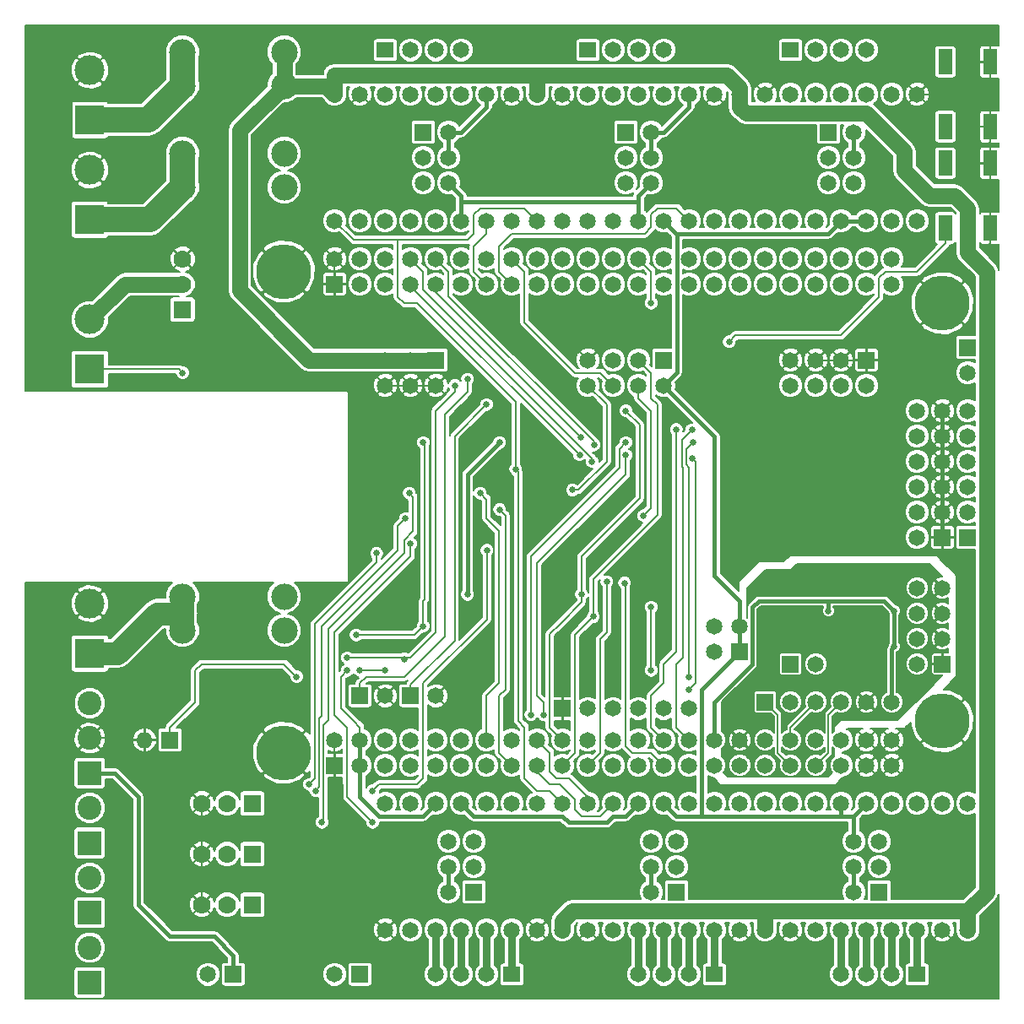
<source format=gbl>
G04 #@! TF.FileFunction,Copper,L2,Bot,Signal*
%FSLAX46Y46*%
G04 Gerber Fmt 4.6, Leading zero omitted, Abs format (unit mm)*
G04 Created by KiCad (PCBNEW (after 2015-may-25 BZR unknown)-product) date 10/06/2015 1:45:05 PM*
%MOMM*%
G01*
G04 APERTURE LIST*
%ADD10C,0.150000*%
%ADD11C,3.000000*%
%ADD12R,3.000000X3.000000*%
%ADD13R,1.651000X1.651000*%
%ADD14O,1.651000X1.651000*%
%ADD15C,2.650000*%
%ADD16C,1.651000*%
%ADD17C,1.778000*%
%ADD18R,1.778000X1.778000*%
%ADD19R,1.651000X1.524000*%
%ADD20R,1.397000X2.499360*%
%ADD21C,2.400000*%
%ADD22R,2.400000X2.400000*%
%ADD23C,5.500000*%
%ADD24C,0.635000*%
%ADD25C,1.270000*%
%ADD26C,1.600200*%
%ADD27C,0.203200*%
%ADD28C,0.406400*%
%ADD29C,2.540000*%
%ADD30C,2.286000*%
%ADD31C,0.762000*%
G04 APERTURE END LIST*
D10*
D11*
X19900000Y87900000D03*
D12*
X19900000Y82900000D03*
D13*
X27940000Y45720000D03*
D14*
X25400000Y45720000D03*
D15*
X29190000Y111330000D03*
X29190000Y114730000D03*
X39390000Y111330000D03*
X39390000Y114730000D03*
D13*
X46990000Y50165000D03*
D16*
X49530000Y50165000D03*
D13*
X52070000Y50165000D03*
D16*
X54610000Y50165000D03*
D13*
X90170000Y53340000D03*
D16*
X92710000Y53340000D03*
D17*
X29210000Y91440000D03*
X29210000Y93980000D03*
D18*
X29210000Y88900000D03*
D17*
X33655000Y34290000D03*
X31115000Y34290000D03*
D18*
X36195000Y34290000D03*
D17*
X33655000Y29210000D03*
X31115000Y29210000D03*
D18*
X36195000Y29210000D03*
D17*
X33655000Y39370000D03*
X31115000Y39370000D03*
D18*
X36195000Y39370000D03*
D19*
X49530000Y114935000D03*
D16*
X52070000Y114935000D03*
X54610000Y114935000D03*
X57150000Y114935000D03*
D19*
X69850000Y114935000D03*
D16*
X72390000Y114935000D03*
X74930000Y114935000D03*
X77470000Y114935000D03*
D19*
X90170000Y114935000D03*
D16*
X92710000Y114935000D03*
X95250000Y114935000D03*
X97790000Y114935000D03*
D19*
X102870000Y22225000D03*
D16*
X100330000Y22225000D03*
X97790000Y22225000D03*
X95250000Y22225000D03*
D20*
X105699560Y103578660D03*
X110200440Y103578660D03*
X105699560Y97078800D03*
X110200440Y97078800D03*
D19*
X82550000Y22225000D03*
D16*
X80010000Y22225000D03*
X77470000Y22225000D03*
X74930000Y22225000D03*
D19*
X62230000Y22225000D03*
D16*
X59690000Y22225000D03*
X57150000Y22225000D03*
X54610000Y22225000D03*
D13*
X46990000Y22225000D03*
D16*
X44450000Y22225000D03*
D13*
X34290000Y22225000D03*
D16*
X31750000Y22225000D03*
D13*
X107950000Y85090000D03*
D16*
X107950000Y82550000D03*
D13*
X107950000Y66040000D03*
D16*
X107950000Y68580000D03*
X107950000Y71120000D03*
X107950000Y73660000D03*
X107950000Y76200000D03*
X107950000Y78740000D03*
D13*
X105410000Y66040000D03*
D16*
X102870000Y66040000D03*
X105410000Y68580000D03*
X102870000Y68580000D03*
X105410000Y71120000D03*
X102870000Y71120000D03*
X105410000Y73660000D03*
X102870000Y73660000D03*
X105410000Y76200000D03*
X102870000Y76200000D03*
X105410000Y78740000D03*
X102870000Y78740000D03*
D20*
X105699560Y113738660D03*
X110200440Y113738660D03*
X105699560Y107238800D03*
X110200440Y107238800D03*
D13*
X67310000Y48895000D03*
D16*
X69850000Y48895000D03*
X72390000Y48895000D03*
X74930000Y48895000D03*
X77470000Y48895000D03*
X80010000Y48895000D03*
D13*
X87630000Y49530000D03*
D16*
X90170000Y49530000D03*
X92710000Y49530000D03*
X95250000Y49530000D03*
X97790000Y49530000D03*
X100330000Y49530000D03*
D13*
X44450000Y43180000D03*
D16*
X44450000Y45720000D03*
X46990000Y43180000D03*
X46990000Y45720000D03*
X49530000Y43180000D03*
X49530000Y45720000D03*
X52070000Y43180000D03*
X52070000Y45720000D03*
X54610000Y43180000D03*
X54610000Y45720000D03*
X57150000Y43180000D03*
X57150000Y45720000D03*
X59690000Y43180000D03*
X59690000Y45720000D03*
X62230000Y43180000D03*
X62230000Y45720000D03*
X64770000Y43180000D03*
X64770000Y45720000D03*
X67310000Y43180000D03*
X67310000Y45720000D03*
X69850000Y43180000D03*
X69850000Y45720000D03*
X72390000Y43180000D03*
X72390000Y45720000D03*
X74930000Y43180000D03*
X74930000Y45720000D03*
X77470000Y43180000D03*
X77470000Y45720000D03*
X80010000Y43180000D03*
X80010000Y45720000D03*
X82550000Y43180000D03*
X82550000Y45720000D03*
X85090000Y43180000D03*
X85090000Y45720000D03*
X87630000Y43180000D03*
X87630000Y45720000D03*
X90170000Y43180000D03*
X90170000Y45720000D03*
X92710000Y43180000D03*
X92710000Y45720000D03*
X95250000Y43180000D03*
X95250000Y45720000D03*
X97790000Y43180000D03*
X97790000Y45720000D03*
X100330000Y43180000D03*
X100330000Y45720000D03*
D13*
X44450000Y91440000D03*
D16*
X44450000Y93980000D03*
X46990000Y91440000D03*
X46990000Y93980000D03*
X49530000Y91440000D03*
X49530000Y93980000D03*
X52070000Y91440000D03*
X52070000Y93980000D03*
X54610000Y91440000D03*
X54610000Y93980000D03*
X57150000Y91440000D03*
X57150000Y93980000D03*
X59690000Y91440000D03*
X59690000Y93980000D03*
X62230000Y91440000D03*
X62230000Y93980000D03*
X64770000Y91440000D03*
X64770000Y93980000D03*
X67310000Y91440000D03*
X67310000Y93980000D03*
X69850000Y91440000D03*
X69850000Y93980000D03*
X72390000Y91440000D03*
X72390000Y93980000D03*
X74930000Y91440000D03*
X74930000Y93980000D03*
X77470000Y91440000D03*
X77470000Y93980000D03*
X80010000Y91440000D03*
X80010000Y93980000D03*
X82550000Y91440000D03*
X82550000Y93980000D03*
X85090000Y91440000D03*
X85090000Y93980000D03*
X87630000Y91440000D03*
X87630000Y93980000D03*
X90170000Y91440000D03*
X90170000Y93980000D03*
X92710000Y91440000D03*
X92710000Y93980000D03*
X95250000Y91440000D03*
X95250000Y93980000D03*
X97790000Y91440000D03*
X97790000Y93980000D03*
X100330000Y91440000D03*
X100330000Y93980000D03*
X67310000Y39370000D03*
X64770000Y39370000D03*
X62230000Y39370000D03*
X59690000Y39370000D03*
X57150000Y39370000D03*
X54610000Y39370000D03*
X52070000Y39370000D03*
X49530000Y39370000D03*
X49530000Y26670000D03*
X52070000Y26670000D03*
X54610000Y26670000D03*
X57150000Y26670000D03*
X59690000Y26670000D03*
X62230000Y26670000D03*
X64770000Y26670000D03*
X67310000Y26670000D03*
X87630000Y39370000D03*
X85090000Y39370000D03*
X82550000Y39370000D03*
X80010000Y39370000D03*
X77470000Y39370000D03*
X74930000Y39370000D03*
X72390000Y39370000D03*
X69850000Y39370000D03*
X69850000Y26670000D03*
X72390000Y26670000D03*
X74930000Y26670000D03*
X77470000Y26670000D03*
X80010000Y26670000D03*
X82550000Y26670000D03*
X85090000Y26670000D03*
X87630000Y26670000D03*
X107950000Y39370000D03*
X105410000Y39370000D03*
X102870000Y39370000D03*
X100330000Y39370000D03*
X97790000Y39370000D03*
X95250000Y39370000D03*
X92710000Y39370000D03*
X90170000Y39370000D03*
X90170000Y26670000D03*
X92710000Y26670000D03*
X95250000Y26670000D03*
X97790000Y26670000D03*
X100330000Y26670000D03*
X102870000Y26670000D03*
X105410000Y26670000D03*
X107950000Y26670000D03*
X85090000Y97790000D03*
X87630000Y97790000D03*
X90170000Y97790000D03*
X92710000Y97790000D03*
X95250000Y97790000D03*
X97790000Y97790000D03*
X100330000Y97790000D03*
X102870000Y97790000D03*
X102870000Y110490000D03*
X100330000Y110490000D03*
X97790000Y110490000D03*
X95250000Y110490000D03*
X92710000Y110490000D03*
X90170000Y110490000D03*
X87630000Y110490000D03*
X85090000Y110490000D03*
X64770000Y97790000D03*
X67310000Y97790000D03*
X69850000Y97790000D03*
X72390000Y97790000D03*
X74930000Y97790000D03*
X77470000Y97790000D03*
X80010000Y97790000D03*
X82550000Y97790000D03*
X82550000Y110490000D03*
X80010000Y110490000D03*
X77470000Y110490000D03*
X74930000Y110490000D03*
X72390000Y110490000D03*
X69850000Y110490000D03*
X67310000Y110490000D03*
X64770000Y110490000D03*
X44450000Y97790000D03*
X46990000Y97790000D03*
X49530000Y97790000D03*
X52070000Y97790000D03*
X54610000Y97790000D03*
X57150000Y97790000D03*
X59690000Y97790000D03*
X62230000Y97790000D03*
X62230000Y110490000D03*
X59690000Y110490000D03*
X57150000Y110490000D03*
X54610000Y110490000D03*
X52070000Y110490000D03*
X49530000Y110490000D03*
X46990000Y110490000D03*
X44450000Y110490000D03*
D11*
X19900000Y59400000D03*
D12*
X19900000Y54400000D03*
D11*
X19900000Y112900000D03*
D12*
X19900000Y107900000D03*
D11*
X19900000Y102900000D03*
D12*
X19900000Y97900000D03*
D21*
X19900000Y38900000D03*
D22*
X19900000Y35400000D03*
D21*
X19900000Y24900000D03*
D22*
X19900000Y21400000D03*
D21*
X19900000Y31900000D03*
D22*
X19900000Y28400000D03*
D21*
X19900000Y45900000D03*
D22*
X19900000Y42400000D03*
D21*
X19900000Y49400000D03*
D23*
X105410000Y47625000D03*
X39370000Y44450000D03*
X39370000Y92710000D03*
X105410000Y89535000D03*
D13*
X97790000Y83820000D03*
D16*
X97790000Y81280000D03*
X95250000Y83820000D03*
X95250000Y81280000D03*
X92710000Y83820000D03*
X92710000Y81280000D03*
X90170000Y83820000D03*
X90170000Y81280000D03*
D13*
X77470000Y83820000D03*
D16*
X77470000Y81280000D03*
X74930000Y83820000D03*
X74930000Y81280000D03*
X72390000Y83820000D03*
X72390000Y81280000D03*
X69850000Y83820000D03*
X69850000Y81280000D03*
D13*
X105410000Y53340000D03*
D16*
X102870000Y53340000D03*
X105410000Y55880000D03*
X102870000Y55880000D03*
X105410000Y58420000D03*
X102870000Y58420000D03*
X105410000Y60960000D03*
X102870000Y60960000D03*
D13*
X78740000Y30480000D03*
D16*
X76200000Y30480000D03*
X78740000Y33020000D03*
X76200000Y33020000D03*
X78740000Y35560000D03*
X76200000Y35560000D03*
D13*
X99060000Y30480000D03*
D16*
X96520000Y30480000D03*
X99060000Y33020000D03*
X96520000Y33020000D03*
X99060000Y35560000D03*
X96520000Y35560000D03*
D13*
X58420000Y30480000D03*
D16*
X55880000Y30480000D03*
X58420000Y33020000D03*
X55880000Y33020000D03*
X58420000Y35560000D03*
X55880000Y35560000D03*
D13*
X93980000Y106680000D03*
D16*
X96520000Y106680000D03*
X93980000Y104140000D03*
X96520000Y104140000D03*
X93980000Y101600000D03*
X96520000Y101600000D03*
D13*
X73660000Y106680000D03*
D16*
X76200000Y106680000D03*
X73660000Y104140000D03*
X76200000Y104140000D03*
X73660000Y101600000D03*
X76200000Y101600000D03*
D13*
X53340000Y106680000D03*
D16*
X55880000Y106680000D03*
X53340000Y104140000D03*
X55880000Y104140000D03*
X53340000Y101600000D03*
X55880000Y101600000D03*
D13*
X54610000Y83820000D03*
D16*
X54610000Y81280000D03*
X52070000Y83820000D03*
X52070000Y81280000D03*
X49530000Y83820000D03*
X49530000Y81280000D03*
D13*
X85090000Y54610000D03*
D16*
X82550000Y54610000D03*
X85090000Y57150000D03*
X82550000Y57150000D03*
D15*
X29190000Y56720000D03*
X29190000Y60120000D03*
X39390000Y56720000D03*
X39390000Y60120000D03*
X29190000Y101170000D03*
X29190000Y104570000D03*
X39390000Y101170000D03*
X39390000Y104570000D03*
D24*
X46609000Y56261000D03*
X53340000Y75565000D03*
X53340000Y57150000D03*
X40640000Y52070000D03*
X46990000Y52705000D03*
X49530000Y52705000D03*
X29210000Y82550000D03*
X87376000Y60706000D03*
X87376000Y58674000D03*
X96012000Y58674000D03*
X96012000Y51562000D03*
X96012000Y55118000D03*
X97536000Y55118000D03*
X97536000Y58674000D03*
X97536000Y51562000D03*
X100584000Y58674000D03*
X100584000Y55118000D03*
X93980000Y58674000D03*
X59055000Y70485000D03*
X45720000Y52705000D03*
X47625000Y29845000D03*
X48895000Y29845000D03*
X84455000Y64770000D03*
X69850000Y53975000D03*
X77470000Y66040000D03*
X67310000Y82550000D03*
X58420000Y55245000D03*
D25*
X35560000Y50800000D03*
D24*
X85090000Y85090000D03*
X91440000Y79375000D03*
X68625600Y57425400D03*
X62611600Y72899700D03*
X68317300Y70802100D03*
X76200000Y89535000D03*
X61011000Y68829700D03*
X43180000Y37465000D03*
X51935800Y70485000D03*
X73520700Y61474500D03*
X42545000Y40640000D03*
X51556200Y67945000D03*
X71755000Y61595000D03*
X41910000Y41275000D03*
X48667300Y64443700D03*
X76200000Y59055000D03*
X76200000Y52705000D03*
X48260000Y37465000D03*
X52070000Y65405000D03*
X48260000Y40640000D03*
X59723500Y64756900D03*
X80010000Y50800000D03*
X80325000Y73955400D03*
X80278400Y76835000D03*
X56515000Y81280000D03*
X45720000Y53975000D03*
X51435000Y53848000D03*
X57785000Y81915000D03*
X59690000Y79375000D03*
X84021700Y85655400D03*
X80010000Y52070000D03*
X80365200Y75565000D03*
X70407100Y58102500D03*
X73660000Y78740000D03*
X69215000Y60325000D03*
X78709900Y76852300D03*
X75436500Y68222800D03*
X57785000Y60325000D03*
X60991600Y75565000D03*
X69015700Y74306600D03*
X70276800Y73644000D03*
X69178800Y76045300D03*
X70464900Y75303800D03*
X64135000Y48260000D03*
X73660000Y75565000D03*
X65405000Y48260000D03*
X73660000Y74295000D03*
D26*
X85090000Y109220000D02*
X85090000Y110490000D01*
X85725000Y108585000D02*
X85090000Y109220000D01*
X97790000Y108585000D02*
X85725000Y108585000D01*
X101600000Y104775000D02*
X97790000Y108585000D01*
X101600000Y102870000D02*
X101600000Y104775000D01*
X104140000Y100330000D02*
X101600000Y102870000D01*
X106680000Y100330000D02*
X104140000Y100330000D01*
X107950000Y99060000D02*
X106680000Y100330000D01*
X107950000Y94615000D02*
X107950000Y99060000D01*
X109855000Y92710000D02*
X107950000Y94615000D01*
X109855000Y30480000D02*
X109855000Y92710000D01*
X107950000Y28575000D02*
X109855000Y30480000D01*
X85090000Y111125000D02*
X85090000Y110490000D01*
X83820000Y112395000D02*
X85090000Y111125000D01*
X64770000Y112395000D02*
X83820000Y112395000D01*
X64770000Y112395000D02*
X64770000Y110490000D01*
X44450000Y112395000D02*
X64770000Y112395000D01*
X44450000Y110490000D02*
X44450000Y112395000D01*
X34925000Y106865000D02*
X39390000Y111330000D01*
X34925000Y90805000D02*
X34925000Y106865000D01*
X41910000Y83820000D02*
X34925000Y90805000D01*
X49530000Y83820000D02*
X41910000Y83820000D01*
X107950000Y26670000D02*
X107950000Y28575000D01*
X87630000Y28575000D02*
X87503000Y28575000D01*
X107950000Y28575000D02*
X87630000Y28575000D01*
X107950000Y26670000D02*
X107950000Y28575000D01*
X87630000Y28575000D02*
X87630000Y26670000D01*
X87630000Y28575000D02*
X87503000Y28575000D01*
X67310000Y27559000D02*
X67310000Y26670000D01*
X68326000Y28575000D02*
X67310000Y27559000D01*
X87503000Y28575000D02*
X68326000Y28575000D01*
X39390000Y114730000D02*
X39390000Y111330000D01*
X43610000Y111330000D02*
X44450000Y110490000D01*
X39390000Y111330000D02*
X43610000Y111330000D01*
X49530000Y83820000D02*
X52070000Y83820000D01*
X52070000Y83820000D02*
X54610000Y83820000D01*
D27*
X46609000Y56261000D02*
X52070000Y56261000D01*
X53482400Y68580000D02*
X53482400Y75422600D01*
X53482400Y75422600D02*
X53340000Y75565000D01*
X52451000Y56261000D02*
X53340000Y57150000D01*
X52070000Y56261000D02*
X52451000Y56261000D01*
X53482400Y59832400D02*
X53482400Y68580000D01*
X53340000Y59690000D02*
X53482400Y59832400D01*
X53340000Y57150000D02*
X53340000Y59690000D01*
X33655000Y53340000D02*
X39370000Y53340000D01*
X39370000Y53340000D02*
X40640000Y52070000D01*
X49530000Y52705000D02*
X46990000Y52705000D01*
X27940000Y46990000D02*
X27940000Y45720000D01*
X30480000Y49530000D02*
X27940000Y46990000D01*
X30480000Y52705000D02*
X30480000Y49530000D01*
X31115000Y53340000D02*
X30480000Y52705000D01*
X33655000Y53340000D02*
X31115000Y53340000D01*
D28*
X34290000Y24130000D02*
X34290000Y22225000D01*
X32385000Y26035000D02*
X34290000Y24130000D01*
X27940000Y26035000D02*
X32385000Y26035000D01*
X24765000Y29210000D02*
X27940000Y26035000D01*
X24765000Y40005000D02*
X24765000Y29210000D01*
X22370000Y42400000D02*
X24765000Y40005000D01*
X19900000Y42400000D02*
X22370000Y42400000D01*
D27*
X19900000Y82900000D02*
X28860000Y82900000D01*
X28860000Y82900000D02*
X29210000Y82550000D01*
D26*
X19900000Y87900000D02*
X23440000Y91440000D01*
X23440000Y91440000D02*
X29210000Y91440000D01*
D29*
X25920000Y97900000D02*
X29190000Y101170000D01*
X19900000Y97900000D02*
X25920000Y97900000D01*
X29190000Y101170000D02*
X29190000Y104570000D01*
D30*
X26670000Y58420000D02*
X29190000Y58420000D01*
X22650000Y54400000D02*
X26670000Y58420000D01*
X19900000Y54400000D02*
X22650000Y54400000D01*
X29190000Y58420000D02*
X29190000Y56720000D01*
X29190000Y58440000D02*
X29190000Y60120000D01*
X29210000Y58420000D02*
X29190000Y58440000D01*
X29190000Y58420000D02*
X29210000Y58420000D01*
D31*
X57150000Y26670000D02*
X57150000Y22225000D01*
X54610000Y26670000D02*
X54610000Y22225000D01*
X59690000Y26670000D02*
X59690000Y22225000D01*
X62230000Y26670000D02*
X62230000Y22225000D01*
X77470000Y26670000D02*
X77470000Y22225000D01*
X74930000Y26670000D02*
X74930000Y22225000D01*
X80010000Y26670000D02*
X80010000Y22225000D01*
X82550000Y26670000D02*
X82550000Y22225000D01*
X97790000Y26670000D02*
X97790000Y22225000D01*
X95250000Y26670000D02*
X95250000Y22225000D01*
X100330000Y26670000D02*
X100330000Y22225000D01*
X102870000Y26670000D02*
X102870000Y22225000D01*
D29*
X25760000Y107900000D02*
X29190000Y111330000D01*
X19900000Y107900000D02*
X25760000Y107900000D01*
X29190000Y111330000D02*
X29190000Y114730000D01*
D28*
X96012000Y58674000D02*
X96012000Y55118000D01*
X96012000Y51562000D02*
X96012000Y55118000D01*
X82550000Y45720000D02*
X82550000Y49530000D01*
X86360000Y59055000D02*
X86995000Y59690000D01*
X86360000Y53340000D02*
X86360000Y59055000D01*
X82550000Y49530000D02*
X86360000Y53340000D01*
X86995000Y59690000D02*
X93980000Y59690000D01*
X93980000Y59690000D02*
X93980000Y58674000D01*
X99568000Y59690000D02*
X93980000Y59690000D01*
X100584000Y58674000D02*
X99568000Y59690000D01*
X100330000Y54864000D02*
X100584000Y55118000D01*
X100330000Y49530000D02*
X100330000Y54864000D01*
X100584000Y55118000D02*
X100584000Y58674000D01*
D27*
X93980000Y48260000D02*
X95250000Y49530000D01*
X93980000Y44450000D02*
X93980000Y48260000D01*
X92710000Y43180000D02*
X93980000Y44450000D01*
X88900000Y48260000D02*
X87630000Y49530000D01*
X88900000Y44450000D02*
X88900000Y48260000D01*
X90170000Y43180000D02*
X88900000Y44450000D01*
X90170000Y46990000D02*
X90170000Y45720000D01*
X92710000Y49530000D02*
X90170000Y46990000D01*
X59690000Y69850000D02*
X59690000Y67945000D01*
X59055000Y70485000D02*
X59690000Y69850000D01*
X59690000Y67945000D02*
X60960000Y66675000D01*
X60960000Y51435000D02*
X59690000Y50165000D01*
X60960000Y66675000D02*
X60960000Y51435000D01*
X59690000Y50165000D02*
X59690000Y45720000D01*
D28*
X76200000Y104140000D02*
X76200000Y106680000D01*
D27*
X46355000Y47625000D02*
X45085000Y48895000D01*
X45085000Y52070000D02*
X45720000Y52705000D01*
X45085000Y48895000D02*
X45085000Y52070000D01*
D28*
X80645000Y38100000D02*
X78740000Y38100000D01*
X78740000Y38100000D02*
X77470000Y39370000D01*
X73660000Y38100000D02*
X74930000Y39370000D01*
X61595000Y38100000D02*
X58420000Y38100000D01*
X58420000Y38100000D02*
X57150000Y39370000D01*
X50800000Y38100000D02*
X53340000Y38100000D01*
X53340000Y38100000D02*
X54610000Y39370000D01*
X85090000Y54610000D02*
X85090000Y57150000D01*
X82550000Y66675000D02*
X82550000Y62230000D01*
X82550000Y76200000D02*
X82550000Y66675000D01*
X77470000Y81280000D02*
X82550000Y76200000D01*
X85090000Y59690000D02*
X85090000Y57150000D01*
X82550000Y62230000D02*
X85090000Y59690000D01*
X81280000Y46990000D02*
X81280000Y50800000D01*
X81280000Y38100000D02*
X81280000Y46990000D01*
X81280000Y50800000D02*
X85090000Y54610000D01*
X55880000Y106680000D02*
X57150000Y106680000D01*
X59690000Y109220000D02*
X59690000Y110490000D01*
X57150000Y106680000D02*
X59690000Y109220000D01*
X76200000Y106680000D02*
X77470000Y106680000D01*
X77470000Y106680000D02*
X80010000Y109220000D01*
X80010000Y109220000D02*
X80010000Y110490000D01*
X46990000Y43180000D02*
X46990000Y40005000D01*
X46990000Y40005000D02*
X48895000Y38100000D01*
X48895000Y38100000D02*
X50800000Y38100000D01*
D27*
X46990000Y46990000D02*
X46355000Y47625000D01*
X46990000Y45720000D02*
X46990000Y46990000D01*
D28*
X74930000Y99695000D02*
X57150000Y99695000D01*
X96520000Y38100000D02*
X97790000Y39370000D01*
X95250000Y38100000D02*
X96520000Y38100000D01*
X72390000Y38100000D02*
X73660000Y38100000D01*
X71755000Y37465000D02*
X72390000Y38100000D01*
X67945000Y37465000D02*
X71755000Y37465000D01*
X67310000Y38100000D02*
X67945000Y37465000D01*
X61595000Y38100000D02*
X67310000Y38100000D01*
X46990000Y43180000D02*
X46990000Y45720000D01*
X55880000Y104140000D02*
X55880000Y106680000D01*
X96520000Y104140000D02*
X96520000Y106680000D01*
X96520000Y33020000D02*
X96520000Y30480000D01*
X76200000Y33020000D02*
X76200000Y30480000D01*
X57150000Y100330000D02*
X57150000Y99695000D01*
X55880000Y101600000D02*
X57150000Y100330000D01*
X57150000Y99695000D02*
X57150000Y97790000D01*
X55880000Y33020000D02*
X55880000Y30480000D01*
X96520000Y38100000D02*
X96520000Y35560000D01*
X74930000Y97790000D02*
X74930000Y99695000D01*
X74930000Y100330000D02*
X76200000Y101600000D01*
X74930000Y99695000D02*
X74930000Y100330000D01*
X95250000Y38100000D02*
X95250000Y39370000D01*
X95250000Y97790000D02*
X96520000Y97790000D01*
X96520000Y97790000D02*
X97790000Y97790000D01*
X93980000Y96520000D02*
X78777700Y96520000D01*
X95250000Y97790000D02*
X93980000Y96520000D01*
X78740000Y96520000D02*
X77470000Y97790000D01*
X78777700Y96520000D02*
X78740000Y96520000D01*
X78777700Y82587700D02*
X77470000Y81280000D01*
X78777700Y96520000D02*
X78777700Y82587700D01*
X86360000Y38100000D02*
X95250000Y38100000D01*
X80645000Y38100000D02*
X81280000Y38100000D01*
X81280000Y38100000D02*
X86360000Y38100000D01*
D27*
X26035000Y106209800D02*
X28104800Y106209800D01*
X31115000Y95885000D02*
X29210000Y93980000D01*
X31115000Y105410000D02*
X31115000Y95885000D01*
X30099000Y106426000D02*
X31115000Y105410000D01*
X28321000Y106426000D02*
X30099000Y106426000D01*
X28104800Y106209800D02*
X28321000Y106426000D01*
X18094800Y106680000D02*
X18094800Y104705200D01*
X18094800Y104705200D02*
X19900000Y102900000D01*
X22317500Y105317500D02*
X19900000Y102900000D01*
X54610000Y81280000D02*
X52070000Y81280000D01*
X106749779Y63569762D02*
X107950000Y62369541D01*
X107950000Y50165000D02*
X105410000Y47625000D01*
X107950000Y62369541D02*
X107950000Y50165000D01*
X58420000Y53975000D02*
X54610000Y50165000D01*
X58420000Y55245000D02*
X58420000Y53975000D01*
D28*
X35560000Y50800000D02*
X35560000Y48260000D01*
D27*
X35560000Y48260000D02*
X39370000Y44450000D01*
X85090000Y85090000D02*
X88900000Y85090000D01*
X88900000Y85090000D02*
X90170000Y83820000D01*
X67310000Y48895000D02*
X67310000Y56109800D01*
X67310000Y56109800D02*
X68625600Y57425400D01*
X17900000Y47900000D02*
X19900000Y45900000D01*
X17900000Y57400000D02*
X17900000Y47900000D01*
X19900000Y59400000D02*
X17900000Y57400000D01*
X23495000Y45720000D02*
X25400000Y45720000D01*
X23315000Y45900000D02*
X23495000Y45720000D01*
X19900000Y45900000D02*
X23315000Y45900000D01*
D28*
X105410000Y73660000D02*
X105410000Y76200000D01*
X105410000Y71120000D02*
X105410000Y73660000D01*
X105410000Y68580000D02*
X105410000Y71120000D01*
X105410000Y76200000D02*
X105410000Y78740000D01*
D27*
X91440000Y79375000D02*
X91440000Y82617700D01*
X91372000Y82617700D02*
X91440000Y82617700D01*
X90170000Y83820000D02*
X91372000Y82617700D01*
X91508000Y82617700D02*
X92710000Y83820000D01*
X91440000Y82617700D02*
X91508000Y82617700D01*
X26170000Y44315000D02*
X31115000Y39370000D01*
X25400000Y44315000D02*
X26170000Y44315000D01*
X25400000Y45720000D02*
X25400000Y44315000D01*
X44450000Y93980000D02*
X44450000Y91440000D01*
X31115000Y39370000D02*
X31115000Y34290000D01*
X31115000Y29210000D02*
X31115000Y34290000D01*
X100330000Y84455000D02*
X100330000Y83820000D01*
X105410000Y89535000D02*
X100330000Y84455000D01*
X52070000Y81280000D02*
X49530000Y81280000D01*
X97790000Y83820000D02*
X95250000Y83820000D01*
D28*
X105410000Y66040000D02*
X105410000Y68580000D01*
D27*
X106115000Y64204700D02*
X106749779Y63569762D01*
X105410000Y64909400D02*
X106115000Y64204700D01*
X105410000Y66040000D02*
X105410000Y64909400D01*
X23209800Y106209800D02*
X22317500Y105317500D01*
X26035000Y106209800D02*
X23209800Y106209800D01*
X18094800Y111094800D02*
X19900000Y112900000D01*
X18094800Y106680000D02*
X18094800Y111094800D01*
X92710000Y83820000D02*
X95250000Y83820000D01*
X97790000Y83820000D02*
X100330000Y83820000D01*
X100330000Y83820000D02*
X105410000Y78740000D01*
X108506500Y110490000D02*
X110200400Y112183900D01*
X102870000Y110490000D02*
X108506500Y110490000D01*
X110200400Y113738700D02*
X110200400Y112183900D01*
X44450000Y45720000D02*
X44450000Y43180000D01*
X45228900Y41270500D02*
X44450000Y42049400D01*
X45228900Y30971100D02*
X45228900Y41270500D01*
X49530000Y26670000D02*
X45228900Y30971100D01*
X44450000Y43180000D02*
X44450000Y42049400D01*
X50800000Y92075000D02*
X50800000Y90170000D01*
X62611000Y79629000D02*
X62611000Y78740000D01*
X52705000Y89535000D02*
X62611000Y79629000D01*
X51435000Y89535000D02*
X52705000Y89535000D01*
X50800000Y90170000D02*
X51435000Y89535000D01*
X56515000Y95885000D02*
X57785000Y95885000D01*
X57785000Y95885000D02*
X58420000Y96520000D01*
X58420000Y96520000D02*
X58420000Y98425000D01*
X58420000Y98425000D02*
X59055000Y99060000D01*
X59055000Y99060000D02*
X63500000Y99060000D01*
X63500000Y99060000D02*
X64770000Y97790000D01*
X63500000Y43815000D02*
X63500000Y46990000D01*
X66040000Y40640000D02*
X64770000Y40640000D01*
X64770000Y40640000D02*
X63500000Y41910000D01*
X63500000Y41910000D02*
X63500000Y43815000D01*
X67310000Y39370000D02*
X66040000Y40640000D01*
X63500000Y46990000D02*
X62865000Y47625000D01*
X62865000Y47625000D02*
X62865000Y72646300D01*
X62865000Y72646300D02*
X62611600Y72899700D01*
X56515000Y95885000D02*
X50800000Y95885000D01*
X58420000Y96520000D02*
X57785000Y95885000D01*
X58420000Y98425000D02*
X58420000Y96520000D01*
X44450000Y97790000D02*
X46355000Y95885000D01*
X46355000Y95885000D02*
X50800000Y95885000D01*
X62611000Y78232000D02*
X62611600Y78232000D01*
X62611000Y78740000D02*
X62611000Y78232000D01*
X50800000Y95885000D02*
X50800000Y92075000D01*
X62611600Y72899700D02*
X62611600Y78232000D01*
X66040000Y43815000D02*
X66040000Y42545000D01*
X69850000Y40005000D02*
X69850000Y39370000D01*
X67945000Y41910000D02*
X69850000Y40005000D01*
X66675000Y41910000D02*
X67945000Y41910000D01*
X66040000Y42545000D02*
X66675000Y41910000D01*
X66040000Y44450000D02*
X64770000Y45720000D01*
X66040000Y43815000D02*
X66040000Y44450000D01*
X64770000Y43180000D02*
X64770000Y42545000D01*
X71120000Y38100000D02*
X72390000Y39370000D01*
X69215000Y38100000D02*
X71120000Y38100000D01*
X68580000Y38735000D02*
X69215000Y38100000D01*
X68580000Y39734060D02*
X68580000Y38735000D01*
X67039060Y41275000D02*
X68580000Y39734060D01*
X66040000Y41275000D02*
X67039060Y41275000D01*
X64770000Y42545000D02*
X66040000Y41275000D01*
X69850000Y81280000D02*
X71755000Y79375000D01*
X68897100Y70802100D02*
X68317300Y70802100D01*
X71755000Y73660000D02*
X68897100Y70802100D01*
X71755000Y79375000D02*
X71755000Y73660000D01*
X74930000Y93980000D02*
X76200000Y92710000D01*
X76200000Y90170000D02*
X76200000Y89535000D01*
X76200000Y92710000D02*
X76200000Y90170000D01*
X62230000Y43180000D02*
X60960000Y44450000D01*
X61595000Y68245700D02*
X61011000Y68829700D01*
X61595000Y50800000D02*
X61595000Y68245700D01*
X60960000Y50165000D02*
X61595000Y50800000D01*
X60960000Y44450000D02*
X60960000Y50165000D01*
X43307000Y37592000D02*
X43180000Y37465000D01*
X43307000Y40640000D02*
X43307000Y37592000D01*
X43307000Y40640000D02*
X43307000Y41910000D01*
X43307000Y41910000D02*
X43307000Y41950000D01*
X43815000Y47752000D02*
X43307000Y47244000D01*
X43815000Y47752000D02*
X43815000Y56896000D01*
X43815000Y56896000D02*
X51435000Y64516000D01*
X51435000Y64516000D02*
X51435000Y65756000D01*
X51435000Y65756000D02*
X52324000Y66645000D01*
X52324000Y66645000D02*
X52324000Y70096800D01*
X52324000Y70096800D02*
X51935800Y70485000D01*
X43307000Y47244000D02*
X43307000Y41950000D01*
X43307000Y41950000D02*
X43307000Y41950000D01*
X76200000Y44450000D02*
X77470000Y43180000D01*
X76200000Y44450000D02*
X74295000Y44450000D01*
X77470000Y43180000D02*
X76200000Y44450000D01*
X73660000Y61335200D02*
X73520700Y61474500D01*
X73660000Y45085000D02*
X74295000Y44450000D01*
X73660000Y61335200D02*
X73660000Y45085000D01*
X42900598Y42545000D02*
X42900598Y40995598D01*
X42900598Y40995598D02*
X42545000Y40640000D01*
X43180000Y48133000D02*
X43180000Y48895000D01*
X42900598Y47853598D02*
X43180000Y48133000D01*
X42900598Y44069000D02*
X42900598Y47853598D01*
X42900598Y42545000D02*
X42900598Y44069000D01*
X43180000Y53467000D02*
X43180000Y49911000D01*
X43180000Y49911000D02*
X43180000Y48895000D01*
X50800000Y67188800D02*
X51556200Y67945000D01*
X50800000Y64770000D02*
X50800000Y67188800D01*
X43180000Y57150000D02*
X50800000Y64770000D01*
X43180000Y53467000D02*
X43180000Y57150000D01*
X43180000Y48895000D02*
X43180000Y48768000D01*
X71081500Y52705000D02*
X71081500Y55841500D01*
X71755000Y56515000D02*
X71755000Y61595000D01*
X71081500Y55841500D02*
X71755000Y56515000D01*
X71081500Y44411500D02*
X71081500Y52705000D01*
X69850000Y43180000D02*
X71081500Y44411500D01*
X42481500Y43815000D02*
X42481500Y41846500D01*
X42481500Y41846500D02*
X41910000Y41275000D01*
X42481500Y57340500D02*
X42481500Y43815000D01*
X48667300Y63526300D02*
X42481500Y57340500D01*
X42481500Y57340500D02*
X42465100Y57324100D01*
X48667300Y64443700D02*
X48667300Y63526300D01*
X76200000Y53340000D02*
X76200000Y52705000D01*
X76200000Y59055000D02*
X76200000Y53340000D01*
X45720000Y43815000D02*
X45720000Y40005000D01*
X45720000Y40005000D02*
X48260000Y37465000D01*
X45720000Y46990000D02*
X45720000Y43815000D01*
X44450000Y48260000D02*
X45720000Y46990000D01*
X44450000Y56515000D02*
X44450000Y48260000D01*
X52070000Y64135000D02*
X44450000Y56515000D01*
X52070000Y65405000D02*
X52070000Y64135000D01*
X50800000Y41275000D02*
X52705000Y41275000D01*
X53340000Y51435000D02*
X59723500Y57818500D01*
X53340000Y41910000D02*
X53340000Y51435000D01*
X52705000Y41275000D02*
X53340000Y41910000D01*
X50800000Y41275000D02*
X48895000Y41275000D01*
X48895000Y41275000D02*
X48260000Y40640000D01*
X59723500Y57818500D02*
X59723500Y64756900D01*
X80645000Y55880000D02*
X80645000Y51435000D01*
X80645000Y51435000D02*
X80010000Y50800000D01*
X80645000Y59690000D02*
X80645000Y55880000D01*
X80325000Y73955400D02*
X80645000Y73635400D01*
X80645000Y73635400D02*
X80645000Y59690000D01*
X79375000Y56515000D02*
X79375000Y53975000D01*
X78740000Y53340000D02*
X78740000Y51435000D01*
X79375000Y53975000D02*
X78740000Y53340000D01*
X79375000Y73025000D02*
X79285900Y73114100D01*
X79375000Y56515000D02*
X79375000Y73025000D01*
X78740000Y50292000D02*
X78740000Y51435000D01*
X78740000Y46990000D02*
X78740000Y50292000D01*
X80010000Y45720000D02*
X78740000Y46990000D01*
X79285900Y73114100D02*
X79285900Y75842500D01*
X79285900Y75842500D02*
X80278400Y76835000D01*
X51435000Y53848000D02*
X51562000Y53975000D01*
X54610000Y56515000D02*
X54610000Y57150000D01*
X52070000Y53975000D02*
X54610000Y56515000D01*
X56515000Y80645000D02*
X56515000Y81280000D01*
X54610000Y57150000D02*
X54610000Y78740000D01*
X54610000Y78740000D02*
X56515000Y80645000D01*
X52070000Y53975000D02*
X51943000Y53975000D01*
X51562000Y53975000D02*
X51943000Y53975000D01*
X51435000Y53848000D02*
X51308000Y53975000D01*
X51308000Y53975000D02*
X50927000Y53975000D01*
X49911000Y53975000D02*
X50927000Y53975000D01*
X49276000Y53975000D02*
X45720000Y53975000D01*
X49276000Y53975000D02*
X49911000Y53975000D01*
X55245000Y55880000D02*
X55499000Y56134000D01*
X55499000Y78359000D02*
X56515000Y79375000D01*
X55499000Y56134000D02*
X55499000Y78359000D01*
X50165000Y52070000D02*
X51435000Y52070000D01*
X51435000Y52070000D02*
X55245000Y55880000D01*
X49530000Y52070000D02*
X50165000Y52070000D01*
X46990000Y51435000D02*
X46990000Y50165000D01*
X47625000Y52070000D02*
X46990000Y51435000D01*
X49530000Y52070000D02*
X47625000Y52070000D01*
X56515000Y79375000D02*
X57150000Y80010000D01*
X57785000Y81915000D02*
X57785000Y80645000D01*
X57785000Y80645000D02*
X57150000Y80010000D01*
X56483400Y74930000D02*
X56483400Y76168400D01*
X92710000Y86296500D02*
X95186500Y86296500D01*
X104775000Y94615000D02*
X104775000Y94599400D01*
X102870000Y92710000D02*
X104775000Y94615000D01*
X99695000Y92710000D02*
X102870000Y92710000D01*
X99060000Y92075000D02*
X99695000Y92710000D01*
X99060000Y90170000D02*
X99060000Y92075000D01*
X95186500Y86296500D02*
X99060000Y90170000D01*
X59690000Y79375000D02*
X56483400Y76168400D01*
X105699600Y97078800D02*
X105699600Y95524000D01*
X105699600Y95524000D02*
X104775000Y94599400D01*
X84662800Y86296500D02*
X84021700Y85655400D01*
X92710000Y86296500D02*
X84662800Y86296500D01*
X56483400Y55709000D02*
X56483400Y74930000D01*
X52070000Y51295600D02*
X56483400Y55709000D01*
X52070000Y50165000D02*
X52070000Y51295600D01*
X80010000Y56515000D02*
X80010000Y52705000D01*
X80010000Y52705000D02*
X80010000Y52070000D01*
X79702400Y74295000D02*
X79702400Y73332600D01*
X80010000Y73025000D02*
X80010000Y56515000D01*
X79702400Y73332600D02*
X80010000Y73025000D01*
X79702400Y74902200D02*
X79702400Y74295000D01*
X80365200Y75565000D02*
X79702400Y74902200D01*
X75394600Y66845400D02*
X76835000Y68285800D01*
X76835000Y79375000D02*
X76200000Y80010000D01*
X76835000Y68285800D02*
X76835000Y79375000D01*
X74930000Y83820000D02*
X76200000Y82550000D01*
X76200000Y82550000D02*
X76200000Y80010000D01*
X75394600Y66845400D02*
X70407100Y61857900D01*
X68580000Y56275400D02*
X70407100Y58102500D01*
X68580000Y44450000D02*
X68580000Y56275400D01*
X67310000Y43180000D02*
X68580000Y44450000D01*
X70407100Y61857900D02*
X70407100Y58102500D01*
X73660000Y78740000D02*
X75030098Y77369902D01*
X69215000Y64135000D02*
X69215000Y62230000D01*
X75030098Y69950098D02*
X69215000Y64135000D01*
X75030098Y77369902D02*
X75030098Y69950098D01*
X67068650Y57391350D02*
X69215000Y59537700D01*
X66040000Y46990000D02*
X66040000Y51435000D01*
X66040000Y51435000D02*
X66040000Y56362700D01*
X66040000Y56362700D02*
X67068650Y57391350D01*
X67310000Y45720000D02*
X66040000Y46990000D01*
X69215000Y59537700D02*
X69215000Y60325000D01*
X69215000Y60325000D02*
X69215000Y62230000D01*
X78740000Y60325000D02*
X78740000Y54610000D01*
X78740000Y54610000D02*
X77470000Y53340000D01*
X77470000Y51435000D02*
X76200000Y50165000D01*
X77470000Y53340000D02*
X77470000Y51435000D01*
X76200000Y50165000D02*
X76200000Y46990000D01*
X76200000Y46990000D02*
X77470000Y45720000D01*
X78740000Y76822200D02*
X78709900Y76852300D01*
X78740000Y60325000D02*
X78740000Y76822200D01*
X76200000Y68986300D02*
X75436500Y68222800D01*
X76200000Y78740000D02*
X76200000Y68986300D01*
X74930000Y80010000D02*
X76200000Y78740000D01*
X74930000Y81280000D02*
X74930000Y80010000D01*
X72390000Y81280000D02*
X71120000Y82550000D01*
X71120000Y82550000D02*
X68580000Y82550000D01*
X63500000Y87630000D02*
X63500000Y92710000D01*
X68580000Y82550000D02*
X63500000Y87630000D01*
X63500000Y92710000D02*
X62230000Y93980000D01*
X63500000Y92710000D02*
X62230000Y93980000D01*
D28*
X59055000Y73660000D02*
X59055000Y73628400D01*
X57785000Y72390000D02*
X59055000Y73660000D01*
X57785000Y72358400D02*
X57785000Y72390000D01*
X57785000Y60325000D02*
X57785000Y72358400D01*
X59055000Y73628400D02*
X60991600Y75565000D01*
D27*
X52070000Y91252300D02*
X69015700Y74306600D01*
X52070000Y91440000D02*
X52070000Y91252300D01*
X53340000Y92710000D02*
X52070000Y93980000D01*
X53340000Y90862900D02*
X53340000Y92710000D01*
X70276800Y73926100D02*
X53340000Y90862900D01*
X70276800Y73644000D02*
X70276800Y73926100D01*
X59690000Y97790000D02*
X59690000Y96520000D01*
X58420000Y92710000D02*
X59690000Y91440000D01*
X58420000Y95250000D02*
X58420000Y92710000D01*
X59690000Y96520000D02*
X58420000Y95250000D01*
X54610000Y90614100D02*
X54610000Y91440000D01*
X69178800Y76045300D02*
X54610000Y90614100D01*
X55880000Y92710000D02*
X54610000Y93980000D01*
X55880000Y90224600D02*
X55880000Y92710000D01*
X70464900Y75639700D02*
X55880000Y90224600D01*
X70464900Y75303800D02*
X70464900Y75639700D01*
X76835000Y99060000D02*
X78740000Y99060000D01*
X60960000Y92710000D02*
X60960000Y95250000D01*
X60960000Y95250000D02*
X62230000Y96520000D01*
X62230000Y96520000D02*
X75565000Y96520000D01*
X75565000Y96520000D02*
X76200000Y97155000D01*
X76200000Y97155000D02*
X76200000Y98425000D01*
X76200000Y98425000D02*
X76835000Y99060000D01*
X62230000Y91440000D02*
X60960000Y92710000D01*
X78740000Y99060000D02*
X80010000Y97790000D01*
X64135000Y48260000D02*
X64135000Y48895000D01*
X64135000Y48895000D02*
X64135000Y50165000D01*
X64135000Y50165000D02*
X64135000Y64135000D01*
X73025000Y73025000D02*
X73025000Y74930000D01*
X73025000Y74930000D02*
X73660000Y75565000D01*
X64135000Y64135000D02*
X73025000Y73025000D01*
X65405000Y49530000D02*
X64770000Y50165000D01*
X65405000Y48260000D02*
X65405000Y49530000D01*
X73660000Y73660000D02*
X73660000Y72390000D01*
X64770000Y50165000D02*
X64770000Y61595000D01*
X73660000Y72390000D02*
X64770000Y63500000D01*
X64770000Y63500000D02*
X64770000Y61595000D01*
X73660000Y73025000D02*
X73660000Y73660000D01*
X73660000Y73660000D02*
X73660000Y74295000D01*
X73660000Y74295000D02*
X73660000Y73025000D01*
G36*
X105943400Y54470300D02*
X105511600Y54470300D01*
X105435400Y54394100D01*
X105435400Y53365400D01*
X105455400Y53365400D01*
X105455400Y53314600D01*
X105435400Y53314600D01*
X105435400Y53294600D01*
X105384600Y53294600D01*
X105384600Y53314600D01*
X105384600Y53365400D01*
X105384600Y54394100D01*
X105308400Y54470300D01*
X104645128Y54470300D01*
X104523871Y54470300D01*
X104411844Y54423897D01*
X104326103Y54338155D01*
X104279700Y54226128D01*
X104279700Y53441600D01*
X104355900Y53365400D01*
X105384600Y53365400D01*
X105384600Y53314600D01*
X104355900Y53314600D01*
X104279700Y53238400D01*
X104279700Y52453872D01*
X104326103Y52341845D01*
X104411844Y52256103D01*
X104523871Y52209700D01*
X104645128Y52209700D01*
X105308400Y52209700D01*
X105384598Y52285898D01*
X105384598Y52209700D01*
X105384600Y52209700D01*
X105406016Y52209700D01*
X105384600Y52188284D01*
X104000496Y50804180D01*
X104000496Y53563844D01*
X104000496Y56103844D01*
X104000496Y58643844D01*
X104000496Y61183844D01*
X103828781Y61599427D01*
X103511100Y61917663D01*
X103095817Y62090103D01*
X102646156Y62090496D01*
X102230573Y61918781D01*
X101912337Y61601100D01*
X101739897Y61185817D01*
X101739504Y60736156D01*
X101911219Y60320573D01*
X102228900Y60002337D01*
X102644183Y59829897D01*
X103093844Y59829504D01*
X103509427Y60001219D01*
X103827663Y60318900D01*
X104000103Y60734183D01*
X104000496Y61183844D01*
X104000496Y58643844D01*
X103828781Y59059427D01*
X103511100Y59377663D01*
X103095817Y59550103D01*
X102646156Y59550496D01*
X102230573Y59378781D01*
X101912337Y59061100D01*
X101739897Y58645817D01*
X101739504Y58196156D01*
X101911219Y57780573D01*
X102228900Y57462337D01*
X102644183Y57289897D01*
X103093844Y57289504D01*
X103509427Y57461219D01*
X103827663Y57778900D01*
X104000103Y58194183D01*
X104000496Y58643844D01*
X104000496Y56103844D01*
X103828781Y56519427D01*
X103511100Y56837663D01*
X103095817Y57010103D01*
X102646156Y57010496D01*
X102230573Y56838781D01*
X101912337Y56521100D01*
X101739897Y56105817D01*
X101739504Y55656156D01*
X101911219Y55240573D01*
X102228900Y54922337D01*
X102644183Y54749897D01*
X103093844Y54749504D01*
X103509427Y54921219D01*
X103827663Y55238900D01*
X104000103Y55654183D01*
X104000496Y56103844D01*
X104000496Y53563844D01*
X103828781Y53979427D01*
X103511100Y54297663D01*
X103095817Y54470103D01*
X102646156Y54470496D01*
X102230573Y54298781D01*
X101912337Y53981100D01*
X101739897Y53565817D01*
X101739504Y53116156D01*
X101911219Y52700573D01*
X102228900Y52382337D01*
X102644183Y52209897D01*
X103093844Y52209504D01*
X103509427Y52381219D01*
X103827663Y52698900D01*
X104000103Y53114183D01*
X104000496Y53563844D01*
X104000496Y50804180D01*
X100922916Y47726600D01*
X98924006Y47726600D01*
X98924006Y49735325D01*
X98759110Y50153661D01*
X98737050Y50186677D01*
X98568768Y50272847D01*
X98532847Y50236926D01*
X98532847Y50308768D01*
X98446677Y50477050D01*
X98034269Y50656259D01*
X97584675Y50664006D01*
X97166339Y50499110D01*
X97133323Y50477050D01*
X97047153Y50308768D01*
X97790000Y49565921D01*
X98532847Y50308768D01*
X98532847Y50236926D01*
X97825921Y49530000D01*
X98568768Y48787153D01*
X98737050Y48873323D01*
X98916259Y49285731D01*
X98924006Y49735325D01*
X98924006Y47726600D01*
X98532847Y47726600D01*
X98532847Y48751232D01*
X97790000Y49494079D01*
X97754079Y49458158D01*
X97754079Y49530000D01*
X97011232Y50272847D01*
X96842950Y50186677D01*
X96663741Y49774269D01*
X96655994Y49324675D01*
X96820890Y48906339D01*
X96842950Y48873323D01*
X97011232Y48787153D01*
X97754079Y49530000D01*
X97754079Y49458158D01*
X97047153Y48751232D01*
X97133323Y48582950D01*
X97545731Y48403741D01*
X97995325Y48395994D01*
X98413661Y48560890D01*
X98446677Y48582950D01*
X98532847Y48751232D01*
X98532847Y47726600D01*
X95250000Y47726600D01*
X95211120Y47718867D01*
X95178158Y47696842D01*
X94543158Y47061842D01*
X94521134Y47028881D01*
X94513400Y46990000D01*
X94513400Y46581778D01*
X94386400Y46454999D01*
X94386400Y48091664D01*
X94791324Y48496589D01*
X95024183Y48399897D01*
X95473844Y48399504D01*
X95889427Y48571219D01*
X96207663Y48888900D01*
X96380103Y49304183D01*
X96380496Y49753844D01*
X96208781Y50169427D01*
X95891100Y50487663D01*
X95475817Y50660103D01*
X95026156Y50660496D01*
X94610573Y50488781D01*
X94292337Y50171100D01*
X94119897Y49755817D01*
X94119504Y49306156D01*
X94216550Y49071287D01*
X93840496Y48695233D01*
X93840496Y49753844D01*
X93840496Y53563844D01*
X93668781Y53979427D01*
X93351100Y54297663D01*
X92935817Y54470103D01*
X92486156Y54470496D01*
X92070573Y54298781D01*
X91752337Y53981100D01*
X91579897Y53565817D01*
X91579504Y53116156D01*
X91751219Y52700573D01*
X92068900Y52382337D01*
X92484183Y52209897D01*
X92933844Y52209504D01*
X93349427Y52381219D01*
X93667663Y52698900D01*
X93840103Y53114183D01*
X93840496Y53563844D01*
X93840496Y49753844D01*
X93668781Y50169427D01*
X93351100Y50487663D01*
X92935817Y50660103D01*
X92486156Y50660496D01*
X92070573Y50488781D01*
X91752337Y50171100D01*
X91579897Y49755817D01*
X91579504Y49306156D01*
X91676549Y49071287D01*
X91306271Y48701009D01*
X91306271Y52514500D01*
X91306271Y54165500D01*
X91283722Y54281719D01*
X91216623Y54383865D01*
X91115327Y54452241D01*
X90995500Y54476271D01*
X89344500Y54476271D01*
X89228281Y54453722D01*
X89126135Y54386623D01*
X89057759Y54285327D01*
X89033729Y54165500D01*
X89033729Y52514500D01*
X89056278Y52398281D01*
X89123377Y52296135D01*
X89224673Y52227759D01*
X89344500Y52203729D01*
X90995500Y52203729D01*
X91111719Y52226278D01*
X91213865Y52293377D01*
X91282241Y52394673D01*
X91306271Y52514500D01*
X91306271Y48701009D01*
X91300496Y48695234D01*
X91300496Y49753844D01*
X91128781Y50169427D01*
X90811100Y50487663D01*
X90395817Y50660103D01*
X89946156Y50660496D01*
X89530573Y50488781D01*
X89212337Y50171100D01*
X89039897Y49755817D01*
X89039504Y49306156D01*
X89211219Y48890573D01*
X89528900Y48572337D01*
X89944183Y48399897D01*
X90393844Y48399504D01*
X90809427Y48571219D01*
X91127663Y48888900D01*
X91300103Y49304183D01*
X91300496Y49753844D01*
X91300496Y48695234D01*
X89882632Y47277368D01*
X89794535Y47145523D01*
X89763600Y46990000D01*
X89763600Y46775066D01*
X89530573Y46678781D01*
X89306400Y46454999D01*
X89306400Y48260000D01*
X89275465Y48415523D01*
X89187368Y48547368D01*
X88766271Y48968465D01*
X88766271Y50355500D01*
X88743722Y50471719D01*
X88676623Y50573865D01*
X88575327Y50642241D01*
X88455500Y50666271D01*
X86804500Y50666271D01*
X86688281Y50643722D01*
X86586135Y50576623D01*
X86517759Y50475327D01*
X86493729Y50355500D01*
X86493729Y48704500D01*
X86516278Y48588281D01*
X86583377Y48486135D01*
X86684673Y48417759D01*
X86804500Y48393729D01*
X88191535Y48393729D01*
X88493600Y48091664D01*
X88493600Y46454775D01*
X88271100Y46677663D01*
X87855817Y46850103D01*
X87406156Y46850496D01*
X86990573Y46678781D01*
X86672337Y46361100D01*
X86499897Y45945817D01*
X86499504Y45496156D01*
X86671219Y45080573D01*
X86988900Y44762337D01*
X87404183Y44589897D01*
X87853844Y44589504D01*
X88269427Y44761219D01*
X88493600Y44985002D01*
X88493600Y44450000D01*
X88524535Y44294477D01*
X88612632Y44162632D01*
X89136588Y43638676D01*
X89039897Y43405817D01*
X89039504Y42956156D01*
X89211219Y42540573D01*
X89528900Y42222337D01*
X89944183Y42049897D01*
X90393844Y42049504D01*
X90809427Y42221219D01*
X91127663Y42538900D01*
X91300103Y42954183D01*
X91300496Y43403844D01*
X91128781Y43819427D01*
X90811100Y44137663D01*
X90395817Y44310103D01*
X89946156Y44310496D01*
X89711286Y44213450D01*
X89306400Y44618336D01*
X89306400Y44985226D01*
X89528900Y44762337D01*
X89944183Y44589897D01*
X90393844Y44589504D01*
X90809427Y44761219D01*
X91127663Y45078900D01*
X91300103Y45494183D01*
X91300496Y45943844D01*
X91128781Y46359427D01*
X90811100Y46677663D01*
X90576400Y46775119D01*
X90576400Y46821664D01*
X92251324Y48496588D01*
X92484183Y48399897D01*
X92933844Y48399504D01*
X93349427Y48571219D01*
X93667663Y48888900D01*
X93840103Y49304183D01*
X93840496Y49753844D01*
X93840496Y48695233D01*
X93692632Y48547368D01*
X93604535Y48415523D01*
X93573600Y48260000D01*
X93573600Y46454775D01*
X93351100Y46677663D01*
X92935817Y46850103D01*
X92486156Y46850496D01*
X92070573Y46678781D01*
X91752337Y46361100D01*
X91579897Y45945817D01*
X91579504Y45496156D01*
X91751219Y45080573D01*
X92068900Y44762337D01*
X92484183Y44589897D01*
X92933844Y44589504D01*
X93349427Y44761219D01*
X93573600Y44985002D01*
X93573600Y44618336D01*
X93168675Y44213412D01*
X92935817Y44310103D01*
X92486156Y44310496D01*
X92070573Y44138781D01*
X91752337Y43821100D01*
X91579897Y43405817D01*
X91579504Y42956156D01*
X91751219Y42540573D01*
X92068900Y42222337D01*
X92484183Y42049897D01*
X92933844Y42049504D01*
X93349427Y42221219D01*
X93667663Y42538900D01*
X93840103Y42954183D01*
X93840496Y43403844D01*
X93743449Y43638714D01*
X94267368Y44162632D01*
X94355465Y44294477D01*
X94386400Y44450000D01*
X94386400Y44985226D01*
X94513400Y44858004D01*
X94513400Y44041778D01*
X94292337Y43821100D01*
X94119897Y43405817D01*
X94119504Y42956156D01*
X94291219Y42540573D01*
X94378977Y42452662D01*
X93937916Y42011600D01*
X88760496Y42011600D01*
X88760496Y43403844D01*
X88588781Y43819427D01*
X88271100Y44137663D01*
X87855817Y44310103D01*
X87406156Y44310496D01*
X86990573Y44138781D01*
X86672337Y43821100D01*
X86499897Y43405817D01*
X86499504Y42956156D01*
X86671219Y42540573D01*
X86988900Y42222337D01*
X87404183Y42049897D01*
X87853844Y42049504D01*
X88269427Y42221219D01*
X88587663Y42538900D01*
X88760103Y42954183D01*
X88760496Y43403844D01*
X88760496Y42011600D01*
X86224006Y42011600D01*
X86224006Y45925325D01*
X86059110Y46343661D01*
X86037050Y46376677D01*
X85868768Y46462847D01*
X85832847Y46426926D01*
X85832847Y46498768D01*
X85746677Y46667050D01*
X85334269Y46846259D01*
X84884675Y46854006D01*
X84466339Y46689110D01*
X84433323Y46667050D01*
X84347153Y46498768D01*
X85090000Y45755921D01*
X85832847Y46498768D01*
X85832847Y46426926D01*
X85125921Y45720000D01*
X85868768Y44977153D01*
X86037050Y45063323D01*
X86216259Y45475731D01*
X86224006Y45925325D01*
X86224006Y42011600D01*
X86220496Y42011600D01*
X86220496Y43403844D01*
X86048781Y43819427D01*
X85832847Y44035739D01*
X85832847Y44941232D01*
X85090000Y45684079D01*
X85054079Y45648158D01*
X85054079Y45720000D01*
X84311232Y46462847D01*
X84142950Y46376677D01*
X83963741Y45964269D01*
X83955994Y45514675D01*
X84120890Y45096339D01*
X84142950Y45063323D01*
X84311232Y44977153D01*
X85054079Y45720000D01*
X85054079Y45648158D01*
X84347153Y44941232D01*
X84433323Y44772950D01*
X84845731Y44593741D01*
X85295325Y44585994D01*
X85713661Y44750890D01*
X85746677Y44772950D01*
X85832847Y44941232D01*
X85832847Y44035739D01*
X85731100Y44137663D01*
X85315817Y44310103D01*
X84866156Y44310496D01*
X84450573Y44138781D01*
X84132337Y43821100D01*
X83959897Y43405817D01*
X83959504Y42956156D01*
X84131219Y42540573D01*
X84448900Y42222337D01*
X84864183Y42049897D01*
X85313844Y42049504D01*
X85729427Y42221219D01*
X86047663Y42538900D01*
X86220103Y42954183D01*
X86220496Y43403844D01*
X86220496Y42011600D01*
X83862084Y42011600D01*
X83421148Y42452536D01*
X83507663Y42538900D01*
X83680103Y42954183D01*
X83680496Y43403844D01*
X83508781Y43819427D01*
X83286600Y44041997D01*
X83286600Y44858223D01*
X83507663Y45078900D01*
X83680103Y45494183D01*
X83680496Y45943844D01*
X83508781Y46359427D01*
X83286600Y46581997D01*
X83286600Y49548180D01*
X86719210Y52980790D01*
X86829331Y53145597D01*
X86868000Y53340000D01*
X86868000Y58844580D01*
X87205420Y59182000D01*
X93472000Y59182000D01*
X93472000Y59046185D01*
X93452747Y59026965D01*
X93357808Y58798326D01*
X93357592Y58550760D01*
X93452132Y58321956D01*
X93627035Y58146747D01*
X93855674Y58051808D01*
X94103240Y58051592D01*
X94332044Y58146132D01*
X94507253Y58321035D01*
X94602192Y58549674D01*
X94602408Y58797240D01*
X94507868Y59026044D01*
X94488000Y59045947D01*
X94488000Y59182000D01*
X99357580Y59182000D01*
X99961615Y58577965D01*
X99961592Y58550760D01*
X100056132Y58321956D01*
X100076000Y58302054D01*
X100076000Y55490185D01*
X100056747Y55470965D01*
X99961808Y55242326D01*
X99961779Y55209725D01*
X99860669Y55058403D01*
X99822000Y54864000D01*
X99822000Y50543086D01*
X99690573Y50488781D01*
X99372337Y50171100D01*
X99199897Y49755817D01*
X99199504Y49306156D01*
X99371219Y48890573D01*
X99688900Y48572337D01*
X100104183Y48399897D01*
X100553844Y48399504D01*
X100969427Y48571219D01*
X101287663Y48888900D01*
X101460103Y49304183D01*
X101460496Y49753844D01*
X101288781Y50169427D01*
X100971100Y50487663D01*
X100838000Y50542931D01*
X100838000Y54549621D01*
X100936044Y54590132D01*
X101111253Y54765035D01*
X101206192Y54993674D01*
X101206408Y55241240D01*
X101111868Y55470044D01*
X101092000Y55489947D01*
X101092000Y58301816D01*
X101111253Y58321035D01*
X101206192Y58549674D01*
X101206408Y58797240D01*
X101111868Y59026044D01*
X100936965Y59201253D01*
X100708326Y59296192D01*
X100680203Y59296217D01*
X99927210Y60049210D01*
X99762403Y60159331D01*
X99568000Y60198000D01*
X93980000Y60198000D01*
X86995000Y60198000D01*
X86800597Y60159331D01*
X86635790Y60049211D01*
X86000790Y59414210D01*
X85890669Y59249403D01*
X85852000Y59055000D01*
X85852000Y57986552D01*
X85826600Y58011997D01*
X85826600Y60917916D01*
X87672084Y62763400D01*
X90170000Y62763400D01*
X90208880Y62771134D01*
X90208881Y62771134D01*
X90241842Y62793158D01*
X90847084Y63398400D01*
X104097915Y63398400D01*
X105405774Y62090541D01*
X105204675Y62094006D01*
X104786339Y61929110D01*
X104753323Y61907050D01*
X104667153Y61738768D01*
X105410000Y60995921D01*
X105424142Y61010064D01*
X105460063Y60974143D01*
X105445921Y60960000D01*
X105460063Y60945858D01*
X105424142Y60909937D01*
X105410000Y60924079D01*
X105374079Y60888158D01*
X105374079Y60960000D01*
X104631232Y61702847D01*
X104462950Y61616677D01*
X104283741Y61204269D01*
X104275994Y60754675D01*
X104440890Y60336339D01*
X104462950Y60303323D01*
X104631232Y60217153D01*
X105374079Y60960000D01*
X105374079Y60888158D01*
X104667153Y60181232D01*
X104753323Y60012950D01*
X105165731Y59833741D01*
X105615325Y59825994D01*
X105943400Y59955312D01*
X105943400Y59420620D01*
X105654269Y59546259D01*
X105204675Y59554006D01*
X104786339Y59389110D01*
X104753323Y59367050D01*
X104667153Y59198768D01*
X105410000Y58455921D01*
X105424142Y58470064D01*
X105460063Y58434143D01*
X105445921Y58420000D01*
X105460063Y58405858D01*
X105424142Y58369937D01*
X105410000Y58384079D01*
X105374079Y58348158D01*
X105374079Y58420000D01*
X104631232Y59162847D01*
X104462950Y59076677D01*
X104283741Y58664269D01*
X104275994Y58214675D01*
X104440890Y57796339D01*
X104462950Y57763323D01*
X104631232Y57677153D01*
X105374079Y58420000D01*
X105374079Y58348158D01*
X104667153Y57641232D01*
X104753323Y57472950D01*
X105165731Y57293741D01*
X105615325Y57285994D01*
X105943400Y57415312D01*
X105943400Y56880620D01*
X105654269Y57006259D01*
X105204675Y57014006D01*
X104786339Y56849110D01*
X104753323Y56827050D01*
X104667153Y56658768D01*
X105410000Y55915921D01*
X105424142Y55930064D01*
X105460063Y55894143D01*
X105445921Y55880000D01*
X105460063Y55865858D01*
X105424142Y55829937D01*
X105410000Y55844079D01*
X105374079Y55808158D01*
X105374079Y55880000D01*
X104631232Y56622847D01*
X104462950Y56536677D01*
X104283741Y56124269D01*
X104275994Y55674675D01*
X104440890Y55256339D01*
X104462950Y55223323D01*
X104631232Y55137153D01*
X105374079Y55880000D01*
X105374079Y55808158D01*
X104667153Y55101232D01*
X104753323Y54932950D01*
X105165731Y54753741D01*
X105615325Y54745994D01*
X105943400Y54875312D01*
X105943400Y54470300D01*
X105943400Y54470300D01*
G37*
X105943400Y54470300D02*
X105511600Y54470300D01*
X105435400Y54394100D01*
X105435400Y53365400D01*
X105455400Y53365400D01*
X105455400Y53314600D01*
X105435400Y53314600D01*
X105435400Y53294600D01*
X105384600Y53294600D01*
X105384600Y53314600D01*
X105384600Y53365400D01*
X105384600Y54394100D01*
X105308400Y54470300D01*
X104645128Y54470300D01*
X104523871Y54470300D01*
X104411844Y54423897D01*
X104326103Y54338155D01*
X104279700Y54226128D01*
X104279700Y53441600D01*
X104355900Y53365400D01*
X105384600Y53365400D01*
X105384600Y53314600D01*
X104355900Y53314600D01*
X104279700Y53238400D01*
X104279700Y52453872D01*
X104326103Y52341845D01*
X104411844Y52256103D01*
X104523871Y52209700D01*
X104645128Y52209700D01*
X105308400Y52209700D01*
X105384598Y52285898D01*
X105384598Y52209700D01*
X105384600Y52209700D01*
X105406016Y52209700D01*
X105384600Y52188284D01*
X104000496Y50804180D01*
X104000496Y53563844D01*
X104000496Y56103844D01*
X104000496Y58643844D01*
X104000496Y61183844D01*
X103828781Y61599427D01*
X103511100Y61917663D01*
X103095817Y62090103D01*
X102646156Y62090496D01*
X102230573Y61918781D01*
X101912337Y61601100D01*
X101739897Y61185817D01*
X101739504Y60736156D01*
X101911219Y60320573D01*
X102228900Y60002337D01*
X102644183Y59829897D01*
X103093844Y59829504D01*
X103509427Y60001219D01*
X103827663Y60318900D01*
X104000103Y60734183D01*
X104000496Y61183844D01*
X104000496Y58643844D01*
X103828781Y59059427D01*
X103511100Y59377663D01*
X103095817Y59550103D01*
X102646156Y59550496D01*
X102230573Y59378781D01*
X101912337Y59061100D01*
X101739897Y58645817D01*
X101739504Y58196156D01*
X101911219Y57780573D01*
X102228900Y57462337D01*
X102644183Y57289897D01*
X103093844Y57289504D01*
X103509427Y57461219D01*
X103827663Y57778900D01*
X104000103Y58194183D01*
X104000496Y58643844D01*
X104000496Y56103844D01*
X103828781Y56519427D01*
X103511100Y56837663D01*
X103095817Y57010103D01*
X102646156Y57010496D01*
X102230573Y56838781D01*
X101912337Y56521100D01*
X101739897Y56105817D01*
X101739504Y55656156D01*
X101911219Y55240573D01*
X102228900Y54922337D01*
X102644183Y54749897D01*
X103093844Y54749504D01*
X103509427Y54921219D01*
X103827663Y55238900D01*
X104000103Y55654183D01*
X104000496Y56103844D01*
X104000496Y53563844D01*
X103828781Y53979427D01*
X103511100Y54297663D01*
X103095817Y54470103D01*
X102646156Y54470496D01*
X102230573Y54298781D01*
X101912337Y53981100D01*
X101739897Y53565817D01*
X101739504Y53116156D01*
X101911219Y52700573D01*
X102228900Y52382337D01*
X102644183Y52209897D01*
X103093844Y52209504D01*
X103509427Y52381219D01*
X103827663Y52698900D01*
X104000103Y53114183D01*
X104000496Y53563844D01*
X104000496Y50804180D01*
X100922916Y47726600D01*
X98924006Y47726600D01*
X98924006Y49735325D01*
X98759110Y50153661D01*
X98737050Y50186677D01*
X98568768Y50272847D01*
X98532847Y50236926D01*
X98532847Y50308768D01*
X98446677Y50477050D01*
X98034269Y50656259D01*
X97584675Y50664006D01*
X97166339Y50499110D01*
X97133323Y50477050D01*
X97047153Y50308768D01*
X97790000Y49565921D01*
X98532847Y50308768D01*
X98532847Y50236926D01*
X97825921Y49530000D01*
X98568768Y48787153D01*
X98737050Y48873323D01*
X98916259Y49285731D01*
X98924006Y49735325D01*
X98924006Y47726600D01*
X98532847Y47726600D01*
X98532847Y48751232D01*
X97790000Y49494079D01*
X97754079Y49458158D01*
X97754079Y49530000D01*
X97011232Y50272847D01*
X96842950Y50186677D01*
X96663741Y49774269D01*
X96655994Y49324675D01*
X96820890Y48906339D01*
X96842950Y48873323D01*
X97011232Y48787153D01*
X97754079Y49530000D01*
X97754079Y49458158D01*
X97047153Y48751232D01*
X97133323Y48582950D01*
X97545731Y48403741D01*
X97995325Y48395994D01*
X98413661Y48560890D01*
X98446677Y48582950D01*
X98532847Y48751232D01*
X98532847Y47726600D01*
X95250000Y47726600D01*
X95211120Y47718867D01*
X95178158Y47696842D01*
X94543158Y47061842D01*
X94521134Y47028881D01*
X94513400Y46990000D01*
X94513400Y46581778D01*
X94386400Y46454999D01*
X94386400Y48091664D01*
X94791324Y48496589D01*
X95024183Y48399897D01*
X95473844Y48399504D01*
X95889427Y48571219D01*
X96207663Y48888900D01*
X96380103Y49304183D01*
X96380496Y49753844D01*
X96208781Y50169427D01*
X95891100Y50487663D01*
X95475817Y50660103D01*
X95026156Y50660496D01*
X94610573Y50488781D01*
X94292337Y50171100D01*
X94119897Y49755817D01*
X94119504Y49306156D01*
X94216550Y49071287D01*
X93840496Y48695233D01*
X93840496Y49753844D01*
X93840496Y53563844D01*
X93668781Y53979427D01*
X93351100Y54297663D01*
X92935817Y54470103D01*
X92486156Y54470496D01*
X92070573Y54298781D01*
X91752337Y53981100D01*
X91579897Y53565817D01*
X91579504Y53116156D01*
X91751219Y52700573D01*
X92068900Y52382337D01*
X92484183Y52209897D01*
X92933844Y52209504D01*
X93349427Y52381219D01*
X93667663Y52698900D01*
X93840103Y53114183D01*
X93840496Y53563844D01*
X93840496Y49753844D01*
X93668781Y50169427D01*
X93351100Y50487663D01*
X92935817Y50660103D01*
X92486156Y50660496D01*
X92070573Y50488781D01*
X91752337Y50171100D01*
X91579897Y49755817D01*
X91579504Y49306156D01*
X91676549Y49071287D01*
X91306271Y48701009D01*
X91306271Y52514500D01*
X91306271Y54165500D01*
X91283722Y54281719D01*
X91216623Y54383865D01*
X91115327Y54452241D01*
X90995500Y54476271D01*
X89344500Y54476271D01*
X89228281Y54453722D01*
X89126135Y54386623D01*
X89057759Y54285327D01*
X89033729Y54165500D01*
X89033729Y52514500D01*
X89056278Y52398281D01*
X89123377Y52296135D01*
X89224673Y52227759D01*
X89344500Y52203729D01*
X90995500Y52203729D01*
X91111719Y52226278D01*
X91213865Y52293377D01*
X91282241Y52394673D01*
X91306271Y52514500D01*
X91306271Y48701009D01*
X91300496Y48695234D01*
X91300496Y49753844D01*
X91128781Y50169427D01*
X90811100Y50487663D01*
X90395817Y50660103D01*
X89946156Y50660496D01*
X89530573Y50488781D01*
X89212337Y50171100D01*
X89039897Y49755817D01*
X89039504Y49306156D01*
X89211219Y48890573D01*
X89528900Y48572337D01*
X89944183Y48399897D01*
X90393844Y48399504D01*
X90809427Y48571219D01*
X91127663Y48888900D01*
X91300103Y49304183D01*
X91300496Y49753844D01*
X91300496Y48695234D01*
X89882632Y47277368D01*
X89794535Y47145523D01*
X89763600Y46990000D01*
X89763600Y46775066D01*
X89530573Y46678781D01*
X89306400Y46454999D01*
X89306400Y48260000D01*
X89275465Y48415523D01*
X89187368Y48547368D01*
X88766271Y48968465D01*
X88766271Y50355500D01*
X88743722Y50471719D01*
X88676623Y50573865D01*
X88575327Y50642241D01*
X88455500Y50666271D01*
X86804500Y50666271D01*
X86688281Y50643722D01*
X86586135Y50576623D01*
X86517759Y50475327D01*
X86493729Y50355500D01*
X86493729Y48704500D01*
X86516278Y48588281D01*
X86583377Y48486135D01*
X86684673Y48417759D01*
X86804500Y48393729D01*
X88191535Y48393729D01*
X88493600Y48091664D01*
X88493600Y46454775D01*
X88271100Y46677663D01*
X87855817Y46850103D01*
X87406156Y46850496D01*
X86990573Y46678781D01*
X86672337Y46361100D01*
X86499897Y45945817D01*
X86499504Y45496156D01*
X86671219Y45080573D01*
X86988900Y44762337D01*
X87404183Y44589897D01*
X87853844Y44589504D01*
X88269427Y44761219D01*
X88493600Y44985002D01*
X88493600Y44450000D01*
X88524535Y44294477D01*
X88612632Y44162632D01*
X89136588Y43638676D01*
X89039897Y43405817D01*
X89039504Y42956156D01*
X89211219Y42540573D01*
X89528900Y42222337D01*
X89944183Y42049897D01*
X90393844Y42049504D01*
X90809427Y42221219D01*
X91127663Y42538900D01*
X91300103Y42954183D01*
X91300496Y43403844D01*
X91128781Y43819427D01*
X90811100Y44137663D01*
X90395817Y44310103D01*
X89946156Y44310496D01*
X89711286Y44213450D01*
X89306400Y44618336D01*
X89306400Y44985226D01*
X89528900Y44762337D01*
X89944183Y44589897D01*
X90393844Y44589504D01*
X90809427Y44761219D01*
X91127663Y45078900D01*
X91300103Y45494183D01*
X91300496Y45943844D01*
X91128781Y46359427D01*
X90811100Y46677663D01*
X90576400Y46775119D01*
X90576400Y46821664D01*
X92251324Y48496588D01*
X92484183Y48399897D01*
X92933844Y48399504D01*
X93349427Y48571219D01*
X93667663Y48888900D01*
X93840103Y49304183D01*
X93840496Y49753844D01*
X93840496Y48695233D01*
X93692632Y48547368D01*
X93604535Y48415523D01*
X93573600Y48260000D01*
X93573600Y46454775D01*
X93351100Y46677663D01*
X92935817Y46850103D01*
X92486156Y46850496D01*
X92070573Y46678781D01*
X91752337Y46361100D01*
X91579897Y45945817D01*
X91579504Y45496156D01*
X91751219Y45080573D01*
X92068900Y44762337D01*
X92484183Y44589897D01*
X92933844Y44589504D01*
X93349427Y44761219D01*
X93573600Y44985002D01*
X93573600Y44618336D01*
X93168675Y44213412D01*
X92935817Y44310103D01*
X92486156Y44310496D01*
X92070573Y44138781D01*
X91752337Y43821100D01*
X91579897Y43405817D01*
X91579504Y42956156D01*
X91751219Y42540573D01*
X92068900Y42222337D01*
X92484183Y42049897D01*
X92933844Y42049504D01*
X93349427Y42221219D01*
X93667663Y42538900D01*
X93840103Y42954183D01*
X93840496Y43403844D01*
X93743449Y43638714D01*
X94267368Y44162632D01*
X94355465Y44294477D01*
X94386400Y44450000D01*
X94386400Y44985226D01*
X94513400Y44858004D01*
X94513400Y44041778D01*
X94292337Y43821100D01*
X94119897Y43405817D01*
X94119504Y42956156D01*
X94291219Y42540573D01*
X94378977Y42452662D01*
X93937916Y42011600D01*
X88760496Y42011600D01*
X88760496Y43403844D01*
X88588781Y43819427D01*
X88271100Y44137663D01*
X87855817Y44310103D01*
X87406156Y44310496D01*
X86990573Y44138781D01*
X86672337Y43821100D01*
X86499897Y43405817D01*
X86499504Y42956156D01*
X86671219Y42540573D01*
X86988900Y42222337D01*
X87404183Y42049897D01*
X87853844Y42049504D01*
X88269427Y42221219D01*
X88587663Y42538900D01*
X88760103Y42954183D01*
X88760496Y43403844D01*
X88760496Y42011600D01*
X86224006Y42011600D01*
X86224006Y45925325D01*
X86059110Y46343661D01*
X86037050Y46376677D01*
X85868768Y46462847D01*
X85832847Y46426926D01*
X85832847Y46498768D01*
X85746677Y46667050D01*
X85334269Y46846259D01*
X84884675Y46854006D01*
X84466339Y46689110D01*
X84433323Y46667050D01*
X84347153Y46498768D01*
X85090000Y45755921D01*
X85832847Y46498768D01*
X85832847Y46426926D01*
X85125921Y45720000D01*
X85868768Y44977153D01*
X86037050Y45063323D01*
X86216259Y45475731D01*
X86224006Y45925325D01*
X86224006Y42011600D01*
X86220496Y42011600D01*
X86220496Y43403844D01*
X86048781Y43819427D01*
X85832847Y44035739D01*
X85832847Y44941232D01*
X85090000Y45684079D01*
X85054079Y45648158D01*
X85054079Y45720000D01*
X84311232Y46462847D01*
X84142950Y46376677D01*
X83963741Y45964269D01*
X83955994Y45514675D01*
X84120890Y45096339D01*
X84142950Y45063323D01*
X84311232Y44977153D01*
X85054079Y45720000D01*
X85054079Y45648158D01*
X84347153Y44941232D01*
X84433323Y44772950D01*
X84845731Y44593741D01*
X85295325Y44585994D01*
X85713661Y44750890D01*
X85746677Y44772950D01*
X85832847Y44941232D01*
X85832847Y44035739D01*
X85731100Y44137663D01*
X85315817Y44310103D01*
X84866156Y44310496D01*
X84450573Y44138781D01*
X84132337Y43821100D01*
X83959897Y43405817D01*
X83959504Y42956156D01*
X84131219Y42540573D01*
X84448900Y42222337D01*
X84864183Y42049897D01*
X85313844Y42049504D01*
X85729427Y42221219D01*
X86047663Y42538900D01*
X86220103Y42954183D01*
X86220496Y43403844D01*
X86220496Y42011600D01*
X83862084Y42011600D01*
X83421148Y42452536D01*
X83507663Y42538900D01*
X83680103Y42954183D01*
X83680496Y43403844D01*
X83508781Y43819427D01*
X83286600Y44041997D01*
X83286600Y44858223D01*
X83507663Y45078900D01*
X83680103Y45494183D01*
X83680496Y45943844D01*
X83508781Y46359427D01*
X83286600Y46581997D01*
X83286600Y49548180D01*
X86719210Y52980790D01*
X86829331Y53145597D01*
X86868000Y53340000D01*
X86868000Y58844580D01*
X87205420Y59182000D01*
X93472000Y59182000D01*
X93472000Y59046185D01*
X93452747Y59026965D01*
X93357808Y58798326D01*
X93357592Y58550760D01*
X93452132Y58321956D01*
X93627035Y58146747D01*
X93855674Y58051808D01*
X94103240Y58051592D01*
X94332044Y58146132D01*
X94507253Y58321035D01*
X94602192Y58549674D01*
X94602408Y58797240D01*
X94507868Y59026044D01*
X94488000Y59045947D01*
X94488000Y59182000D01*
X99357580Y59182000D01*
X99961615Y58577965D01*
X99961592Y58550760D01*
X100056132Y58321956D01*
X100076000Y58302054D01*
X100076000Y55490185D01*
X100056747Y55470965D01*
X99961808Y55242326D01*
X99961779Y55209725D01*
X99860669Y55058403D01*
X99822000Y54864000D01*
X99822000Y50543086D01*
X99690573Y50488781D01*
X99372337Y50171100D01*
X99199897Y49755817D01*
X99199504Y49306156D01*
X99371219Y48890573D01*
X99688900Y48572337D01*
X100104183Y48399897D01*
X100553844Y48399504D01*
X100969427Y48571219D01*
X101287663Y48888900D01*
X101460103Y49304183D01*
X101460496Y49753844D01*
X101288781Y50169427D01*
X100971100Y50487663D01*
X100838000Y50542931D01*
X100838000Y54549621D01*
X100936044Y54590132D01*
X101111253Y54765035D01*
X101206192Y54993674D01*
X101206408Y55241240D01*
X101111868Y55470044D01*
X101092000Y55489947D01*
X101092000Y58301816D01*
X101111253Y58321035D01*
X101206192Y58549674D01*
X101206408Y58797240D01*
X101111868Y59026044D01*
X100936965Y59201253D01*
X100708326Y59296192D01*
X100680203Y59296217D01*
X99927210Y60049210D01*
X99762403Y60159331D01*
X99568000Y60198000D01*
X93980000Y60198000D01*
X86995000Y60198000D01*
X86800597Y60159331D01*
X86635790Y60049211D01*
X86000790Y59414210D01*
X85890669Y59249403D01*
X85852000Y59055000D01*
X85852000Y57986552D01*
X85826600Y58011997D01*
X85826600Y60917916D01*
X87672084Y62763400D01*
X90170000Y62763400D01*
X90208880Y62771134D01*
X90208881Y62771134D01*
X90241842Y62793158D01*
X90847084Y63398400D01*
X104097915Y63398400D01*
X105405774Y62090541D01*
X105204675Y62094006D01*
X104786339Y61929110D01*
X104753323Y61907050D01*
X104667153Y61738768D01*
X105410000Y60995921D01*
X105424142Y61010064D01*
X105460063Y60974143D01*
X105445921Y60960000D01*
X105460063Y60945858D01*
X105424142Y60909937D01*
X105410000Y60924079D01*
X105374079Y60888158D01*
X105374079Y60960000D01*
X104631232Y61702847D01*
X104462950Y61616677D01*
X104283741Y61204269D01*
X104275994Y60754675D01*
X104440890Y60336339D01*
X104462950Y60303323D01*
X104631232Y60217153D01*
X105374079Y60960000D01*
X105374079Y60888158D01*
X104667153Y60181232D01*
X104753323Y60012950D01*
X105165731Y59833741D01*
X105615325Y59825994D01*
X105943400Y59955312D01*
X105943400Y59420620D01*
X105654269Y59546259D01*
X105204675Y59554006D01*
X104786339Y59389110D01*
X104753323Y59367050D01*
X104667153Y59198768D01*
X105410000Y58455921D01*
X105424142Y58470064D01*
X105460063Y58434143D01*
X105445921Y58420000D01*
X105460063Y58405858D01*
X105424142Y58369937D01*
X105410000Y58384079D01*
X105374079Y58348158D01*
X105374079Y58420000D01*
X104631232Y59162847D01*
X104462950Y59076677D01*
X104283741Y58664269D01*
X104275994Y58214675D01*
X104440890Y57796339D01*
X104462950Y57763323D01*
X104631232Y57677153D01*
X105374079Y58420000D01*
X105374079Y58348158D01*
X104667153Y57641232D01*
X104753323Y57472950D01*
X105165731Y57293741D01*
X105615325Y57285994D01*
X105943400Y57415312D01*
X105943400Y56880620D01*
X105654269Y57006259D01*
X105204675Y57014006D01*
X104786339Y56849110D01*
X104753323Y56827050D01*
X104667153Y56658768D01*
X105410000Y55915921D01*
X105424142Y55930064D01*
X105460063Y55894143D01*
X105445921Y55880000D01*
X105460063Y55865858D01*
X105424142Y55829937D01*
X105410000Y55844079D01*
X105374079Y55808158D01*
X105374079Y55880000D01*
X104631232Y56622847D01*
X104462950Y56536677D01*
X104283741Y56124269D01*
X104275994Y55674675D01*
X104440890Y55256339D01*
X104462950Y55223323D01*
X104631232Y55137153D01*
X105374079Y55880000D01*
X105374079Y55808158D01*
X104667153Y55101232D01*
X104753323Y54932950D01*
X105165731Y54753741D01*
X105615325Y54745994D01*
X105943400Y54875312D01*
X105943400Y54470300D01*
G36*
X44500063Y45705858D02*
X44464142Y45669937D01*
X44450000Y45684079D01*
X44435857Y45669937D01*
X44399936Y45705858D01*
X44414079Y45720000D01*
X44399936Y45734143D01*
X44435857Y45770064D01*
X44450000Y45755921D01*
X44464142Y45770064D01*
X44500063Y45734143D01*
X44485921Y45720000D01*
X44500063Y45705858D01*
X44500063Y45705858D01*
G37*
X44500063Y45705858D02*
X44464142Y45669937D01*
X44450000Y45684079D01*
X44435857Y45669937D01*
X44399936Y45705858D01*
X44414079Y45720000D01*
X44399936Y45734143D01*
X44435857Y45770064D01*
X44450000Y45755921D01*
X44464142Y45770064D01*
X44500063Y45734143D01*
X44485921Y45720000D01*
X44500063Y45705858D01*
G36*
X52836800Y42118432D02*
X52496568Y41778200D01*
X50800000Y41778200D01*
X50761508Y41778200D01*
X50761508Y50385769D01*
X50583281Y50840242D01*
X50556914Y50879701D01*
X50361459Y50960538D01*
X50325538Y50924617D01*
X50325538Y50996459D01*
X50244701Y51191914D01*
X49797315Y51387250D01*
X49309231Y51396508D01*
X48854758Y51218281D01*
X48815299Y51191914D01*
X48734462Y50996459D01*
X49530000Y50200921D01*
X50325538Y50996459D01*
X50325538Y50924617D01*
X49565921Y50165000D01*
X50361459Y49369462D01*
X50556914Y49450299D01*
X50752250Y49897685D01*
X50761508Y50385769D01*
X50761508Y41778200D01*
X50757312Y41778200D01*
X50757312Y43423014D01*
X50757312Y45963014D01*
X50570891Y46414188D01*
X50325538Y46659970D01*
X50325538Y49333541D01*
X49530000Y50129079D01*
X49494079Y50093158D01*
X49494079Y50165000D01*
X48698541Y50960538D01*
X48503086Y50879701D01*
X48307750Y50432315D01*
X48298492Y49944231D01*
X48476719Y49489758D01*
X48503086Y49450299D01*
X48698541Y49369462D01*
X49494079Y50165000D01*
X49494079Y50093158D01*
X48734462Y49333541D01*
X48815299Y49138086D01*
X49262685Y48942750D01*
X49750769Y48933492D01*
X50205242Y49111719D01*
X50244701Y49138086D01*
X50325538Y49333541D01*
X50325538Y46659970D01*
X50226004Y46759678D01*
X49775156Y46946886D01*
X49286986Y46947312D01*
X48835812Y46760891D01*
X48490322Y46416004D01*
X48303114Y45965156D01*
X48302688Y45476986D01*
X48489109Y45025812D01*
X48833996Y44680322D01*
X49284844Y44493114D01*
X49773014Y44492688D01*
X50224188Y44679109D01*
X50569678Y45023996D01*
X50756886Y45474844D01*
X50757312Y45963014D01*
X50757312Y43423014D01*
X50570891Y43874188D01*
X50226004Y44219678D01*
X49775156Y44406886D01*
X49286986Y44407312D01*
X48835812Y44220891D01*
X48490322Y43876004D01*
X48303114Y43425156D01*
X48302688Y42936986D01*
X48489109Y42485812D01*
X48833996Y42140322D01*
X49284844Y41953114D01*
X49773014Y41952688D01*
X50224188Y42139109D01*
X50569678Y42483996D01*
X50756886Y42934844D01*
X50757312Y43423014D01*
X50757312Y41778200D01*
X48895000Y41778200D01*
X48702434Y41739896D01*
X48539184Y41630816D01*
X48267462Y41359095D01*
X48117590Y41359225D01*
X47853195Y41249979D01*
X47650732Y41047869D01*
X47594800Y40913170D01*
X47594800Y42102175D01*
X47684188Y42139109D01*
X48029678Y42483996D01*
X48216886Y42934844D01*
X48217312Y43423014D01*
X48030891Y43874188D01*
X47686004Y44219678D01*
X47594800Y44257550D01*
X47594800Y44642175D01*
X47684188Y44679109D01*
X48029678Y45023996D01*
X48216886Y45474844D01*
X48217312Y45963014D01*
X48030891Y46414188D01*
X47686004Y46759678D01*
X47493200Y46839738D01*
X47493200Y46990000D01*
X47454896Y47182566D01*
X47345816Y47345816D01*
X46710816Y47980816D01*
X45588200Y49103432D01*
X45588200Y51861568D01*
X45712537Y51985906D01*
X45862410Y51985775D01*
X46126805Y52095021D01*
X46329268Y52297131D01*
X46354927Y52358926D01*
X46380021Y52298195D01*
X46582131Y52095732D01*
X46834363Y51990996D01*
X46634184Y51790816D01*
X46525104Y51627566D01*
X46486800Y51435000D01*
X46486800Y51399968D01*
X46164500Y51399968D01*
X46011371Y51370257D01*
X45876785Y51281849D01*
X45786695Y51148383D01*
X45755032Y50990500D01*
X45755032Y49339500D01*
X45784743Y49186371D01*
X45873151Y49051785D01*
X46006617Y48961695D01*
X46164500Y48930032D01*
X47815500Y48930032D01*
X47968629Y48959743D01*
X48103215Y49048151D01*
X48193305Y49181617D01*
X48224968Y49339500D01*
X48224968Y50990500D01*
X48195257Y51143629D01*
X48106849Y51278215D01*
X47973383Y51368305D01*
X47815500Y51399968D01*
X47666600Y51399968D01*
X47833432Y51566800D01*
X49530000Y51566800D01*
X50165000Y51566800D01*
X51435000Y51566800D01*
X51627566Y51605104D01*
X51749034Y51686267D01*
X51714184Y51651416D01*
X51605104Y51488166D01*
X51587560Y51399968D01*
X51244500Y51399968D01*
X51091371Y51370257D01*
X50956785Y51281849D01*
X50866695Y51148383D01*
X50835032Y50990500D01*
X50835032Y49339500D01*
X50864743Y49186371D01*
X50953151Y49051785D01*
X51086617Y48961695D01*
X51244500Y48930032D01*
X52836800Y48930032D01*
X52836800Y46688759D01*
X52766004Y46759678D01*
X52315156Y46946886D01*
X51826986Y46947312D01*
X51375812Y46760891D01*
X51030322Y46416004D01*
X50843114Y45965156D01*
X50842688Y45476986D01*
X51029109Y45025812D01*
X51373996Y44680322D01*
X51824844Y44493114D01*
X52313014Y44492688D01*
X52764188Y44679109D01*
X52836800Y44751595D01*
X52836800Y44148759D01*
X52766004Y44219678D01*
X52315156Y44406886D01*
X51826986Y44407312D01*
X51375812Y44220891D01*
X51030322Y43876004D01*
X50843114Y43425156D01*
X50842688Y42936986D01*
X51029109Y42485812D01*
X51373996Y42140322D01*
X51824844Y41953114D01*
X52313014Y41952688D01*
X52764188Y42139109D01*
X52836800Y42211595D01*
X52836800Y42118432D01*
X52836800Y42118432D01*
G37*
X52836800Y42118432D02*
X52496568Y41778200D01*
X50800000Y41778200D01*
X50761508Y41778200D01*
X50761508Y50385769D01*
X50583281Y50840242D01*
X50556914Y50879701D01*
X50361459Y50960538D01*
X50325538Y50924617D01*
X50325538Y50996459D01*
X50244701Y51191914D01*
X49797315Y51387250D01*
X49309231Y51396508D01*
X48854758Y51218281D01*
X48815299Y51191914D01*
X48734462Y50996459D01*
X49530000Y50200921D01*
X50325538Y50996459D01*
X50325538Y50924617D01*
X49565921Y50165000D01*
X50361459Y49369462D01*
X50556914Y49450299D01*
X50752250Y49897685D01*
X50761508Y50385769D01*
X50761508Y41778200D01*
X50757312Y41778200D01*
X50757312Y43423014D01*
X50757312Y45963014D01*
X50570891Y46414188D01*
X50325538Y46659970D01*
X50325538Y49333541D01*
X49530000Y50129079D01*
X49494079Y50093158D01*
X49494079Y50165000D01*
X48698541Y50960538D01*
X48503086Y50879701D01*
X48307750Y50432315D01*
X48298492Y49944231D01*
X48476719Y49489758D01*
X48503086Y49450299D01*
X48698541Y49369462D01*
X49494079Y50165000D01*
X49494079Y50093158D01*
X48734462Y49333541D01*
X48815299Y49138086D01*
X49262685Y48942750D01*
X49750769Y48933492D01*
X50205242Y49111719D01*
X50244701Y49138086D01*
X50325538Y49333541D01*
X50325538Y46659970D01*
X50226004Y46759678D01*
X49775156Y46946886D01*
X49286986Y46947312D01*
X48835812Y46760891D01*
X48490322Y46416004D01*
X48303114Y45965156D01*
X48302688Y45476986D01*
X48489109Y45025812D01*
X48833996Y44680322D01*
X49284844Y44493114D01*
X49773014Y44492688D01*
X50224188Y44679109D01*
X50569678Y45023996D01*
X50756886Y45474844D01*
X50757312Y45963014D01*
X50757312Y43423014D01*
X50570891Y43874188D01*
X50226004Y44219678D01*
X49775156Y44406886D01*
X49286986Y44407312D01*
X48835812Y44220891D01*
X48490322Y43876004D01*
X48303114Y43425156D01*
X48302688Y42936986D01*
X48489109Y42485812D01*
X48833996Y42140322D01*
X49284844Y41953114D01*
X49773014Y41952688D01*
X50224188Y42139109D01*
X50569678Y42483996D01*
X50756886Y42934844D01*
X50757312Y43423014D01*
X50757312Y41778200D01*
X48895000Y41778200D01*
X48702434Y41739896D01*
X48539184Y41630816D01*
X48267462Y41359095D01*
X48117590Y41359225D01*
X47853195Y41249979D01*
X47650732Y41047869D01*
X47594800Y40913170D01*
X47594800Y42102175D01*
X47684188Y42139109D01*
X48029678Y42483996D01*
X48216886Y42934844D01*
X48217312Y43423014D01*
X48030891Y43874188D01*
X47686004Y44219678D01*
X47594800Y44257550D01*
X47594800Y44642175D01*
X47684188Y44679109D01*
X48029678Y45023996D01*
X48216886Y45474844D01*
X48217312Y45963014D01*
X48030891Y46414188D01*
X47686004Y46759678D01*
X47493200Y46839738D01*
X47493200Y46990000D01*
X47454896Y47182566D01*
X47345816Y47345816D01*
X46710816Y47980816D01*
X45588200Y49103432D01*
X45588200Y51861568D01*
X45712537Y51985906D01*
X45862410Y51985775D01*
X46126805Y52095021D01*
X46329268Y52297131D01*
X46354927Y52358926D01*
X46380021Y52298195D01*
X46582131Y52095732D01*
X46834363Y51990996D01*
X46634184Y51790816D01*
X46525104Y51627566D01*
X46486800Y51435000D01*
X46486800Y51399968D01*
X46164500Y51399968D01*
X46011371Y51370257D01*
X45876785Y51281849D01*
X45786695Y51148383D01*
X45755032Y50990500D01*
X45755032Y49339500D01*
X45784743Y49186371D01*
X45873151Y49051785D01*
X46006617Y48961695D01*
X46164500Y48930032D01*
X47815500Y48930032D01*
X47968629Y48959743D01*
X48103215Y49048151D01*
X48193305Y49181617D01*
X48224968Y49339500D01*
X48224968Y50990500D01*
X48195257Y51143629D01*
X48106849Y51278215D01*
X47973383Y51368305D01*
X47815500Y51399968D01*
X47666600Y51399968D01*
X47833432Y51566800D01*
X49530000Y51566800D01*
X50165000Y51566800D01*
X51435000Y51566800D01*
X51627566Y51605104D01*
X51749034Y51686267D01*
X51714184Y51651416D01*
X51605104Y51488166D01*
X51587560Y51399968D01*
X51244500Y51399968D01*
X51091371Y51370257D01*
X50956785Y51281849D01*
X50866695Y51148383D01*
X50835032Y50990500D01*
X50835032Y49339500D01*
X50864743Y49186371D01*
X50953151Y49051785D01*
X51086617Y48961695D01*
X51244500Y48930032D01*
X52836800Y48930032D01*
X52836800Y46688759D01*
X52766004Y46759678D01*
X52315156Y46946886D01*
X51826986Y46947312D01*
X51375812Y46760891D01*
X51030322Y46416004D01*
X50843114Y45965156D01*
X50842688Y45476986D01*
X51029109Y45025812D01*
X51373996Y44680322D01*
X51824844Y44493114D01*
X52313014Y44492688D01*
X52764188Y44679109D01*
X52836800Y44751595D01*
X52836800Y44148759D01*
X52766004Y44219678D01*
X52315156Y44406886D01*
X51826986Y44407312D01*
X51375812Y44220891D01*
X51030322Y43876004D01*
X50843114Y43425156D01*
X50842688Y42936986D01*
X51029109Y42485812D01*
X51373996Y42140322D01*
X51824844Y41953114D01*
X52313014Y41952688D01*
X52764188Y42139109D01*
X52836800Y42211595D01*
X52836800Y42118432D01*
G36*
X69903900Y58616253D02*
X69797832Y58510369D01*
X69688125Y58246165D01*
X69687992Y58095025D01*
X68224184Y56631216D01*
X68115104Y56467966D01*
X68076800Y56275400D01*
X68076800Y50122100D01*
X67435800Y50122100D01*
X67335400Y50021700D01*
X67335400Y48920400D01*
X67355400Y48920400D01*
X67355400Y48869600D01*
X67335400Y48869600D01*
X67335400Y47768300D01*
X67435800Y47667900D01*
X68076800Y47667900D01*
X68076800Y46688759D01*
X68006004Y46759678D01*
X67555156Y46946886D01*
X67066986Y46947312D01*
X66874042Y46867590D01*
X66543200Y47198432D01*
X66543200Y47667900D01*
X67184200Y47667900D01*
X67284600Y47768300D01*
X67284600Y48869600D01*
X67264600Y48869600D01*
X67264600Y48920400D01*
X67284600Y48920400D01*
X67284600Y50021700D01*
X67184200Y50122100D01*
X66543200Y50122100D01*
X66543200Y51435000D01*
X66543200Y56154268D01*
X67424466Y57035534D01*
X69570816Y59181884D01*
X69679896Y59345133D01*
X69679896Y59345134D01*
X69718200Y59537700D01*
X69718200Y59811248D01*
X69824268Y59917131D01*
X69903900Y60108907D01*
X69903900Y58616253D01*
X69903900Y58616253D01*
G37*
X69903900Y58616253D02*
X69797832Y58510369D01*
X69688125Y58246165D01*
X69687992Y58095025D01*
X68224184Y56631216D01*
X68115104Y56467966D01*
X68076800Y56275400D01*
X68076800Y50122100D01*
X67435800Y50122100D01*
X67335400Y50021700D01*
X67335400Y48920400D01*
X67355400Y48920400D01*
X67355400Y48869600D01*
X67335400Y48869600D01*
X67335400Y47768300D01*
X67435800Y47667900D01*
X68076800Y47667900D01*
X68076800Y46688759D01*
X68006004Y46759678D01*
X67555156Y46946886D01*
X67066986Y46947312D01*
X66874042Y46867590D01*
X66543200Y47198432D01*
X66543200Y47667900D01*
X67184200Y47667900D01*
X67284600Y47768300D01*
X67284600Y48869600D01*
X67264600Y48869600D01*
X67264600Y48920400D01*
X67284600Y48920400D01*
X67284600Y50021700D01*
X67184200Y50122100D01*
X66543200Y50122100D01*
X66543200Y51435000D01*
X66543200Y56154268D01*
X67424466Y57035534D01*
X69570816Y59181884D01*
X69679896Y59345133D01*
X69679896Y59345134D01*
X69718200Y59537700D01*
X69718200Y59811248D01*
X69824268Y59917131D01*
X69903900Y60108907D01*
X69903900Y58616253D01*
G36*
X71251800Y73868432D02*
X70995873Y73612506D01*
X70996025Y73786410D01*
X70886779Y74050805D01*
X70684669Y74253268D01*
X70639120Y74272182D01*
X70632616Y74281916D01*
X70329714Y74584818D01*
X70607310Y74584575D01*
X70871705Y74693821D01*
X71074168Y74895931D01*
X71183875Y75160135D01*
X71184125Y75446210D01*
X71074879Y75710605D01*
X70881954Y75903867D01*
X70881953Y75903868D01*
X70820716Y75995516D01*
X56383200Y90433032D01*
X56383200Y90471242D01*
X56453996Y90400322D01*
X56904844Y90213114D01*
X57393014Y90212688D01*
X57844188Y90399109D01*
X58189678Y90743996D01*
X58376886Y91194844D01*
X58377312Y91683014D01*
X58190891Y92134188D01*
X57846004Y92479678D01*
X57395156Y92666886D01*
X56906986Y92667312D01*
X56455812Y92480891D01*
X56383200Y92408406D01*
X56383200Y92710000D01*
X56344896Y92902566D01*
X56344896Y92902567D01*
X56235816Y93065816D01*
X55757638Y93543994D01*
X55836886Y93734844D01*
X55837312Y94223014D01*
X55650891Y94674188D01*
X55306004Y95019678D01*
X54855156Y95206886D01*
X54366986Y95207312D01*
X53915812Y95020891D01*
X53570322Y94676004D01*
X53383114Y94225156D01*
X53382688Y93736986D01*
X53569109Y93285812D01*
X53913996Y92940322D01*
X54364844Y92753114D01*
X54853014Y92752688D01*
X55045957Y92832411D01*
X55376800Y92501568D01*
X55376800Y92408759D01*
X55306004Y92479678D01*
X54855156Y92666886D01*
X54366986Y92667312D01*
X53915812Y92480891D01*
X53843200Y92408406D01*
X53843200Y92710000D01*
X53804896Y92902566D01*
X53804896Y92902567D01*
X53695816Y93065816D01*
X53217638Y93543994D01*
X53296886Y93734844D01*
X53297312Y94223014D01*
X53110891Y94674188D01*
X52766004Y95019678D01*
X52315156Y95206886D01*
X51826986Y95207312D01*
X51375812Y95020891D01*
X51303200Y94948406D01*
X51303200Y95381800D01*
X56515000Y95381800D01*
X57785000Y95381800D01*
X57949526Y95414527D01*
X57916800Y95250000D01*
X57916800Y94948759D01*
X57846004Y95019678D01*
X57395156Y95206886D01*
X56906986Y95207312D01*
X56455812Y95020891D01*
X56110322Y94676004D01*
X55923114Y94225156D01*
X55922688Y93736986D01*
X56109109Y93285812D01*
X56453996Y92940322D01*
X56904844Y92753114D01*
X57393014Y92752688D01*
X57844188Y92939109D01*
X57916800Y93011595D01*
X57916800Y92710000D01*
X57955104Y92517434D01*
X58064184Y92354184D01*
X58542361Y91876007D01*
X58463114Y91685156D01*
X58462688Y91196986D01*
X58649109Y90745812D01*
X58993996Y90400322D01*
X59444844Y90213114D01*
X59933014Y90212688D01*
X60384188Y90399109D01*
X60729678Y90743996D01*
X60916886Y91194844D01*
X60917312Y91683014D01*
X60730891Y92134188D01*
X60386004Y92479678D01*
X59935156Y92666886D01*
X59446986Y92667312D01*
X59254042Y92587590D01*
X58923200Y92918432D01*
X58923200Y93011242D01*
X58993996Y92940322D01*
X59444844Y92753114D01*
X59933014Y92752688D01*
X60384188Y92939109D01*
X60456800Y93011595D01*
X60456800Y92710000D01*
X60495104Y92517434D01*
X60604184Y92354184D01*
X61082361Y91876007D01*
X61003114Y91685156D01*
X61002688Y91196986D01*
X61189109Y90745812D01*
X61533996Y90400322D01*
X61984844Y90213114D01*
X62473014Y90212688D01*
X62924188Y90399109D01*
X62996800Y90471595D01*
X62996800Y87630000D01*
X63035104Y87437434D01*
X63144184Y87274184D01*
X68224184Y82194184D01*
X68387434Y82085104D01*
X68580000Y82046800D01*
X68881241Y82046800D01*
X68810322Y81976004D01*
X68623114Y81525156D01*
X68622688Y81036986D01*
X68809109Y80585812D01*
X69153996Y80240322D01*
X69604844Y80053114D01*
X70093014Y80052688D01*
X70285957Y80132411D01*
X71251800Y79166568D01*
X71251800Y73868432D01*
X71251800Y73868432D01*
G37*
X71251800Y73868432D02*
X70995873Y73612506D01*
X70996025Y73786410D01*
X70886779Y74050805D01*
X70684669Y74253268D01*
X70639120Y74272182D01*
X70632616Y74281916D01*
X70329714Y74584818D01*
X70607310Y74584575D01*
X70871705Y74693821D01*
X71074168Y74895931D01*
X71183875Y75160135D01*
X71184125Y75446210D01*
X71074879Y75710605D01*
X70881954Y75903867D01*
X70881953Y75903868D01*
X70820716Y75995516D01*
X56383200Y90433032D01*
X56383200Y90471242D01*
X56453996Y90400322D01*
X56904844Y90213114D01*
X57393014Y90212688D01*
X57844188Y90399109D01*
X58189678Y90743996D01*
X58376886Y91194844D01*
X58377312Y91683014D01*
X58190891Y92134188D01*
X57846004Y92479678D01*
X57395156Y92666886D01*
X56906986Y92667312D01*
X56455812Y92480891D01*
X56383200Y92408406D01*
X56383200Y92710000D01*
X56344896Y92902566D01*
X56344896Y92902567D01*
X56235816Y93065816D01*
X55757638Y93543994D01*
X55836886Y93734844D01*
X55837312Y94223014D01*
X55650891Y94674188D01*
X55306004Y95019678D01*
X54855156Y95206886D01*
X54366986Y95207312D01*
X53915812Y95020891D01*
X53570322Y94676004D01*
X53383114Y94225156D01*
X53382688Y93736986D01*
X53569109Y93285812D01*
X53913996Y92940322D01*
X54364844Y92753114D01*
X54853014Y92752688D01*
X55045957Y92832411D01*
X55376800Y92501568D01*
X55376800Y92408759D01*
X55306004Y92479678D01*
X54855156Y92666886D01*
X54366986Y92667312D01*
X53915812Y92480891D01*
X53843200Y92408406D01*
X53843200Y92710000D01*
X53804896Y92902566D01*
X53804896Y92902567D01*
X53695816Y93065816D01*
X53217638Y93543994D01*
X53296886Y93734844D01*
X53297312Y94223014D01*
X53110891Y94674188D01*
X52766004Y95019678D01*
X52315156Y95206886D01*
X51826986Y95207312D01*
X51375812Y95020891D01*
X51303200Y94948406D01*
X51303200Y95381800D01*
X56515000Y95381800D01*
X57785000Y95381800D01*
X57949526Y95414527D01*
X57916800Y95250000D01*
X57916800Y94948759D01*
X57846004Y95019678D01*
X57395156Y95206886D01*
X56906986Y95207312D01*
X56455812Y95020891D01*
X56110322Y94676004D01*
X55923114Y94225156D01*
X55922688Y93736986D01*
X56109109Y93285812D01*
X56453996Y92940322D01*
X56904844Y92753114D01*
X57393014Y92752688D01*
X57844188Y92939109D01*
X57916800Y93011595D01*
X57916800Y92710000D01*
X57955104Y92517434D01*
X58064184Y92354184D01*
X58542361Y91876007D01*
X58463114Y91685156D01*
X58462688Y91196986D01*
X58649109Y90745812D01*
X58993996Y90400322D01*
X59444844Y90213114D01*
X59933014Y90212688D01*
X60384188Y90399109D01*
X60729678Y90743996D01*
X60916886Y91194844D01*
X60917312Y91683014D01*
X60730891Y92134188D01*
X60386004Y92479678D01*
X59935156Y92666886D01*
X59446986Y92667312D01*
X59254042Y92587590D01*
X58923200Y92918432D01*
X58923200Y93011242D01*
X58993996Y92940322D01*
X59444844Y92753114D01*
X59933014Y92752688D01*
X60384188Y92939109D01*
X60456800Y93011595D01*
X60456800Y92710000D01*
X60495104Y92517434D01*
X60604184Y92354184D01*
X61082361Y91876007D01*
X61003114Y91685156D01*
X61002688Y91196986D01*
X61189109Y90745812D01*
X61533996Y90400322D01*
X61984844Y90213114D01*
X62473014Y90212688D01*
X62924188Y90399109D01*
X62996800Y90471595D01*
X62996800Y87630000D01*
X63035104Y87437434D01*
X63144184Y87274184D01*
X68224184Y82194184D01*
X68387434Y82085104D01*
X68580000Y82046800D01*
X68881241Y82046800D01*
X68810322Y81976004D01*
X68623114Y81525156D01*
X68622688Y81036986D01*
X68809109Y80585812D01*
X69153996Y80240322D01*
X69604844Y80053114D01*
X70093014Y80052688D01*
X70285957Y80132411D01*
X71251800Y79166568D01*
X71251800Y73868432D01*
G36*
X71251800Y56723432D02*
X70725684Y56197316D01*
X70616604Y56034066D01*
X70578300Y55841500D01*
X70578300Y52705000D01*
X70578300Y49902326D01*
X70546004Y49934678D01*
X70095156Y50121886D01*
X69606986Y50122312D01*
X69155812Y49935891D01*
X69083200Y49863406D01*
X69083200Y56066968D01*
X70399637Y57383406D01*
X70549510Y57383275D01*
X70813905Y57492521D01*
X71016368Y57694631D01*
X71126075Y57958835D01*
X71126325Y58244910D01*
X71017079Y58509305D01*
X70910300Y58616271D01*
X70910300Y61649468D01*
X71061963Y61801132D01*
X71036025Y61738665D01*
X71035775Y61452590D01*
X71145021Y61188195D01*
X71251800Y61081230D01*
X71251800Y56723432D01*
X71251800Y56723432D01*
G37*
X71251800Y56723432D02*
X70725684Y56197316D01*
X70616604Y56034066D01*
X70578300Y55841500D01*
X70578300Y52705000D01*
X70578300Y49902326D01*
X70546004Y49934678D01*
X70095156Y50121886D01*
X69606986Y50122312D01*
X69155812Y49935891D01*
X69083200Y49863406D01*
X69083200Y56066968D01*
X70399637Y57383406D01*
X70549510Y57383275D01*
X70813905Y57492521D01*
X71016368Y57694631D01*
X71126075Y57958835D01*
X71126325Y58244910D01*
X71017079Y58509305D01*
X70910300Y58616271D01*
X70910300Y61649468D01*
X71061963Y61801132D01*
X71036025Y61738665D01*
X71035775Y61452590D01*
X71145021Y61188195D01*
X71251800Y61081230D01*
X71251800Y56723432D01*
G36*
X78172900Y85054968D02*
X76644500Y85054968D01*
X76491371Y85025257D01*
X76356785Y84936849D01*
X76266695Y84803383D01*
X76235032Y84645500D01*
X76235032Y83226600D01*
X76077638Y83383994D01*
X76156886Y83574844D01*
X76157312Y84063014D01*
X75970891Y84514188D01*
X75626004Y84859678D01*
X75175156Y85046886D01*
X74686986Y85047312D01*
X74235812Y84860891D01*
X73890322Y84516004D01*
X73703114Y84065156D01*
X73702688Y83576986D01*
X73889109Y83125812D01*
X74233996Y82780322D01*
X74684844Y82593114D01*
X75173014Y82592688D01*
X75365957Y82672411D01*
X75696800Y82341568D01*
X75696800Y82248759D01*
X75626004Y82319678D01*
X75175156Y82506886D01*
X74686986Y82507312D01*
X74235812Y82320891D01*
X73890322Y81976004D01*
X73703114Y81525156D01*
X73702688Y81036986D01*
X73889109Y80585812D01*
X74233996Y80240322D01*
X74426800Y80160263D01*
X74426800Y80010000D01*
X74465104Y79817434D01*
X74574184Y79654184D01*
X75696800Y78531568D01*
X75696800Y69194732D01*
X75443962Y68941895D01*
X75294090Y68942025D01*
X75029695Y68832779D01*
X74827232Y68630669D01*
X74717525Y68366465D01*
X74717275Y68080390D01*
X74826521Y67815995D01*
X75028631Y67613532D01*
X75292835Y67503825D01*
X75341350Y67503783D01*
X75038784Y67201216D01*
X70051284Y62213716D01*
X69942204Y62050466D01*
X69903900Y61857900D01*
X69903900Y60540802D01*
X69824979Y60731805D01*
X69718200Y60838771D01*
X69718200Y62230000D01*
X69718200Y63926568D01*
X75385914Y69594282D01*
X75494994Y69757531D01*
X75494994Y69757532D01*
X75501348Y69789481D01*
X75533297Y69950098D01*
X75533298Y69950098D01*
X75533298Y77369902D01*
X75494994Y77562468D01*
X75494994Y77562469D01*
X75385914Y77725718D01*
X74379094Y78732538D01*
X74379225Y78882410D01*
X74269979Y79146805D01*
X74067869Y79349268D01*
X73803665Y79458975D01*
X73517590Y79459225D01*
X73253195Y79349979D01*
X73050732Y79147869D01*
X72941025Y78883665D01*
X72940775Y78597590D01*
X73050021Y78333195D01*
X73252131Y78130732D01*
X73516335Y78021025D01*
X73667475Y78020893D01*
X74526898Y77161470D01*
X74526898Y70158530D01*
X68859184Y64490816D01*
X68750104Y64327566D01*
X68711800Y64135000D01*
X68711800Y62230000D01*
X68711800Y60838753D01*
X68605732Y60732869D01*
X68496025Y60468665D01*
X68495775Y60182590D01*
X68605021Y59918195D01*
X68711800Y59811230D01*
X68711800Y59746132D01*
X66712834Y57747166D01*
X65684184Y56718516D01*
X65575104Y56555266D01*
X65536800Y56362700D01*
X65536800Y51435000D01*
X65536800Y50109832D01*
X65273200Y50373432D01*
X65273200Y61595000D01*
X65273200Y63291568D01*
X74015816Y72034184D01*
X74124896Y72197434D01*
X74163200Y72390000D01*
X74163200Y73025000D01*
X74163200Y73660000D01*
X74163200Y73781248D01*
X74269268Y73887131D01*
X74378975Y74151335D01*
X74379225Y74437410D01*
X74269979Y74701805D01*
X74067869Y74904268D01*
X74006074Y74929928D01*
X74066805Y74955021D01*
X74269268Y75157131D01*
X74378975Y75421335D01*
X74379225Y75707410D01*
X74269979Y75971805D01*
X74067869Y76174268D01*
X73803665Y76283975D01*
X73517590Y76284225D01*
X73253195Y76174979D01*
X73050732Y75972869D01*
X72941025Y75708665D01*
X72940892Y75557525D01*
X72669184Y75285816D01*
X72560104Y75122566D01*
X72521800Y74930000D01*
X72521800Y73233432D01*
X63779184Y64490816D01*
X63670104Y64327566D01*
X63631800Y64135000D01*
X63631800Y50165000D01*
X63631800Y48895000D01*
X63631800Y48773753D01*
X63525732Y48667869D01*
X63416025Y48403665D01*
X63415775Y48117590D01*
X63525021Y47853195D01*
X63727131Y47650732D01*
X63991335Y47541025D01*
X64277410Y47540775D01*
X64541805Y47650021D01*
X64744268Y47852131D01*
X64769927Y47913926D01*
X64795021Y47853195D01*
X64997131Y47650732D01*
X65261335Y47541025D01*
X65536800Y47540785D01*
X65536800Y46990000D01*
X65575104Y46797434D01*
X65684184Y46634184D01*
X66162361Y46156007D01*
X66083114Y45965156D01*
X66082688Y45476986D01*
X66269109Y45025812D01*
X66613996Y44680322D01*
X67064844Y44493114D01*
X67553014Y44492688D01*
X68004188Y44679109D01*
X68076800Y44751595D01*
X68076800Y44658432D01*
X67746006Y44327639D01*
X67555156Y44406886D01*
X67066986Y44407312D01*
X66615812Y44220891D01*
X66543200Y44148406D01*
X66543200Y44450000D01*
X66504896Y44642566D01*
X66504896Y44642567D01*
X66395816Y44805816D01*
X65917638Y45283994D01*
X65996886Y45474844D01*
X65997312Y45963014D01*
X65810891Y46414188D01*
X65466004Y46759678D01*
X65015156Y46946886D01*
X64526986Y46947312D01*
X64075812Y46760891D01*
X64003200Y46688406D01*
X64003200Y46990000D01*
X63964896Y47182566D01*
X63855816Y47345816D01*
X63368200Y47833432D01*
X63368200Y72646300D01*
X63330644Y72835106D01*
X63330825Y73042110D01*
X63221579Y73306505D01*
X63114800Y73413471D01*
X63114800Y78232000D01*
X63114200Y78235017D01*
X63114200Y78740000D01*
X63114200Y79496468D01*
X68296605Y74314063D01*
X68296475Y74164190D01*
X68405721Y73899795D01*
X68607831Y73697332D01*
X68872035Y73587625D01*
X69158110Y73587375D01*
X69422505Y73696621D01*
X69589058Y73862885D01*
X69557825Y73787665D01*
X69557575Y73501590D01*
X69666821Y73237195D01*
X69868931Y73034732D01*
X70133135Y72925025D01*
X70308239Y72924872D01*
X68759922Y71376555D01*
X68725169Y71411368D01*
X68460965Y71521075D01*
X68174890Y71521325D01*
X67910495Y71412079D01*
X67708032Y71209969D01*
X67598325Y70945765D01*
X67598075Y70659690D01*
X67707321Y70395295D01*
X67909431Y70192832D01*
X68173635Y70083125D01*
X68459710Y70082875D01*
X68724105Y70192121D01*
X68831070Y70298900D01*
X68897100Y70298900D01*
X69089666Y70337204D01*
X69252916Y70446284D01*
X72110816Y73304184D01*
X72219896Y73467434D01*
X72258200Y73660000D01*
X72258200Y79375000D01*
X72219896Y79567566D01*
X72110816Y79730816D01*
X70997638Y80843994D01*
X71076886Y81034844D01*
X71077312Y81523014D01*
X70890891Y81974188D01*
X70818405Y82046800D01*
X70911568Y82046800D01*
X71242361Y81716007D01*
X71163114Y81525156D01*
X71162688Y81036986D01*
X71349109Y80585812D01*
X71693996Y80240322D01*
X72144844Y80053114D01*
X72633014Y80052688D01*
X73084188Y80239109D01*
X73429678Y80583996D01*
X73616886Y81034844D01*
X73617312Y81523014D01*
X73617312Y84063014D01*
X73617312Y91683014D01*
X73617312Y94223014D01*
X73430891Y94674188D01*
X73086004Y95019678D01*
X72635156Y95206886D01*
X72146986Y95207312D01*
X71695812Y95020891D01*
X71350322Y94676004D01*
X71163114Y94225156D01*
X71162688Y93736986D01*
X71349109Y93285812D01*
X71693996Y92940322D01*
X72144844Y92753114D01*
X72633014Y92752688D01*
X73084188Y92939109D01*
X73429678Y93283996D01*
X73616886Y93734844D01*
X73617312Y94223014D01*
X73617312Y91683014D01*
X73430891Y92134188D01*
X73086004Y92479678D01*
X72635156Y92666886D01*
X72146986Y92667312D01*
X71695812Y92480891D01*
X71350322Y92136004D01*
X71163114Y91685156D01*
X71162688Y91196986D01*
X71349109Y90745812D01*
X71693996Y90400322D01*
X72144844Y90213114D01*
X72633014Y90212688D01*
X73084188Y90399109D01*
X73429678Y90743996D01*
X73616886Y91194844D01*
X73617312Y91683014D01*
X73617312Y84063014D01*
X73430891Y84514188D01*
X73086004Y84859678D01*
X72635156Y85046886D01*
X72146986Y85047312D01*
X71695812Y84860891D01*
X71350322Y84516004D01*
X71163114Y84065156D01*
X71162688Y83576986D01*
X71349109Y83125812D01*
X71693996Y82780322D01*
X72144844Y82593114D01*
X72633014Y82592688D01*
X73084188Y82779109D01*
X73429678Y83123996D01*
X73616886Y83574844D01*
X73617312Y84063014D01*
X73617312Y81523014D01*
X73430891Y81974188D01*
X73086004Y82319678D01*
X72635156Y82506886D01*
X72146986Y82507312D01*
X71954042Y82427590D01*
X71475816Y82905816D01*
X71312566Y83014896D01*
X71120000Y83053200D01*
X70750944Y83053200D01*
X70876914Y83105299D01*
X71072250Y83552685D01*
X71081508Y84040769D01*
X71077312Y84051469D01*
X71077312Y91683014D01*
X71077312Y94223014D01*
X70890891Y94674188D01*
X70546004Y95019678D01*
X70095156Y95206886D01*
X69606986Y95207312D01*
X69155812Y95020891D01*
X68810322Y94676004D01*
X68623114Y94225156D01*
X68622688Y93736986D01*
X68809109Y93285812D01*
X69153996Y92940322D01*
X69604844Y92753114D01*
X70093014Y92752688D01*
X70544188Y92939109D01*
X70889678Y93283996D01*
X71076886Y93734844D01*
X71077312Y94223014D01*
X71077312Y91683014D01*
X70890891Y92134188D01*
X70546004Y92479678D01*
X70095156Y92666886D01*
X69606986Y92667312D01*
X69155812Y92480891D01*
X68810322Y92136004D01*
X68623114Y91685156D01*
X68622688Y91196986D01*
X68809109Y90745812D01*
X69153996Y90400322D01*
X69604844Y90213114D01*
X70093014Y90212688D01*
X70544188Y90399109D01*
X70889678Y90743996D01*
X71076886Y91194844D01*
X71077312Y91683014D01*
X71077312Y84051469D01*
X70903281Y84495242D01*
X70876914Y84534701D01*
X70681459Y84615538D01*
X70645538Y84579617D01*
X70645538Y84651459D01*
X70564701Y84846914D01*
X70117315Y85042250D01*
X69629231Y85051508D01*
X69174758Y84873281D01*
X69135299Y84846914D01*
X69054462Y84651459D01*
X69850000Y83855921D01*
X70645538Y84651459D01*
X70645538Y84579617D01*
X69885921Y83820000D01*
X69900063Y83805858D01*
X69864142Y83769937D01*
X69850000Y83784079D01*
X69835857Y83769937D01*
X69799936Y83805858D01*
X69814079Y83820000D01*
X69018541Y84615538D01*
X68823086Y84534701D01*
X68627750Y84087315D01*
X68618492Y83599231D01*
X68796719Y83144758D01*
X68823086Y83105299D01*
X68949055Y83053200D01*
X68788432Y83053200D01*
X68537312Y83304320D01*
X68537312Y91683014D01*
X68537312Y94223014D01*
X68350891Y94674188D01*
X68006004Y95019678D01*
X67555156Y95206886D01*
X67066986Y95207312D01*
X66615812Y95020891D01*
X66270322Y94676004D01*
X66083114Y94225156D01*
X66082688Y93736986D01*
X66269109Y93285812D01*
X66613996Y92940322D01*
X67064844Y92753114D01*
X67553014Y92752688D01*
X68004188Y92939109D01*
X68349678Y93283996D01*
X68536886Y93734844D01*
X68537312Y94223014D01*
X68537312Y91683014D01*
X68350891Y92134188D01*
X68006004Y92479678D01*
X67555156Y92666886D01*
X67066986Y92667312D01*
X66615812Y92480891D01*
X66270322Y92136004D01*
X66083114Y91685156D01*
X66082688Y91196986D01*
X66269109Y90745812D01*
X66613996Y90400322D01*
X67064844Y90213114D01*
X67553014Y90212688D01*
X68004188Y90399109D01*
X68349678Y90743996D01*
X68536886Y91194844D01*
X68537312Y91683014D01*
X68537312Y83304320D01*
X64003200Y87838432D01*
X64003200Y90471242D01*
X64073996Y90400322D01*
X64524844Y90213114D01*
X65013014Y90212688D01*
X65464188Y90399109D01*
X65809678Y90743996D01*
X65996886Y91194844D01*
X65997312Y91683014D01*
X65997312Y94223014D01*
X65810891Y94674188D01*
X65466004Y95019678D01*
X65015156Y95206886D01*
X64526986Y95207312D01*
X64075812Y95020891D01*
X63730322Y94676004D01*
X63543114Y94225156D01*
X63542688Y93736986D01*
X63729109Y93285812D01*
X64073996Y92940322D01*
X64524844Y92753114D01*
X65013014Y92752688D01*
X65464188Y92939109D01*
X65809678Y93283996D01*
X65996886Y93734844D01*
X65997312Y94223014D01*
X65997312Y91683014D01*
X65810891Y92134188D01*
X65466004Y92479678D01*
X65015156Y92666886D01*
X64526986Y92667312D01*
X64075812Y92480891D01*
X64003200Y92408406D01*
X64003200Y92710000D01*
X63964896Y92902566D01*
X63964896Y92902567D01*
X63855816Y93065816D01*
X63377638Y93543994D01*
X63456886Y93734844D01*
X63457312Y94223014D01*
X63270891Y94674188D01*
X62926004Y95019678D01*
X62475156Y95206886D01*
X61986986Y95207312D01*
X61535812Y95020891D01*
X61463200Y94948406D01*
X61463200Y95041568D01*
X62438432Y96016800D01*
X75565000Y96016800D01*
X75757566Y96055104D01*
X75920816Y96164184D01*
X76555816Y96799184D01*
X76623740Y96900841D01*
X76773996Y96750322D01*
X77224844Y96563114D01*
X77713014Y96562688D01*
X77804284Y96600400D01*
X78172900Y96231784D01*
X78172900Y95012770D01*
X78166004Y95019678D01*
X77715156Y95206886D01*
X77226986Y95207312D01*
X76775812Y95020891D01*
X76430322Y94676004D01*
X76243114Y94225156D01*
X76242688Y93736986D01*
X76429109Y93285812D01*
X76773996Y92940322D01*
X77224844Y92753114D01*
X77713014Y92752688D01*
X78164188Y92939109D01*
X78172900Y92947806D01*
X78172900Y92472770D01*
X78166004Y92479678D01*
X77715156Y92666886D01*
X77226986Y92667312D01*
X76775812Y92480891D01*
X76703200Y92408406D01*
X76703200Y92710000D01*
X76664896Y92902566D01*
X76664896Y92902567D01*
X76555816Y93065816D01*
X76077638Y93543994D01*
X76156886Y93734844D01*
X76157312Y94223014D01*
X75970891Y94674188D01*
X75626004Y95019678D01*
X75175156Y95206886D01*
X74686986Y95207312D01*
X74235812Y95020891D01*
X73890322Y94676004D01*
X73703114Y94225156D01*
X73702688Y93736986D01*
X73889109Y93285812D01*
X74233996Y92940322D01*
X74684844Y92753114D01*
X75173014Y92752688D01*
X75365957Y92832411D01*
X75696800Y92501568D01*
X75696800Y92408759D01*
X75626004Y92479678D01*
X75175156Y92666886D01*
X74686986Y92667312D01*
X74235812Y92480891D01*
X73890322Y92136004D01*
X73703114Y91685156D01*
X73702688Y91196986D01*
X73889109Y90745812D01*
X74233996Y90400322D01*
X74684844Y90213114D01*
X75173014Y90212688D01*
X75624188Y90399109D01*
X75696800Y90471595D01*
X75696800Y90170000D01*
X75696800Y90048753D01*
X75590732Y89942869D01*
X75481025Y89678665D01*
X75480775Y89392590D01*
X75590021Y89128195D01*
X75792131Y88925732D01*
X76056335Y88816025D01*
X76342410Y88815775D01*
X76606805Y88925021D01*
X76809268Y89127131D01*
X76918975Y89391335D01*
X76919225Y89677410D01*
X76809979Y89941805D01*
X76703200Y90048771D01*
X76703200Y90170000D01*
X76703200Y90471242D01*
X76773996Y90400322D01*
X77224844Y90213114D01*
X77713014Y90212688D01*
X78164188Y90399109D01*
X78172900Y90407806D01*
X78172900Y85054968D01*
X78172900Y85054968D01*
G37*
X78172900Y85054968D02*
X76644500Y85054968D01*
X76491371Y85025257D01*
X76356785Y84936849D01*
X76266695Y84803383D01*
X76235032Y84645500D01*
X76235032Y83226600D01*
X76077638Y83383994D01*
X76156886Y83574844D01*
X76157312Y84063014D01*
X75970891Y84514188D01*
X75626004Y84859678D01*
X75175156Y85046886D01*
X74686986Y85047312D01*
X74235812Y84860891D01*
X73890322Y84516004D01*
X73703114Y84065156D01*
X73702688Y83576986D01*
X73889109Y83125812D01*
X74233996Y82780322D01*
X74684844Y82593114D01*
X75173014Y82592688D01*
X75365957Y82672411D01*
X75696800Y82341568D01*
X75696800Y82248759D01*
X75626004Y82319678D01*
X75175156Y82506886D01*
X74686986Y82507312D01*
X74235812Y82320891D01*
X73890322Y81976004D01*
X73703114Y81525156D01*
X73702688Y81036986D01*
X73889109Y80585812D01*
X74233996Y80240322D01*
X74426800Y80160263D01*
X74426800Y80010000D01*
X74465104Y79817434D01*
X74574184Y79654184D01*
X75696800Y78531568D01*
X75696800Y69194732D01*
X75443962Y68941895D01*
X75294090Y68942025D01*
X75029695Y68832779D01*
X74827232Y68630669D01*
X74717525Y68366465D01*
X74717275Y68080390D01*
X74826521Y67815995D01*
X75028631Y67613532D01*
X75292835Y67503825D01*
X75341350Y67503783D01*
X75038784Y67201216D01*
X70051284Y62213716D01*
X69942204Y62050466D01*
X69903900Y61857900D01*
X69903900Y60540802D01*
X69824979Y60731805D01*
X69718200Y60838771D01*
X69718200Y62230000D01*
X69718200Y63926568D01*
X75385914Y69594282D01*
X75494994Y69757531D01*
X75494994Y69757532D01*
X75501348Y69789481D01*
X75533297Y69950098D01*
X75533298Y69950098D01*
X75533298Y77369902D01*
X75494994Y77562468D01*
X75494994Y77562469D01*
X75385914Y77725718D01*
X74379094Y78732538D01*
X74379225Y78882410D01*
X74269979Y79146805D01*
X74067869Y79349268D01*
X73803665Y79458975D01*
X73517590Y79459225D01*
X73253195Y79349979D01*
X73050732Y79147869D01*
X72941025Y78883665D01*
X72940775Y78597590D01*
X73050021Y78333195D01*
X73252131Y78130732D01*
X73516335Y78021025D01*
X73667475Y78020893D01*
X74526898Y77161470D01*
X74526898Y70158530D01*
X68859184Y64490816D01*
X68750104Y64327566D01*
X68711800Y64135000D01*
X68711800Y62230000D01*
X68711800Y60838753D01*
X68605732Y60732869D01*
X68496025Y60468665D01*
X68495775Y60182590D01*
X68605021Y59918195D01*
X68711800Y59811230D01*
X68711800Y59746132D01*
X66712834Y57747166D01*
X65684184Y56718516D01*
X65575104Y56555266D01*
X65536800Y56362700D01*
X65536800Y51435000D01*
X65536800Y50109832D01*
X65273200Y50373432D01*
X65273200Y61595000D01*
X65273200Y63291568D01*
X74015816Y72034184D01*
X74124896Y72197434D01*
X74163200Y72390000D01*
X74163200Y73025000D01*
X74163200Y73660000D01*
X74163200Y73781248D01*
X74269268Y73887131D01*
X74378975Y74151335D01*
X74379225Y74437410D01*
X74269979Y74701805D01*
X74067869Y74904268D01*
X74006074Y74929928D01*
X74066805Y74955021D01*
X74269268Y75157131D01*
X74378975Y75421335D01*
X74379225Y75707410D01*
X74269979Y75971805D01*
X74067869Y76174268D01*
X73803665Y76283975D01*
X73517590Y76284225D01*
X73253195Y76174979D01*
X73050732Y75972869D01*
X72941025Y75708665D01*
X72940892Y75557525D01*
X72669184Y75285816D01*
X72560104Y75122566D01*
X72521800Y74930000D01*
X72521800Y73233432D01*
X63779184Y64490816D01*
X63670104Y64327566D01*
X63631800Y64135000D01*
X63631800Y50165000D01*
X63631800Y48895000D01*
X63631800Y48773753D01*
X63525732Y48667869D01*
X63416025Y48403665D01*
X63415775Y48117590D01*
X63525021Y47853195D01*
X63727131Y47650732D01*
X63991335Y47541025D01*
X64277410Y47540775D01*
X64541805Y47650021D01*
X64744268Y47852131D01*
X64769927Y47913926D01*
X64795021Y47853195D01*
X64997131Y47650732D01*
X65261335Y47541025D01*
X65536800Y47540785D01*
X65536800Y46990000D01*
X65575104Y46797434D01*
X65684184Y46634184D01*
X66162361Y46156007D01*
X66083114Y45965156D01*
X66082688Y45476986D01*
X66269109Y45025812D01*
X66613996Y44680322D01*
X67064844Y44493114D01*
X67553014Y44492688D01*
X68004188Y44679109D01*
X68076800Y44751595D01*
X68076800Y44658432D01*
X67746006Y44327639D01*
X67555156Y44406886D01*
X67066986Y44407312D01*
X66615812Y44220891D01*
X66543200Y44148406D01*
X66543200Y44450000D01*
X66504896Y44642566D01*
X66504896Y44642567D01*
X66395816Y44805816D01*
X65917638Y45283994D01*
X65996886Y45474844D01*
X65997312Y45963014D01*
X65810891Y46414188D01*
X65466004Y46759678D01*
X65015156Y46946886D01*
X64526986Y46947312D01*
X64075812Y46760891D01*
X64003200Y46688406D01*
X64003200Y46990000D01*
X63964896Y47182566D01*
X63855816Y47345816D01*
X63368200Y47833432D01*
X63368200Y72646300D01*
X63330644Y72835106D01*
X63330825Y73042110D01*
X63221579Y73306505D01*
X63114800Y73413471D01*
X63114800Y78232000D01*
X63114200Y78235017D01*
X63114200Y78740000D01*
X63114200Y79496468D01*
X68296605Y74314063D01*
X68296475Y74164190D01*
X68405721Y73899795D01*
X68607831Y73697332D01*
X68872035Y73587625D01*
X69158110Y73587375D01*
X69422505Y73696621D01*
X69589058Y73862885D01*
X69557825Y73787665D01*
X69557575Y73501590D01*
X69666821Y73237195D01*
X69868931Y73034732D01*
X70133135Y72925025D01*
X70308239Y72924872D01*
X68759922Y71376555D01*
X68725169Y71411368D01*
X68460965Y71521075D01*
X68174890Y71521325D01*
X67910495Y71412079D01*
X67708032Y71209969D01*
X67598325Y70945765D01*
X67598075Y70659690D01*
X67707321Y70395295D01*
X67909431Y70192832D01*
X68173635Y70083125D01*
X68459710Y70082875D01*
X68724105Y70192121D01*
X68831070Y70298900D01*
X68897100Y70298900D01*
X69089666Y70337204D01*
X69252916Y70446284D01*
X72110816Y73304184D01*
X72219896Y73467434D01*
X72258200Y73660000D01*
X72258200Y79375000D01*
X72219896Y79567566D01*
X72110816Y79730816D01*
X70997638Y80843994D01*
X71076886Y81034844D01*
X71077312Y81523014D01*
X70890891Y81974188D01*
X70818405Y82046800D01*
X70911568Y82046800D01*
X71242361Y81716007D01*
X71163114Y81525156D01*
X71162688Y81036986D01*
X71349109Y80585812D01*
X71693996Y80240322D01*
X72144844Y80053114D01*
X72633014Y80052688D01*
X73084188Y80239109D01*
X73429678Y80583996D01*
X73616886Y81034844D01*
X73617312Y81523014D01*
X73617312Y84063014D01*
X73617312Y91683014D01*
X73617312Y94223014D01*
X73430891Y94674188D01*
X73086004Y95019678D01*
X72635156Y95206886D01*
X72146986Y95207312D01*
X71695812Y95020891D01*
X71350322Y94676004D01*
X71163114Y94225156D01*
X71162688Y93736986D01*
X71349109Y93285812D01*
X71693996Y92940322D01*
X72144844Y92753114D01*
X72633014Y92752688D01*
X73084188Y92939109D01*
X73429678Y93283996D01*
X73616886Y93734844D01*
X73617312Y94223014D01*
X73617312Y91683014D01*
X73430891Y92134188D01*
X73086004Y92479678D01*
X72635156Y92666886D01*
X72146986Y92667312D01*
X71695812Y92480891D01*
X71350322Y92136004D01*
X71163114Y91685156D01*
X71162688Y91196986D01*
X71349109Y90745812D01*
X71693996Y90400322D01*
X72144844Y90213114D01*
X72633014Y90212688D01*
X73084188Y90399109D01*
X73429678Y90743996D01*
X73616886Y91194844D01*
X73617312Y91683014D01*
X73617312Y84063014D01*
X73430891Y84514188D01*
X73086004Y84859678D01*
X72635156Y85046886D01*
X72146986Y85047312D01*
X71695812Y84860891D01*
X71350322Y84516004D01*
X71163114Y84065156D01*
X71162688Y83576986D01*
X71349109Y83125812D01*
X71693996Y82780322D01*
X72144844Y82593114D01*
X72633014Y82592688D01*
X73084188Y82779109D01*
X73429678Y83123996D01*
X73616886Y83574844D01*
X73617312Y84063014D01*
X73617312Y81523014D01*
X73430891Y81974188D01*
X73086004Y82319678D01*
X72635156Y82506886D01*
X72146986Y82507312D01*
X71954042Y82427590D01*
X71475816Y82905816D01*
X71312566Y83014896D01*
X71120000Y83053200D01*
X70750944Y83053200D01*
X70876914Y83105299D01*
X71072250Y83552685D01*
X71081508Y84040769D01*
X71077312Y84051469D01*
X71077312Y91683014D01*
X71077312Y94223014D01*
X70890891Y94674188D01*
X70546004Y95019678D01*
X70095156Y95206886D01*
X69606986Y95207312D01*
X69155812Y95020891D01*
X68810322Y94676004D01*
X68623114Y94225156D01*
X68622688Y93736986D01*
X68809109Y93285812D01*
X69153996Y92940322D01*
X69604844Y92753114D01*
X70093014Y92752688D01*
X70544188Y92939109D01*
X70889678Y93283996D01*
X71076886Y93734844D01*
X71077312Y94223014D01*
X71077312Y91683014D01*
X70890891Y92134188D01*
X70546004Y92479678D01*
X70095156Y92666886D01*
X69606986Y92667312D01*
X69155812Y92480891D01*
X68810322Y92136004D01*
X68623114Y91685156D01*
X68622688Y91196986D01*
X68809109Y90745812D01*
X69153996Y90400322D01*
X69604844Y90213114D01*
X70093014Y90212688D01*
X70544188Y90399109D01*
X70889678Y90743996D01*
X71076886Y91194844D01*
X71077312Y91683014D01*
X71077312Y84051469D01*
X70903281Y84495242D01*
X70876914Y84534701D01*
X70681459Y84615538D01*
X70645538Y84579617D01*
X70645538Y84651459D01*
X70564701Y84846914D01*
X70117315Y85042250D01*
X69629231Y85051508D01*
X69174758Y84873281D01*
X69135299Y84846914D01*
X69054462Y84651459D01*
X69850000Y83855921D01*
X70645538Y84651459D01*
X70645538Y84579617D01*
X69885921Y83820000D01*
X69900063Y83805858D01*
X69864142Y83769937D01*
X69850000Y83784079D01*
X69835857Y83769937D01*
X69799936Y83805858D01*
X69814079Y83820000D01*
X69018541Y84615538D01*
X68823086Y84534701D01*
X68627750Y84087315D01*
X68618492Y83599231D01*
X68796719Y83144758D01*
X68823086Y83105299D01*
X68949055Y83053200D01*
X68788432Y83053200D01*
X68537312Y83304320D01*
X68537312Y91683014D01*
X68537312Y94223014D01*
X68350891Y94674188D01*
X68006004Y95019678D01*
X67555156Y95206886D01*
X67066986Y95207312D01*
X66615812Y95020891D01*
X66270322Y94676004D01*
X66083114Y94225156D01*
X66082688Y93736986D01*
X66269109Y93285812D01*
X66613996Y92940322D01*
X67064844Y92753114D01*
X67553014Y92752688D01*
X68004188Y92939109D01*
X68349678Y93283996D01*
X68536886Y93734844D01*
X68537312Y94223014D01*
X68537312Y91683014D01*
X68350891Y92134188D01*
X68006004Y92479678D01*
X67555156Y92666886D01*
X67066986Y92667312D01*
X66615812Y92480891D01*
X66270322Y92136004D01*
X66083114Y91685156D01*
X66082688Y91196986D01*
X66269109Y90745812D01*
X66613996Y90400322D01*
X67064844Y90213114D01*
X67553014Y90212688D01*
X68004188Y90399109D01*
X68349678Y90743996D01*
X68536886Y91194844D01*
X68537312Y91683014D01*
X68537312Y83304320D01*
X64003200Y87838432D01*
X64003200Y90471242D01*
X64073996Y90400322D01*
X64524844Y90213114D01*
X65013014Y90212688D01*
X65464188Y90399109D01*
X65809678Y90743996D01*
X65996886Y91194844D01*
X65997312Y91683014D01*
X65997312Y94223014D01*
X65810891Y94674188D01*
X65466004Y95019678D01*
X65015156Y95206886D01*
X64526986Y95207312D01*
X64075812Y95020891D01*
X63730322Y94676004D01*
X63543114Y94225156D01*
X63542688Y93736986D01*
X63729109Y93285812D01*
X64073996Y92940322D01*
X64524844Y92753114D01*
X65013014Y92752688D01*
X65464188Y92939109D01*
X65809678Y93283996D01*
X65996886Y93734844D01*
X65997312Y94223014D01*
X65997312Y91683014D01*
X65810891Y92134188D01*
X65466004Y92479678D01*
X65015156Y92666886D01*
X64526986Y92667312D01*
X64075812Y92480891D01*
X64003200Y92408406D01*
X64003200Y92710000D01*
X63964896Y92902566D01*
X63964896Y92902567D01*
X63855816Y93065816D01*
X63377638Y93543994D01*
X63456886Y93734844D01*
X63457312Y94223014D01*
X63270891Y94674188D01*
X62926004Y95019678D01*
X62475156Y95206886D01*
X61986986Y95207312D01*
X61535812Y95020891D01*
X61463200Y94948406D01*
X61463200Y95041568D01*
X62438432Y96016800D01*
X75565000Y96016800D01*
X75757566Y96055104D01*
X75920816Y96164184D01*
X76555816Y96799184D01*
X76623740Y96900841D01*
X76773996Y96750322D01*
X77224844Y96563114D01*
X77713014Y96562688D01*
X77804284Y96600400D01*
X78172900Y96231784D01*
X78172900Y95012770D01*
X78166004Y95019678D01*
X77715156Y95206886D01*
X77226986Y95207312D01*
X76775812Y95020891D01*
X76430322Y94676004D01*
X76243114Y94225156D01*
X76242688Y93736986D01*
X76429109Y93285812D01*
X76773996Y92940322D01*
X77224844Y92753114D01*
X77713014Y92752688D01*
X78164188Y92939109D01*
X78172900Y92947806D01*
X78172900Y92472770D01*
X78166004Y92479678D01*
X77715156Y92666886D01*
X77226986Y92667312D01*
X76775812Y92480891D01*
X76703200Y92408406D01*
X76703200Y92710000D01*
X76664896Y92902566D01*
X76664896Y92902567D01*
X76555816Y93065816D01*
X76077638Y93543994D01*
X76156886Y93734844D01*
X76157312Y94223014D01*
X75970891Y94674188D01*
X75626004Y95019678D01*
X75175156Y95206886D01*
X74686986Y95207312D01*
X74235812Y95020891D01*
X73890322Y94676004D01*
X73703114Y94225156D01*
X73702688Y93736986D01*
X73889109Y93285812D01*
X74233996Y92940322D01*
X74684844Y92753114D01*
X75173014Y92752688D01*
X75365957Y92832411D01*
X75696800Y92501568D01*
X75696800Y92408759D01*
X75626004Y92479678D01*
X75175156Y92666886D01*
X74686986Y92667312D01*
X74235812Y92480891D01*
X73890322Y92136004D01*
X73703114Y91685156D01*
X73702688Y91196986D01*
X73889109Y90745812D01*
X74233996Y90400322D01*
X74684844Y90213114D01*
X75173014Y90212688D01*
X75624188Y90399109D01*
X75696800Y90471595D01*
X75696800Y90170000D01*
X75696800Y90048753D01*
X75590732Y89942869D01*
X75481025Y89678665D01*
X75480775Y89392590D01*
X75590021Y89128195D01*
X75792131Y88925732D01*
X76056335Y88816025D01*
X76342410Y88815775D01*
X76606805Y88925021D01*
X76809268Y89127131D01*
X76918975Y89391335D01*
X76919225Y89677410D01*
X76809979Y89941805D01*
X76703200Y90048771D01*
X76703200Y90170000D01*
X76703200Y90471242D01*
X76773996Y90400322D01*
X77224844Y90213114D01*
X77713014Y90212688D01*
X78164188Y90399109D01*
X78172900Y90407806D01*
X78172900Y85054968D01*
G36*
X80340637Y77554047D02*
X80135990Y77554225D01*
X79871595Y77444979D01*
X79669132Y77242869D01*
X79559425Y76978665D01*
X79559292Y76827525D01*
X79420689Y76688922D01*
X79428875Y76708635D01*
X79429125Y76994710D01*
X79319879Y77259105D01*
X79117769Y77461568D01*
X78853565Y77571275D01*
X78567490Y77571525D01*
X78303095Y77462279D01*
X78100632Y77260169D01*
X77990925Y76995965D01*
X77990675Y76709890D01*
X78099921Y76445495D01*
X78236800Y76308377D01*
X78236800Y60325000D01*
X78236800Y54818432D01*
X77114184Y53695816D01*
X77005104Y53532566D01*
X76966800Y53340000D01*
X76966800Y51643432D01*
X76919225Y51595857D01*
X76919225Y52847410D01*
X76809979Y53111805D01*
X76703200Y53218771D01*
X76703200Y53340000D01*
X76703200Y58541248D01*
X76809268Y58647131D01*
X76918975Y58911335D01*
X76919225Y59197410D01*
X76809979Y59461805D01*
X76607869Y59664268D01*
X76343665Y59773975D01*
X76057590Y59774225D01*
X75793195Y59664979D01*
X75590732Y59462869D01*
X75481025Y59198665D01*
X75480775Y58912590D01*
X75590021Y58648195D01*
X75696800Y58541230D01*
X75696800Y53340000D01*
X75696800Y53218753D01*
X75590732Y53112869D01*
X75481025Y52848665D01*
X75480775Y52562590D01*
X75590021Y52298195D01*
X75792131Y52095732D01*
X76056335Y51986025D01*
X76342410Y51985775D01*
X76606805Y52095021D01*
X76809268Y52297131D01*
X76918975Y52561335D01*
X76919225Y52847410D01*
X76919225Y51595857D01*
X75844184Y50520816D01*
X75735104Y50357566D01*
X75696800Y50165000D01*
X75696800Y49863759D01*
X75626004Y49934678D01*
X75175156Y50121886D01*
X74686986Y50122312D01*
X74235812Y49935891D01*
X74163200Y49863406D01*
X74163200Y61146663D01*
X74239675Y61330835D01*
X74239925Y61616910D01*
X74130679Y61881305D01*
X73928569Y62083768D01*
X73664365Y62193475D01*
X73378290Y62193725D01*
X73113895Y62084479D01*
X72911432Y61882369D01*
X72801725Y61618165D01*
X72801475Y61332090D01*
X72910721Y61067695D01*
X73112831Y60865232D01*
X73156800Y60846975D01*
X73156800Y49863759D01*
X73086004Y49934678D01*
X72635156Y50121886D01*
X72146986Y50122312D01*
X71695812Y49935891D01*
X71584700Y49824973D01*
X71584700Y52705000D01*
X71584700Y55633068D01*
X72110816Y56159184D01*
X72219896Y56322434D01*
X72258200Y56515000D01*
X72258200Y61081248D01*
X72364268Y61187131D01*
X72473975Y61451335D01*
X72474225Y61737410D01*
X72364979Y62001805D01*
X72162869Y62204268D01*
X71898665Y62313975D01*
X71612590Y62314225D01*
X71548628Y62287797D01*
X75750416Y66489584D01*
X77190816Y67929984D01*
X77299896Y68093233D01*
X77299896Y68093234D01*
X77338200Y68285800D01*
X77338200Y79375000D01*
X77299896Y79567566D01*
X77190816Y79730816D01*
X76703200Y80218432D01*
X76703200Y80311242D01*
X76773996Y80240322D01*
X77224844Y80053114D01*
X77713014Y80052688D01*
X77804284Y80090400D01*
X80340637Y77554047D01*
X80340637Y77554047D01*
G37*
X80340637Y77554047D02*
X80135990Y77554225D01*
X79871595Y77444979D01*
X79669132Y77242869D01*
X79559425Y76978665D01*
X79559292Y76827525D01*
X79420689Y76688922D01*
X79428875Y76708635D01*
X79429125Y76994710D01*
X79319879Y77259105D01*
X79117769Y77461568D01*
X78853565Y77571275D01*
X78567490Y77571525D01*
X78303095Y77462279D01*
X78100632Y77260169D01*
X77990925Y76995965D01*
X77990675Y76709890D01*
X78099921Y76445495D01*
X78236800Y76308377D01*
X78236800Y60325000D01*
X78236800Y54818432D01*
X77114184Y53695816D01*
X77005104Y53532566D01*
X76966800Y53340000D01*
X76966800Y51643432D01*
X76919225Y51595857D01*
X76919225Y52847410D01*
X76809979Y53111805D01*
X76703200Y53218771D01*
X76703200Y53340000D01*
X76703200Y58541248D01*
X76809268Y58647131D01*
X76918975Y58911335D01*
X76919225Y59197410D01*
X76809979Y59461805D01*
X76607869Y59664268D01*
X76343665Y59773975D01*
X76057590Y59774225D01*
X75793195Y59664979D01*
X75590732Y59462869D01*
X75481025Y59198665D01*
X75480775Y58912590D01*
X75590021Y58648195D01*
X75696800Y58541230D01*
X75696800Y53340000D01*
X75696800Y53218753D01*
X75590732Y53112869D01*
X75481025Y52848665D01*
X75480775Y52562590D01*
X75590021Y52298195D01*
X75792131Y52095732D01*
X76056335Y51986025D01*
X76342410Y51985775D01*
X76606805Y52095021D01*
X76809268Y52297131D01*
X76918975Y52561335D01*
X76919225Y52847410D01*
X76919225Y51595857D01*
X75844184Y50520816D01*
X75735104Y50357566D01*
X75696800Y50165000D01*
X75696800Y49863759D01*
X75626004Y49934678D01*
X75175156Y50121886D01*
X74686986Y50122312D01*
X74235812Y49935891D01*
X74163200Y49863406D01*
X74163200Y61146663D01*
X74239675Y61330835D01*
X74239925Y61616910D01*
X74130679Y61881305D01*
X73928569Y62083768D01*
X73664365Y62193475D01*
X73378290Y62193725D01*
X73113895Y62084479D01*
X72911432Y61882369D01*
X72801725Y61618165D01*
X72801475Y61332090D01*
X72910721Y61067695D01*
X73112831Y60865232D01*
X73156800Y60846975D01*
X73156800Y49863759D01*
X73086004Y49934678D01*
X72635156Y50121886D01*
X72146986Y50122312D01*
X71695812Y49935891D01*
X71584700Y49824973D01*
X71584700Y52705000D01*
X71584700Y55633068D01*
X72110816Y56159184D01*
X72219896Y56322434D01*
X72258200Y56515000D01*
X72258200Y61081248D01*
X72364268Y61187131D01*
X72473975Y61451335D01*
X72474225Y61737410D01*
X72364979Y62001805D01*
X72162869Y62204268D01*
X71898665Y62313975D01*
X71612590Y62314225D01*
X71548628Y62287797D01*
X75750416Y66489584D01*
X77190816Y67929984D01*
X77299896Y68093233D01*
X77299896Y68093234D01*
X77338200Y68285800D01*
X77338200Y79375000D01*
X77299896Y79567566D01*
X77190816Y79730816D01*
X76703200Y80218432D01*
X76703200Y80311242D01*
X76773996Y80240322D01*
X77224844Y80053114D01*
X77713014Y80052688D01*
X77804284Y80090400D01*
X80340637Y77554047D01*
G36*
X111023400Y19786600D02*
X106781600Y19786600D01*
X106205538Y19786600D01*
X106205538Y25838541D01*
X105410000Y26634079D01*
X104614462Y25838541D01*
X104695299Y25643086D01*
X105142685Y25447750D01*
X105630769Y25438492D01*
X106085242Y25616719D01*
X106124701Y25643086D01*
X106205538Y25838541D01*
X106205538Y19786600D01*
X90965538Y19786600D01*
X90965538Y25838541D01*
X90170000Y26634079D01*
X89374462Y25838541D01*
X89455299Y25643086D01*
X89902685Y25447750D01*
X90390769Y25438492D01*
X90845242Y25616719D01*
X90884701Y25643086D01*
X90965538Y25838541D01*
X90965538Y19786600D01*
X85885538Y19786600D01*
X85885538Y25838541D01*
X85090000Y26634079D01*
X84294462Y25838541D01*
X84375299Y25643086D01*
X84822685Y25447750D01*
X85310769Y25438492D01*
X85765242Y25616719D01*
X85804701Y25643086D01*
X85885538Y25838541D01*
X85885538Y19786600D01*
X70645538Y19786600D01*
X70645538Y25838541D01*
X69850000Y26634079D01*
X69054462Y25838541D01*
X69135299Y25643086D01*
X69582685Y25447750D01*
X70070769Y25438492D01*
X70525242Y25616719D01*
X70564701Y25643086D01*
X70645538Y25838541D01*
X70645538Y19786600D01*
X66001508Y19786600D01*
X66001508Y26890769D01*
X65823281Y27345242D01*
X65796914Y27384701D01*
X65601459Y27465538D01*
X65565538Y27429617D01*
X65565538Y27501459D01*
X65484701Y27696914D01*
X65037315Y27892250D01*
X64549231Y27901508D01*
X64094758Y27723281D01*
X64055299Y27696914D01*
X63974462Y27501459D01*
X64770000Y26705921D01*
X65565538Y27501459D01*
X65565538Y27429617D01*
X64805921Y26670000D01*
X65601459Y25874462D01*
X65796914Y25955299D01*
X65992250Y26402685D01*
X66001508Y26890769D01*
X66001508Y19786600D01*
X65565538Y19786600D01*
X65565538Y25838541D01*
X64770000Y26634079D01*
X64734079Y26598158D01*
X64734079Y26670000D01*
X63938541Y27465538D01*
X63743086Y27384701D01*
X63547750Y26937315D01*
X63538492Y26449231D01*
X63716719Y25994758D01*
X63743086Y25955299D01*
X63938541Y25874462D01*
X64734079Y26670000D01*
X64734079Y26598158D01*
X63974462Y25838541D01*
X64055299Y25643086D01*
X64502685Y25447750D01*
X64990769Y25438492D01*
X65445242Y25616719D01*
X65484701Y25643086D01*
X65565538Y25838541D01*
X65565538Y19786600D01*
X63464968Y19786600D01*
X63464968Y21463000D01*
X63464968Y22987000D01*
X63435257Y23140129D01*
X63346849Y23274715D01*
X63213383Y23364805D01*
X63055500Y23396468D01*
X63012600Y23396468D01*
X63012600Y25717367D01*
X63269678Y25973996D01*
X63456886Y26424844D01*
X63457312Y26913014D01*
X63270891Y27364188D01*
X62926004Y27709678D01*
X62475156Y27896886D01*
X61986986Y27897312D01*
X61535812Y27710891D01*
X61190322Y27366004D01*
X61003114Y26915156D01*
X61002688Y26426986D01*
X61189109Y25975812D01*
X61447400Y25717070D01*
X61447400Y23396468D01*
X61404500Y23396468D01*
X61251371Y23366757D01*
X61116785Y23278349D01*
X61026695Y23144883D01*
X60995032Y22987000D01*
X60995032Y21463000D01*
X61024743Y21309871D01*
X61113151Y21175285D01*
X61246617Y21085195D01*
X61404500Y21053532D01*
X63055500Y21053532D01*
X63208629Y21083243D01*
X63343215Y21171651D01*
X63433305Y21305117D01*
X63464968Y21463000D01*
X63464968Y19786600D01*
X60917312Y19786600D01*
X60917312Y22468014D01*
X60730891Y22919188D01*
X60472600Y23177931D01*
X60472600Y25717367D01*
X60729678Y25973996D01*
X60916886Y26424844D01*
X60917312Y26913014D01*
X60730891Y27364188D01*
X60386004Y27709678D01*
X59935156Y27896886D01*
X59654968Y27897131D01*
X59654968Y29654500D01*
X59654968Y31305500D01*
X59647312Y31344959D01*
X59647312Y33263014D01*
X59647312Y35803014D01*
X59460891Y36254188D01*
X59116004Y36599678D01*
X58665156Y36786886D01*
X58176986Y36787312D01*
X57725812Y36600891D01*
X57380322Y36256004D01*
X57193114Y35805156D01*
X57192688Y35316986D01*
X57379109Y34865812D01*
X57723996Y34520322D01*
X58174844Y34333114D01*
X58663014Y34332688D01*
X59114188Y34519109D01*
X59459678Y34863996D01*
X59646886Y35314844D01*
X59647312Y35803014D01*
X59647312Y33263014D01*
X59460891Y33714188D01*
X59116004Y34059678D01*
X58665156Y34246886D01*
X58176986Y34247312D01*
X57725812Y34060891D01*
X57380322Y33716004D01*
X57193114Y33265156D01*
X57192688Y32776986D01*
X57379109Y32325812D01*
X57723996Y31980322D01*
X58174844Y31793114D01*
X58663014Y31792688D01*
X59114188Y31979109D01*
X59459678Y32323996D01*
X59646886Y32774844D01*
X59647312Y33263014D01*
X59647312Y31344959D01*
X59625257Y31458629D01*
X59536849Y31593215D01*
X59403383Y31683305D01*
X59245500Y31714968D01*
X57594500Y31714968D01*
X57441371Y31685257D01*
X57306785Y31596849D01*
X57216695Y31463383D01*
X57185032Y31305500D01*
X57185032Y29654500D01*
X57214743Y29501371D01*
X57303151Y29366785D01*
X57436617Y29276695D01*
X57594500Y29245032D01*
X59245500Y29245032D01*
X59398629Y29274743D01*
X59533215Y29363151D01*
X59623305Y29496617D01*
X59654968Y29654500D01*
X59654968Y27897131D01*
X59446986Y27897312D01*
X58995812Y27710891D01*
X58650322Y27366004D01*
X58463114Y26915156D01*
X58462688Y26426986D01*
X58649109Y25975812D01*
X58907400Y25717070D01*
X58907400Y23177634D01*
X58650322Y22921004D01*
X58463114Y22470156D01*
X58462688Y21981986D01*
X58649109Y21530812D01*
X58993996Y21185322D01*
X59444844Y20998114D01*
X59933014Y20997688D01*
X60384188Y21184109D01*
X60729678Y21528996D01*
X60916886Y21979844D01*
X60917312Y22468014D01*
X60917312Y19786600D01*
X58377312Y19786600D01*
X58377312Y22468014D01*
X58190891Y22919188D01*
X57932600Y23177931D01*
X57932600Y25717367D01*
X58189678Y25973996D01*
X58376886Y26424844D01*
X58377312Y26913014D01*
X58190891Y27364188D01*
X57846004Y27709678D01*
X57395156Y27896886D01*
X57107312Y27897138D01*
X57107312Y30723014D01*
X56920891Y31174188D01*
X56576004Y31519678D01*
X56484800Y31557550D01*
X56484800Y31942175D01*
X56574188Y31979109D01*
X56919678Y32323996D01*
X57106886Y32774844D01*
X57107312Y33263014D01*
X57107312Y35803014D01*
X56920891Y36254188D01*
X56576004Y36599678D01*
X56125156Y36786886D01*
X55841508Y36787134D01*
X55841508Y50385769D01*
X55663281Y50840242D01*
X55636914Y50879701D01*
X55441459Y50960538D01*
X54645921Y50165000D01*
X55441459Y49369462D01*
X55636914Y49450299D01*
X55832250Y49897685D01*
X55841508Y50385769D01*
X55841508Y36787134D01*
X55636986Y36787312D01*
X55185812Y36600891D01*
X54840322Y36256004D01*
X54653114Y35805156D01*
X54652688Y35316986D01*
X54839109Y34865812D01*
X55183996Y34520322D01*
X55634844Y34333114D01*
X56123014Y34332688D01*
X56574188Y34519109D01*
X56919678Y34863996D01*
X57106886Y35314844D01*
X57107312Y35803014D01*
X57107312Y33263014D01*
X56920891Y33714188D01*
X56576004Y34059678D01*
X56125156Y34246886D01*
X55636986Y34247312D01*
X55185812Y34060891D01*
X54840322Y33716004D01*
X54653114Y33265156D01*
X54652688Y32776986D01*
X54839109Y32325812D01*
X55183996Y31980322D01*
X55275200Y31942451D01*
X55275200Y31557826D01*
X55185812Y31520891D01*
X54840322Y31176004D01*
X54653114Y30725156D01*
X54652688Y30236986D01*
X54839109Y29785812D01*
X55183996Y29440322D01*
X55634844Y29253114D01*
X56123014Y29252688D01*
X56574188Y29439109D01*
X56919678Y29783996D01*
X57106886Y30234844D01*
X57107312Y30723014D01*
X57107312Y27897138D01*
X56906986Y27897312D01*
X56455812Y27710891D01*
X56110322Y27366004D01*
X55923114Y26915156D01*
X55922688Y26426986D01*
X56109109Y25975812D01*
X56367400Y25717070D01*
X56367400Y23177634D01*
X56110322Y22921004D01*
X55923114Y22470156D01*
X55922688Y21981986D01*
X56109109Y21530812D01*
X56453996Y21185322D01*
X56904844Y20998114D01*
X57393014Y20997688D01*
X57844188Y21184109D01*
X58189678Y21528996D01*
X58376886Y21979844D01*
X58377312Y22468014D01*
X58377312Y19786600D01*
X55837312Y19786600D01*
X55837312Y22468014D01*
X55650891Y22919188D01*
X55392600Y23177931D01*
X55392600Y25717367D01*
X55649678Y25973996D01*
X55836886Y26424844D01*
X55837312Y26913014D01*
X55650891Y27364188D01*
X55306004Y27709678D01*
X54855156Y27896886D01*
X54366986Y27897312D01*
X53915812Y27710891D01*
X53570322Y27366004D01*
X53383114Y26915156D01*
X53382688Y26426986D01*
X53569109Y25975812D01*
X53827400Y25717070D01*
X53827400Y23177634D01*
X53570322Y22921004D01*
X53383114Y22470156D01*
X53382688Y21981986D01*
X53569109Y21530812D01*
X53913996Y21185322D01*
X54364844Y20998114D01*
X54853014Y20997688D01*
X55304188Y21184109D01*
X55649678Y21528996D01*
X55836886Y21979844D01*
X55837312Y22468014D01*
X55837312Y19786600D01*
X53297312Y19786600D01*
X53297312Y26913014D01*
X53110891Y27364188D01*
X52766004Y27709678D01*
X52315156Y27896886D01*
X51826986Y27897312D01*
X51375812Y27710891D01*
X51030322Y27366004D01*
X50843114Y26915156D01*
X50842688Y26426986D01*
X51029109Y25975812D01*
X51373996Y25630322D01*
X51824844Y25443114D01*
X52313014Y25442688D01*
X52764188Y25629109D01*
X53109678Y25973996D01*
X53296886Y26424844D01*
X53297312Y26913014D01*
X53297312Y19786600D01*
X50761508Y19786600D01*
X50761508Y26890769D01*
X50583281Y27345242D01*
X50556914Y27384701D01*
X50361459Y27465538D01*
X50325538Y27429617D01*
X50325538Y27501459D01*
X50244701Y27696914D01*
X49797315Y27892250D01*
X49309231Y27901508D01*
X48854758Y27723281D01*
X48815299Y27696914D01*
X48734462Y27501459D01*
X49530000Y26705921D01*
X50325538Y27501459D01*
X50325538Y27429617D01*
X49565921Y26670000D01*
X50361459Y25874462D01*
X50556914Y25955299D01*
X50752250Y26402685D01*
X50761508Y26890769D01*
X50761508Y19786600D01*
X50325538Y19786600D01*
X50325538Y25838541D01*
X49530000Y26634079D01*
X49494079Y26598158D01*
X49494079Y26670000D01*
X48698541Y27465538D01*
X48503086Y27384701D01*
X48307750Y26937315D01*
X48298492Y26449231D01*
X48476719Y25994758D01*
X48503086Y25955299D01*
X48698541Y25874462D01*
X49494079Y26670000D01*
X49494079Y26598158D01*
X48734462Y25838541D01*
X48815299Y25643086D01*
X49262685Y25447750D01*
X49750769Y25438492D01*
X50205242Y25616719D01*
X50244701Y25643086D01*
X50325538Y25838541D01*
X50325538Y19786600D01*
X48224968Y19786600D01*
X48224968Y21399500D01*
X48224968Y23050500D01*
X48195257Y23203629D01*
X48106849Y23338215D01*
X47973383Y23428305D01*
X47815500Y23459968D01*
X46164500Y23459968D01*
X46011371Y23430257D01*
X45876785Y23341849D01*
X45786695Y23208383D01*
X45755032Y23050500D01*
X45755032Y21399500D01*
X45784743Y21246371D01*
X45873151Y21111785D01*
X46006617Y21021695D01*
X46164500Y20990032D01*
X47815500Y20990032D01*
X47968629Y21019743D01*
X48103215Y21108151D01*
X48193305Y21241617D01*
X48224968Y21399500D01*
X48224968Y19786600D01*
X45677312Y19786600D01*
X45677312Y22468014D01*
X45490891Y22919188D01*
X45146004Y23264678D01*
X44695156Y23451886D01*
X44206986Y23452312D01*
X43755812Y23265891D01*
X43410322Y22921004D01*
X43223114Y22470156D01*
X43222688Y21981986D01*
X43409109Y21530812D01*
X43753996Y21185322D01*
X44204844Y20998114D01*
X44693014Y20997688D01*
X45144188Y21184109D01*
X45489678Y21528996D01*
X45676886Y21979844D01*
X45677312Y22468014D01*
X45677312Y19786600D01*
X37493468Y19786600D01*
X37493468Y28321000D01*
X37493468Y30099000D01*
X37493468Y33401000D01*
X37493468Y35179000D01*
X37493468Y38481000D01*
X37493468Y40259000D01*
X37463757Y40412129D01*
X37375349Y40546715D01*
X37241883Y40636805D01*
X37084000Y40668468D01*
X35306000Y40668468D01*
X35152871Y40638757D01*
X35018285Y40550349D01*
X34928195Y40416883D01*
X34896532Y40259000D01*
X34896532Y39744884D01*
X34749755Y40100111D01*
X34387020Y40463479D01*
X33912842Y40660375D01*
X33399410Y40660823D01*
X32924889Y40464755D01*
X32561521Y40102020D01*
X32382809Y39671635D01*
X32223495Y40079077D01*
X32194304Y40122764D01*
X31992250Y40211329D01*
X31956329Y40175408D01*
X31956329Y40247250D01*
X31867764Y40449304D01*
X31397431Y40655217D01*
X30884101Y40665468D01*
X30405923Y40478495D01*
X30362236Y40449304D01*
X30273671Y40247250D01*
X31115000Y39405921D01*
X31956329Y40247250D01*
X31956329Y40175408D01*
X31150921Y39370000D01*
X31992250Y38528671D01*
X32194304Y38617236D01*
X32387381Y39058251D01*
X32560245Y38639889D01*
X32922980Y38276521D01*
X33397158Y38079625D01*
X33910590Y38079177D01*
X34385111Y38275245D01*
X34748479Y38637980D01*
X34896532Y38994532D01*
X34896532Y38481000D01*
X34926243Y38327871D01*
X35014651Y38193285D01*
X35148117Y38103195D01*
X35306000Y38071532D01*
X37084000Y38071532D01*
X37237129Y38101243D01*
X37371715Y38189651D01*
X37461805Y38323117D01*
X37493468Y38481000D01*
X37493468Y35179000D01*
X37463757Y35332129D01*
X37375349Y35466715D01*
X37241883Y35556805D01*
X37084000Y35588468D01*
X35306000Y35588468D01*
X35152871Y35558757D01*
X35018285Y35470349D01*
X34928195Y35336883D01*
X34896532Y35179000D01*
X34896532Y34664884D01*
X34749755Y35020111D01*
X34387020Y35383479D01*
X33912842Y35580375D01*
X33399410Y35580823D01*
X32924889Y35384755D01*
X32561521Y35022020D01*
X32382809Y34591635D01*
X32223495Y34999077D01*
X32194304Y35042764D01*
X31992250Y35131329D01*
X31956329Y35095408D01*
X31956329Y35167250D01*
X31956329Y38492750D01*
X31115000Y39334079D01*
X31079079Y39298158D01*
X31079079Y39370000D01*
X30237750Y40211329D01*
X30035696Y40122764D01*
X29829783Y39652431D01*
X29819532Y39139101D01*
X30006505Y38660923D01*
X30035696Y38617236D01*
X30237750Y38528671D01*
X31079079Y39370000D01*
X31079079Y39298158D01*
X30273671Y38492750D01*
X30362236Y38290696D01*
X30832569Y38084783D01*
X31345899Y38074532D01*
X31824077Y38261505D01*
X31867764Y38290696D01*
X31956329Y38492750D01*
X31956329Y35167250D01*
X31867764Y35369304D01*
X31397431Y35575217D01*
X30884101Y35585468D01*
X30405923Y35398495D01*
X30362236Y35369304D01*
X30273671Y35167250D01*
X31115000Y34325921D01*
X31956329Y35167250D01*
X31956329Y35095408D01*
X31150921Y34290000D01*
X31992250Y33448671D01*
X32194304Y33537236D01*
X32387381Y33978251D01*
X32560245Y33559889D01*
X32922980Y33196521D01*
X33397158Y32999625D01*
X33910590Y32999177D01*
X34385111Y33195245D01*
X34748479Y33557980D01*
X34896532Y33914532D01*
X34896532Y33401000D01*
X34926243Y33247871D01*
X35014651Y33113285D01*
X35148117Y33023195D01*
X35306000Y32991532D01*
X37084000Y32991532D01*
X37237129Y33021243D01*
X37371715Y33109651D01*
X37461805Y33243117D01*
X37493468Y33401000D01*
X37493468Y30099000D01*
X37463757Y30252129D01*
X37375349Y30386715D01*
X37241883Y30476805D01*
X37084000Y30508468D01*
X35306000Y30508468D01*
X35152871Y30478757D01*
X35018285Y30390349D01*
X34928195Y30256883D01*
X34896532Y30099000D01*
X34896532Y29584884D01*
X34749755Y29940111D01*
X34387020Y30303479D01*
X33912842Y30500375D01*
X33399410Y30500823D01*
X32924889Y30304755D01*
X32561521Y29942020D01*
X32382809Y29511635D01*
X32223495Y29919077D01*
X32194304Y29962764D01*
X31992250Y30051329D01*
X31956329Y30015408D01*
X31956329Y30087250D01*
X31956329Y33412750D01*
X31115000Y34254079D01*
X31079079Y34218158D01*
X31079079Y34290000D01*
X30237750Y35131329D01*
X30035696Y35042764D01*
X29829783Y34572431D01*
X29819532Y34059101D01*
X30006505Y33580923D01*
X30035696Y33537236D01*
X30237750Y33448671D01*
X31079079Y34290000D01*
X31079079Y34218158D01*
X30273671Y33412750D01*
X30362236Y33210696D01*
X30832569Y33004783D01*
X31345899Y32994532D01*
X31824077Y33181505D01*
X31867764Y33210696D01*
X31956329Y33412750D01*
X31956329Y30087250D01*
X31867764Y30289304D01*
X31397431Y30495217D01*
X30884101Y30505468D01*
X30405923Y30318495D01*
X30362236Y30289304D01*
X30273671Y30087250D01*
X31115000Y29245921D01*
X31956329Y30087250D01*
X31956329Y30015408D01*
X31150921Y29210000D01*
X31992250Y28368671D01*
X32194304Y28457236D01*
X32387381Y28898251D01*
X32560245Y28479889D01*
X32922980Y28116521D01*
X33397158Y27919625D01*
X33910590Y27919177D01*
X34385111Y28115245D01*
X34748479Y28477980D01*
X34896532Y28834532D01*
X34896532Y28321000D01*
X34926243Y28167871D01*
X35014651Y28033285D01*
X35148117Y27943195D01*
X35306000Y27911532D01*
X37084000Y27911532D01*
X37237129Y27941243D01*
X37371715Y28029651D01*
X37461805Y28163117D01*
X37493468Y28321000D01*
X37493468Y19786600D01*
X35524968Y19786600D01*
X35524968Y21399500D01*
X35524968Y23050500D01*
X35495257Y23203629D01*
X35406849Y23338215D01*
X35273383Y23428305D01*
X35115500Y23459968D01*
X34894800Y23459968D01*
X34894800Y24130000D01*
X34848762Y24361447D01*
X34717658Y24557658D01*
X32812658Y26462658D01*
X32616447Y26593762D01*
X32385000Y26639800D01*
X31956329Y26639800D01*
X31956329Y28332750D01*
X31115000Y29174079D01*
X31079079Y29138158D01*
X31079079Y29210000D01*
X30237750Y30051329D01*
X30035696Y29962764D01*
X29829783Y29492431D01*
X29819532Y28979101D01*
X30006505Y28500923D01*
X30035696Y28457236D01*
X30237750Y28368671D01*
X31079079Y29210000D01*
X31079079Y29138158D01*
X30273671Y28332750D01*
X30362236Y28130696D01*
X30832569Y27924783D01*
X31345899Y27914532D01*
X31824077Y28101505D01*
X31867764Y28130696D01*
X31956329Y28332750D01*
X31956329Y26639800D01*
X28190516Y26639800D01*
X26607759Y28222557D01*
X26607759Y45502993D01*
X26607759Y45937007D01*
X26598871Y45981702D01*
X26407463Y46420569D01*
X26062678Y46752781D01*
X25617007Y46927761D01*
X25425400Y46846439D01*
X25425400Y45745400D01*
X26526414Y45745400D01*
X26607759Y45937007D01*
X26607759Y45502993D01*
X26526414Y45694600D01*
X25425400Y45694600D01*
X25425400Y44593561D01*
X25617007Y44512239D01*
X26062678Y44687219D01*
X26407463Y45019431D01*
X26598871Y45458298D01*
X26607759Y45502993D01*
X26607759Y28222557D01*
X25374600Y29455716D01*
X25374600Y44593561D01*
X25374600Y45694600D01*
X25374600Y45745400D01*
X25374600Y46846439D01*
X25182993Y46927761D01*
X24737322Y46752781D01*
X24392537Y46420569D01*
X24201129Y45981702D01*
X24192241Y45937007D01*
X24273586Y45745400D01*
X25374600Y45745400D01*
X25374600Y45694600D01*
X24273586Y45694600D01*
X24192241Y45502993D01*
X24201129Y45458298D01*
X24392537Y45019431D01*
X24737322Y44687219D01*
X25182993Y44512239D01*
X25374600Y44593561D01*
X25374600Y29455716D01*
X25369800Y29460516D01*
X25369800Y40005000D01*
X25323762Y40236447D01*
X25192658Y40432658D01*
X25192658Y40432659D01*
X22797658Y42827658D01*
X22601447Y42958762D01*
X22370000Y43004800D01*
X21509468Y43004800D01*
X21509468Y43600000D01*
X21508703Y43603943D01*
X21508703Y46180510D01*
X21501877Y46198163D01*
X21501877Y49717180D01*
X21258562Y50306048D01*
X20808418Y50756979D01*
X20219976Y51001321D01*
X19582820Y51001877D01*
X18993952Y50758562D01*
X18543021Y50308418D01*
X18298679Y49719976D01*
X18298123Y49082820D01*
X18541438Y48493952D01*
X18991582Y48043021D01*
X19580024Y47798679D01*
X20217180Y47798123D01*
X20806048Y48041438D01*
X21256979Y48491582D01*
X21501321Y49080024D01*
X21501877Y49717180D01*
X21501877Y46198163D01*
X21278901Y46774782D01*
X21235875Y46839174D01*
X21001508Y46965587D01*
X20965587Y46929666D01*
X20965587Y47001508D01*
X20839174Y47235875D01*
X20256467Y47493594D01*
X19619490Y47508703D01*
X19025218Y47278901D01*
X18960826Y47235875D01*
X18834413Y47001508D01*
X19900000Y45935921D01*
X20965587Y47001508D01*
X20965587Y46929666D01*
X19935921Y45900000D01*
X21001508Y44834413D01*
X21235875Y44960826D01*
X21493594Y45543533D01*
X21508703Y46180510D01*
X21508703Y43603943D01*
X21479757Y43753129D01*
X21391349Y43887715D01*
X21257883Y43977805D01*
X21100000Y44009468D01*
X20965587Y44009468D01*
X20965587Y44798492D01*
X19900000Y45864079D01*
X19864079Y45828158D01*
X19864079Y45900000D01*
X18798492Y46965587D01*
X18564125Y46839174D01*
X18306406Y46256467D01*
X18291297Y45619490D01*
X18521099Y45025218D01*
X18564125Y44960826D01*
X18798492Y44834413D01*
X19864079Y45900000D01*
X19864079Y45828158D01*
X18834413Y44798492D01*
X18960826Y44564125D01*
X19543533Y44306406D01*
X20180510Y44291297D01*
X20774782Y44521099D01*
X20839174Y44564125D01*
X20965587Y44798492D01*
X20965587Y44009468D01*
X18700000Y44009468D01*
X18546871Y43979757D01*
X18412285Y43891349D01*
X18322195Y43757883D01*
X18290532Y43600000D01*
X18290532Y41200000D01*
X18320243Y41046871D01*
X18408651Y40912285D01*
X18542117Y40822195D01*
X18700000Y40790532D01*
X21100000Y40790532D01*
X21253129Y40820243D01*
X21387715Y40908651D01*
X21477805Y41042117D01*
X21509468Y41200000D01*
X21509468Y41795200D01*
X22119483Y41795200D01*
X24160200Y39754484D01*
X24160200Y29210000D01*
X24206238Y28978553D01*
X24337342Y28782342D01*
X27512342Y25607342D01*
X27708553Y25476238D01*
X27940000Y25430200D01*
X32134484Y25430200D01*
X33685200Y23879484D01*
X33685200Y23459968D01*
X33464500Y23459968D01*
X33311371Y23430257D01*
X33176785Y23341849D01*
X33086695Y23208383D01*
X33055032Y23050500D01*
X33055032Y21399500D01*
X33084743Y21246371D01*
X33173151Y21111785D01*
X33306617Y21021695D01*
X33464500Y20990032D01*
X35115500Y20990032D01*
X35268629Y21019743D01*
X35403215Y21108151D01*
X35493305Y21241617D01*
X35524968Y21399500D01*
X35524968Y19786600D01*
X32977312Y19786600D01*
X32977312Y22468014D01*
X32790891Y22919188D01*
X32446004Y23264678D01*
X31995156Y23451886D01*
X31506986Y23452312D01*
X31055812Y23265891D01*
X30710322Y22921004D01*
X30523114Y22470156D01*
X30522688Y21981986D01*
X30709109Y21530812D01*
X31053996Y21185322D01*
X31504844Y20998114D01*
X31993014Y20997688D01*
X32444188Y21184109D01*
X32789678Y21528996D01*
X32976886Y21979844D01*
X32977312Y22468014D01*
X32977312Y19786600D01*
X21509468Y19786600D01*
X21509468Y20200000D01*
X21509468Y22600000D01*
X21509468Y27200000D01*
X21509468Y29600000D01*
X21509468Y34200000D01*
X21509468Y36600000D01*
X21501877Y36639124D01*
X21501877Y39217180D01*
X21258562Y39806048D01*
X20808418Y40256979D01*
X20219976Y40501321D01*
X19582820Y40501877D01*
X18993952Y40258562D01*
X18543021Y39808418D01*
X18298679Y39219976D01*
X18298123Y38582820D01*
X18541438Y37993952D01*
X18991582Y37543021D01*
X19580024Y37298679D01*
X20217180Y37298123D01*
X20806048Y37541438D01*
X21256979Y37991582D01*
X21501321Y38580024D01*
X21501877Y39217180D01*
X21501877Y36639124D01*
X21479757Y36753129D01*
X21391349Y36887715D01*
X21257883Y36977805D01*
X21100000Y37009468D01*
X18700000Y37009468D01*
X18546871Y36979757D01*
X18412285Y36891349D01*
X18322195Y36757883D01*
X18290532Y36600000D01*
X18290532Y34200000D01*
X18320243Y34046871D01*
X18408651Y33912285D01*
X18542117Y33822195D01*
X18700000Y33790532D01*
X21100000Y33790532D01*
X21253129Y33820243D01*
X21387715Y33908651D01*
X21477805Y34042117D01*
X21509468Y34200000D01*
X21509468Y29600000D01*
X21501877Y29639124D01*
X21501877Y32217180D01*
X21258562Y32806048D01*
X20808418Y33256979D01*
X20219976Y33501321D01*
X19582820Y33501877D01*
X18993952Y33258562D01*
X18543021Y32808418D01*
X18298679Y32219976D01*
X18298123Y31582820D01*
X18541438Y30993952D01*
X18991582Y30543021D01*
X19580024Y30298679D01*
X20217180Y30298123D01*
X20806048Y30541438D01*
X21256979Y30991582D01*
X21501321Y31580024D01*
X21501877Y32217180D01*
X21501877Y29639124D01*
X21479757Y29753129D01*
X21391349Y29887715D01*
X21257883Y29977805D01*
X21100000Y30009468D01*
X18700000Y30009468D01*
X18546871Y29979757D01*
X18412285Y29891349D01*
X18322195Y29757883D01*
X18290532Y29600000D01*
X18290532Y27200000D01*
X18320243Y27046871D01*
X18408651Y26912285D01*
X18542117Y26822195D01*
X18700000Y26790532D01*
X21100000Y26790532D01*
X21253129Y26820243D01*
X21387715Y26908651D01*
X21477805Y27042117D01*
X21509468Y27200000D01*
X21509468Y22600000D01*
X21501877Y22639124D01*
X21501877Y25217180D01*
X21258562Y25806048D01*
X20808418Y26256979D01*
X20219976Y26501321D01*
X19582820Y26501877D01*
X18993952Y26258562D01*
X18543021Y25808418D01*
X18298679Y25219976D01*
X18298123Y24582820D01*
X18541438Y23993952D01*
X18991582Y23543021D01*
X19580024Y23298679D01*
X20217180Y23298123D01*
X20806048Y23541438D01*
X21256979Y23991582D01*
X21501321Y24580024D01*
X21501877Y25217180D01*
X21501877Y22639124D01*
X21479757Y22753129D01*
X21391349Y22887715D01*
X21257883Y22977805D01*
X21100000Y23009468D01*
X18700000Y23009468D01*
X18546871Y22979757D01*
X18412285Y22891349D01*
X18322195Y22757883D01*
X18290532Y22600000D01*
X18290532Y20200000D01*
X18320243Y20046871D01*
X18408651Y19912285D01*
X18542117Y19822195D01*
X18700000Y19790532D01*
X21100000Y19790532D01*
X21253129Y19820243D01*
X21387715Y19908651D01*
X21477805Y20042117D01*
X21509468Y20200000D01*
X21509468Y19786600D01*
X13436600Y19786600D01*
X13436600Y61493400D01*
X28121883Y61493400D01*
X27727113Y61099317D01*
X27463700Y60464949D01*
X27463263Y59964600D01*
X26670000Y59964600D01*
X26078908Y59847025D01*
X25577803Y59512197D01*
X22010206Y55944600D01*
X21810847Y55944600D01*
X21810847Y59728365D01*
X21539733Y60434619D01*
X21483362Y60518984D01*
X21217821Y60681900D01*
X21181900Y60645979D01*
X21181900Y60717821D01*
X21018984Y60983362D01*
X20327880Y61291052D01*
X19571635Y61310847D01*
X18865381Y61039733D01*
X18781016Y60983362D01*
X18618100Y60717821D01*
X19900000Y59435921D01*
X21181900Y60717821D01*
X21181900Y60645979D01*
X19935921Y59400000D01*
X21217821Y58118100D01*
X21483362Y58281016D01*
X21791052Y58972120D01*
X21810847Y59728365D01*
X21810847Y55944600D01*
X21800814Y55944600D01*
X21779757Y56053129D01*
X21691349Y56187715D01*
X21557883Y56277805D01*
X21400000Y56309468D01*
X21181900Y56309468D01*
X21181900Y58082179D01*
X19900000Y59364079D01*
X19864079Y59328158D01*
X19864079Y59400000D01*
X18582179Y60681900D01*
X18316638Y60518984D01*
X18008948Y59827880D01*
X17989153Y59071635D01*
X18260267Y58365381D01*
X18316638Y58281016D01*
X18582179Y58118100D01*
X19864079Y59400000D01*
X19864079Y59328158D01*
X18618100Y58082179D01*
X18781016Y57816638D01*
X19472120Y57508948D01*
X20228365Y57489153D01*
X20934619Y57760267D01*
X21018984Y57816638D01*
X21181900Y58082179D01*
X21181900Y56309468D01*
X18400000Y56309468D01*
X18246871Y56279757D01*
X18112285Y56191349D01*
X18022195Y56057883D01*
X17990532Y55900000D01*
X17990532Y52900000D01*
X18020243Y52746871D01*
X18108651Y52612285D01*
X18242117Y52522195D01*
X18400000Y52490532D01*
X21400000Y52490532D01*
X21553129Y52520243D01*
X21687715Y52608651D01*
X21777805Y52742117D01*
X21800523Y52855400D01*
X22650000Y52855400D01*
X23241092Y52972976D01*
X23241093Y52972976D01*
X23742197Y53307803D01*
X27309794Y56875400D01*
X27463534Y56875400D01*
X27463101Y56378065D01*
X27725406Y55743237D01*
X28210683Y55257113D01*
X28845051Y54993700D01*
X29531935Y54993101D01*
X30166763Y55255406D01*
X30652887Y55740683D01*
X30916300Y56375051D01*
X30916899Y57061935D01*
X30734600Y57503134D01*
X30734600Y58319454D01*
X30754600Y58420000D01*
X30734600Y58520547D01*
X30734600Y59337470D01*
X30916300Y59775051D01*
X30916899Y60461935D01*
X30654594Y61096763D01*
X30258648Y61493400D01*
X38321883Y61493400D01*
X37927113Y61099317D01*
X37663700Y60464949D01*
X37663101Y59778065D01*
X37925406Y59143237D01*
X38410683Y58657113D01*
X38982337Y58419741D01*
X38413237Y58184594D01*
X37927113Y57699317D01*
X37663700Y57064949D01*
X37663101Y56378065D01*
X37925406Y55743237D01*
X38410683Y55257113D01*
X39045051Y54993700D01*
X39731935Y54993101D01*
X40366763Y55255406D01*
X40852887Y55740683D01*
X41116300Y56375051D01*
X41116899Y57061935D01*
X40854594Y57696763D01*
X40369317Y58182887D01*
X39797662Y58420260D01*
X40366763Y58655406D01*
X40852887Y59140683D01*
X41116300Y59775051D01*
X41116899Y60461935D01*
X40854594Y61096763D01*
X40458648Y61493400D01*
X45720000Y61493400D01*
X45758881Y61501134D01*
X45791842Y61523158D01*
X45813866Y61556119D01*
X45821600Y61595000D01*
X45821600Y80645000D01*
X45813866Y80683881D01*
X45791842Y80716842D01*
X45758881Y80738866D01*
X45720000Y80746600D01*
X30916899Y80746600D01*
X30916899Y101511935D01*
X30861600Y101645770D01*
X30861600Y104093319D01*
X30916300Y104225051D01*
X30916899Y104911935D01*
X30916899Y111671935D01*
X30861600Y111805770D01*
X30861600Y114253319D01*
X30916300Y114385051D01*
X30916899Y115071935D01*
X30654594Y115706763D01*
X30169317Y116192887D01*
X29534949Y116456300D01*
X28848065Y116456899D01*
X28213237Y116194594D01*
X27727113Y115709317D01*
X27463700Y115074949D01*
X27463101Y114388065D01*
X27518400Y114254231D01*
X27518400Y112022400D01*
X25067600Y109571600D01*
X21810847Y109571600D01*
X21810847Y113228365D01*
X21539733Y113934619D01*
X21483362Y114018984D01*
X21217821Y114181900D01*
X21181900Y114145979D01*
X21181900Y114217821D01*
X21018984Y114483362D01*
X20327880Y114791052D01*
X19571635Y114810847D01*
X18865381Y114539733D01*
X18781016Y114483362D01*
X18618100Y114217821D01*
X19900000Y112935921D01*
X21181900Y114217821D01*
X21181900Y114145979D01*
X19935921Y112900000D01*
X21217821Y111618100D01*
X21483362Y111781016D01*
X21791052Y112472120D01*
X21810847Y113228365D01*
X21810847Y109571600D01*
X21767623Y109571600D01*
X21691349Y109687715D01*
X21557883Y109777805D01*
X21400000Y109809468D01*
X21181900Y109809468D01*
X21181900Y111582179D01*
X19900000Y112864079D01*
X19864079Y112828158D01*
X19864079Y112900000D01*
X18582179Y114181900D01*
X18316638Y114018984D01*
X18008948Y113327880D01*
X17989153Y112571635D01*
X18260267Y111865381D01*
X18316638Y111781016D01*
X18582179Y111618100D01*
X19864079Y112900000D01*
X19864079Y112828158D01*
X18618100Y111582179D01*
X18781016Y111316638D01*
X19472120Y111008948D01*
X20228365Y110989153D01*
X20934619Y111260267D01*
X21018984Y111316638D01*
X21181900Y111582179D01*
X21181900Y109809468D01*
X18400000Y109809468D01*
X18246871Y109779757D01*
X18112285Y109691349D01*
X18022195Y109557883D01*
X17990532Y109400000D01*
X17990532Y106400000D01*
X18020243Y106246871D01*
X18108651Y106112285D01*
X18242117Y106022195D01*
X18400000Y105990532D01*
X21400000Y105990532D01*
X21553129Y106020243D01*
X21687715Y106108651D01*
X21768545Y106228400D01*
X25760000Y106228400D01*
X26399693Y106355643D01*
X26399694Y106355643D01*
X26942000Y106718000D01*
X30034935Y109810936D01*
X30166763Y109865406D01*
X30652887Y110350683D01*
X30916300Y110985051D01*
X30916899Y111671935D01*
X30916899Y104911935D01*
X30654594Y105546763D01*
X30169317Y106032887D01*
X29534949Y106296300D01*
X28848065Y106296899D01*
X28213237Y106034594D01*
X27727113Y105549317D01*
X27463700Y104914949D01*
X27463101Y104228065D01*
X27518400Y104094231D01*
X27518400Y101862400D01*
X25227600Y99571600D01*
X21810847Y99571600D01*
X21810847Y103228365D01*
X21539733Y103934619D01*
X21483362Y104018984D01*
X21217821Y104181900D01*
X21181900Y104145979D01*
X21181900Y104217821D01*
X21018984Y104483362D01*
X20327880Y104791052D01*
X19571635Y104810847D01*
X18865381Y104539733D01*
X18781016Y104483362D01*
X18618100Y104217821D01*
X19900000Y102935921D01*
X21181900Y104217821D01*
X21181900Y104145979D01*
X19935921Y102900000D01*
X21217821Y101618100D01*
X21483362Y101781016D01*
X21791052Y102472120D01*
X21810847Y103228365D01*
X21810847Y99571600D01*
X21767623Y99571600D01*
X21691349Y99687715D01*
X21557883Y99777805D01*
X21400000Y99809468D01*
X21181900Y99809468D01*
X21181900Y101582179D01*
X19900000Y102864079D01*
X19864079Y102828158D01*
X19864079Y102900000D01*
X18582179Y104181900D01*
X18316638Y104018984D01*
X18008948Y103327880D01*
X17989153Y102571635D01*
X18260267Y101865381D01*
X18316638Y101781016D01*
X18582179Y101618100D01*
X19864079Y102900000D01*
X19864079Y102828158D01*
X18618100Y101582179D01*
X18781016Y101316638D01*
X19472120Y101008948D01*
X20228365Y100989153D01*
X20934619Y101260267D01*
X21018984Y101316638D01*
X21181900Y101582179D01*
X21181900Y99809468D01*
X18400000Y99809468D01*
X18246871Y99779757D01*
X18112285Y99691349D01*
X18022195Y99557883D01*
X17990532Y99400000D01*
X17990532Y96400000D01*
X18020243Y96246871D01*
X18108651Y96112285D01*
X18242117Y96022195D01*
X18400000Y95990532D01*
X21400000Y95990532D01*
X21553129Y96020243D01*
X21687715Y96108651D01*
X21768545Y96228400D01*
X25920000Y96228400D01*
X26559693Y96355643D01*
X26559694Y96355643D01*
X27102000Y96718000D01*
X30034935Y99650936D01*
X30166763Y99705406D01*
X30652887Y100190683D01*
X30916300Y100825051D01*
X30916899Y101511935D01*
X30916899Y80746600D01*
X30508468Y80746600D01*
X30508468Y88011000D01*
X30508468Y89789000D01*
X30505468Y89804462D01*
X30505468Y94210899D01*
X30318495Y94689077D01*
X30289304Y94732764D01*
X30087250Y94821329D01*
X30051329Y94785408D01*
X30051329Y94857250D01*
X29962764Y95059304D01*
X29492431Y95265217D01*
X28979101Y95275468D01*
X28500923Y95088495D01*
X28457236Y95059304D01*
X28368671Y94857250D01*
X29210000Y94015921D01*
X30051329Y94857250D01*
X30051329Y94785408D01*
X29245921Y93980000D01*
X30087250Y93138671D01*
X30289304Y93227236D01*
X30495217Y93697569D01*
X30505468Y94210899D01*
X30505468Y89804462D01*
X30478757Y89942129D01*
X30390349Y90076715D01*
X30256883Y90166805D01*
X30099000Y90198468D01*
X29584883Y90198468D01*
X29940111Y90345245D01*
X30303479Y90707980D01*
X30500375Y91182158D01*
X30500823Y91695590D01*
X30304755Y92170111D01*
X29942020Y92533479D01*
X29511634Y92712191D01*
X29919077Y92871505D01*
X29962764Y92900696D01*
X30051329Y93102750D01*
X29210000Y93944079D01*
X29174079Y93908158D01*
X29174079Y93980000D01*
X28332750Y94821329D01*
X28130696Y94732764D01*
X27924783Y94262431D01*
X27914532Y93749101D01*
X28101505Y93270923D01*
X28130696Y93227236D01*
X28332750Y93138671D01*
X29174079Y93980000D01*
X29174079Y93908158D01*
X28368671Y93102750D01*
X28457236Y92900696D01*
X28898250Y92707619D01*
X28738715Y92641700D01*
X23440000Y92641700D01*
X22980129Y92550226D01*
X22590270Y92289730D01*
X20101965Y89801426D01*
X19523408Y89801930D01*
X18824237Y89513038D01*
X18288842Y88978577D01*
X17998730Y88279911D01*
X17998070Y87523408D01*
X18286962Y86824237D01*
X18821423Y86288842D01*
X19520089Y85998730D01*
X20276592Y85998070D01*
X20975763Y86286962D01*
X21511158Y86821423D01*
X21801270Y87520089D01*
X21801777Y88102318D01*
X23937760Y90238300D01*
X28738604Y90238300D01*
X28834531Y90198468D01*
X28321000Y90198468D01*
X28167871Y90168757D01*
X28033285Y90080349D01*
X27943195Y89946883D01*
X27911532Y89789000D01*
X27911532Y88011000D01*
X27941243Y87857871D01*
X28029651Y87723285D01*
X28163117Y87633195D01*
X28321000Y87601532D01*
X30099000Y87601532D01*
X30252129Y87631243D01*
X30386715Y87719651D01*
X30476805Y87853117D01*
X30508468Y88011000D01*
X30508468Y80746600D01*
X29929225Y80746600D01*
X29929225Y82692410D01*
X29819979Y82956805D01*
X29617869Y83159268D01*
X29353665Y83268975D01*
X29195915Y83269113D01*
X29052566Y83364896D01*
X28860000Y83403200D01*
X21809468Y83403200D01*
X21809468Y84400000D01*
X21779757Y84553129D01*
X21691349Y84687715D01*
X21557883Y84777805D01*
X21400000Y84809468D01*
X18400000Y84809468D01*
X18246871Y84779757D01*
X18112285Y84691349D01*
X18022195Y84557883D01*
X17990532Y84400000D01*
X17990532Y81400000D01*
X18020243Y81246871D01*
X18108651Y81112285D01*
X18242117Y81022195D01*
X18400000Y80990532D01*
X21400000Y80990532D01*
X21553129Y81020243D01*
X21687715Y81108651D01*
X21777805Y81242117D01*
X21809468Y81400000D01*
X21809468Y82396800D01*
X28495233Y82396800D01*
X28600021Y82143195D01*
X28802131Y81940732D01*
X29066335Y81831025D01*
X29352410Y81830775D01*
X29616805Y81940021D01*
X29819268Y82142131D01*
X29928975Y82406335D01*
X29929225Y82692410D01*
X29929225Y80746600D01*
X13436600Y80746600D01*
X13436600Y117373400D01*
X111023400Y117373400D01*
X111023400Y115371476D01*
X110978823Y115389940D01*
X110819057Y115389940D01*
X110326240Y115389940D01*
X110225840Y115289540D01*
X110225840Y113764060D01*
X110245840Y113764060D01*
X110245840Y113713260D01*
X110225840Y113713260D01*
X110225840Y112187780D01*
X110326240Y112087380D01*
X110819057Y112087380D01*
X110978823Y112087380D01*
X111023400Y112105845D01*
X111023400Y108871616D01*
X110978823Y108890080D01*
X110819057Y108890080D01*
X110326240Y108890080D01*
X110225840Y108789680D01*
X110225840Y107264200D01*
X110245840Y107264200D01*
X110245840Y107213400D01*
X110225840Y107213400D01*
X110225840Y105687920D01*
X110326240Y105587520D01*
X110819057Y105587520D01*
X110978823Y105587520D01*
X111023400Y105605985D01*
X111023400Y105211476D01*
X110978823Y105229940D01*
X110819057Y105229940D01*
X110326240Y105229940D01*
X110225840Y105129540D01*
X110225840Y103604060D01*
X110245840Y103604060D01*
X110245840Y103553260D01*
X110225840Y103553260D01*
X110225840Y102027780D01*
X110326240Y101927380D01*
X110819057Y101927380D01*
X110978823Y101927380D01*
X111023400Y101945845D01*
X111023400Y98711616D01*
X110978823Y98730080D01*
X110819057Y98730080D01*
X110326240Y98730080D01*
X110225840Y98629680D01*
X110225840Y97104200D01*
X110245840Y97104200D01*
X110245840Y97053400D01*
X110225840Y97053400D01*
X110225840Y95527920D01*
X110326240Y95427520D01*
X110819057Y95427520D01*
X110978823Y95427520D01*
X111023400Y95445985D01*
X111023400Y92877411D01*
X110965226Y93169870D01*
X110965226Y93169871D01*
X110704730Y93559730D01*
X109151700Y95112760D01*
X109151700Y95625244D01*
X109161480Y95601632D01*
X109274452Y95488660D01*
X109422057Y95427520D01*
X109581823Y95427520D01*
X110074640Y95427520D01*
X110175040Y95527920D01*
X110175040Y97053400D01*
X110155040Y97053400D01*
X110155040Y97104200D01*
X110175040Y97104200D01*
X110175040Y98629680D01*
X110175040Y102027780D01*
X110175040Y103553260D01*
X110175040Y103604060D01*
X110175040Y105129540D01*
X110175040Y105687920D01*
X110175040Y107213400D01*
X110175040Y107264200D01*
X110175040Y108789680D01*
X110175040Y112187780D01*
X110175040Y113713260D01*
X110175040Y113764060D01*
X110175040Y115289540D01*
X110074640Y115389940D01*
X109581823Y115389940D01*
X109422057Y115389940D01*
X109274452Y115328800D01*
X109161480Y115215828D01*
X109100340Y115068223D01*
X109100340Y113864460D01*
X109200740Y113764060D01*
X110175040Y113764060D01*
X110175040Y113713260D01*
X109200740Y113713260D01*
X109100340Y113612860D01*
X109100340Y112409097D01*
X109161480Y112261492D01*
X109274452Y112148520D01*
X109422057Y112087380D01*
X109581823Y112087380D01*
X110074640Y112087380D01*
X110175040Y112187780D01*
X110175040Y108789680D01*
X110074640Y108890080D01*
X109581823Y108890080D01*
X109422057Y108890080D01*
X109274452Y108828940D01*
X109161480Y108715968D01*
X109100340Y108568363D01*
X109100340Y107364600D01*
X109200740Y107264200D01*
X110175040Y107264200D01*
X110175040Y107213400D01*
X109200740Y107213400D01*
X109100340Y107113000D01*
X109100340Y105909237D01*
X109161480Y105761632D01*
X109274452Y105648660D01*
X109422057Y105587520D01*
X109581823Y105587520D01*
X110074640Y105587520D01*
X110175040Y105687920D01*
X110175040Y105129540D01*
X110074640Y105229940D01*
X109581823Y105229940D01*
X109422057Y105229940D01*
X109274452Y105168800D01*
X109161480Y105055828D01*
X109100340Y104908223D01*
X109100340Y103704460D01*
X109200740Y103604060D01*
X110175040Y103604060D01*
X110175040Y103553260D01*
X109200740Y103553260D01*
X109100340Y103452860D01*
X109100340Y102249097D01*
X109161480Y102101492D01*
X109274452Y101988520D01*
X109422057Y101927380D01*
X109581823Y101927380D01*
X110074640Y101927380D01*
X110175040Y102027780D01*
X110175040Y98629680D01*
X110074640Y98730080D01*
X109581823Y98730080D01*
X109422057Y98730080D01*
X109274452Y98668940D01*
X109161480Y98555968D01*
X109151700Y98532357D01*
X109151700Y99060000D01*
X109060226Y99519871D01*
X108799730Y99909730D01*
X107529730Y101179730D01*
X107139871Y101440226D01*
X106807528Y101506334D01*
X106807528Y102328980D01*
X106807528Y104828340D01*
X106807528Y105989120D01*
X106807528Y108488480D01*
X106807528Y112488980D01*
X106807528Y114988340D01*
X106777817Y115141469D01*
X106689409Y115276055D01*
X106555943Y115366145D01*
X106398060Y115397808D01*
X105001060Y115397808D01*
X104847931Y115368097D01*
X104713345Y115279689D01*
X104623255Y115146223D01*
X104591592Y114988340D01*
X104591592Y112488980D01*
X104621303Y112335851D01*
X104709711Y112201265D01*
X104843177Y112111175D01*
X105001060Y112079512D01*
X106398060Y112079512D01*
X106551189Y112109223D01*
X106685775Y112197631D01*
X106775865Y112331097D01*
X106807528Y112488980D01*
X106807528Y108488480D01*
X106777817Y108641609D01*
X106689409Y108776195D01*
X106555943Y108866285D01*
X106398060Y108897948D01*
X105001060Y108897948D01*
X104847931Y108868237D01*
X104713345Y108779829D01*
X104623255Y108646363D01*
X104591592Y108488480D01*
X104591592Y105989120D01*
X104621303Y105835991D01*
X104709711Y105701405D01*
X104843177Y105611315D01*
X105001060Y105579652D01*
X106398060Y105579652D01*
X106551189Y105609363D01*
X106685775Y105697771D01*
X106775865Y105831237D01*
X106807528Y105989120D01*
X106807528Y104828340D01*
X106777817Y104981469D01*
X106689409Y105116055D01*
X106555943Y105206145D01*
X106398060Y105237808D01*
X105001060Y105237808D01*
X104847931Y105208097D01*
X104713345Y105119689D01*
X104623255Y104986223D01*
X104591592Y104828340D01*
X104591592Y102328980D01*
X104621303Y102175851D01*
X104709711Y102041265D01*
X104843177Y101951175D01*
X105001060Y101919512D01*
X106398060Y101919512D01*
X106551189Y101949223D01*
X106685775Y102037631D01*
X106775865Y102171097D01*
X106807528Y102328980D01*
X106807528Y101506334D01*
X106680000Y101531700D01*
X104637760Y101531700D01*
X104101508Y102067953D01*
X104101508Y110710769D01*
X103923281Y111165242D01*
X103896914Y111204701D01*
X103701459Y111285538D01*
X103665538Y111249617D01*
X103665538Y111321459D01*
X103584701Y111516914D01*
X103137315Y111712250D01*
X102649231Y111721508D01*
X102194758Y111543281D01*
X102155299Y111516914D01*
X102074462Y111321459D01*
X102870000Y110525921D01*
X103665538Y111321459D01*
X103665538Y111249617D01*
X102905921Y110490000D01*
X103701459Y109694462D01*
X103896914Y109775299D01*
X104092250Y110222685D01*
X104101508Y110710769D01*
X104101508Y102067953D01*
X103665538Y102503923D01*
X103665538Y109658541D01*
X102870000Y110454079D01*
X102834079Y110418158D01*
X102834079Y110490000D01*
X102038541Y111285538D01*
X101843086Y111204701D01*
X101647750Y110757315D01*
X101638492Y110269231D01*
X101816719Y109814758D01*
X101843086Y109775299D01*
X102038541Y109694462D01*
X102834079Y110490000D01*
X102834079Y110418158D01*
X102074462Y109658541D01*
X102155299Y109463086D01*
X102602685Y109267750D01*
X103090769Y109258492D01*
X103545242Y109436719D01*
X103584701Y109463086D01*
X103665538Y109658541D01*
X103665538Y102503923D01*
X102801700Y103367761D01*
X102801700Y104775000D01*
X102710226Y105234870D01*
X102710226Y105234871D01*
X102449730Y105624730D01*
X101557312Y106517148D01*
X101557312Y110733014D01*
X101370891Y111184188D01*
X101026004Y111529678D01*
X100575156Y111716886D01*
X100086986Y111717312D01*
X99635812Y111530891D01*
X99290322Y111186004D01*
X99103114Y110735156D01*
X99102688Y110246986D01*
X99289109Y109795812D01*
X99633996Y109450322D01*
X100084844Y109263114D01*
X100573014Y109262688D01*
X101024188Y109449109D01*
X101369678Y109793996D01*
X101556886Y110244844D01*
X101557312Y110733014D01*
X101557312Y106517148D01*
X98639730Y109434730D01*
X98537926Y109502754D01*
X98829678Y109793996D01*
X99016886Y110244844D01*
X99017312Y110733014D01*
X99017312Y115178014D01*
X98830891Y115629188D01*
X98486004Y115974678D01*
X98035156Y116161886D01*
X97546986Y116162312D01*
X97095812Y115975891D01*
X96750322Y115631004D01*
X96563114Y115180156D01*
X96562688Y114691986D01*
X96749109Y114240812D01*
X97093996Y113895322D01*
X97544844Y113708114D01*
X98033014Y113707688D01*
X98484188Y113894109D01*
X98829678Y114238996D01*
X99016886Y114689844D01*
X99017312Y115178014D01*
X99017312Y110733014D01*
X98830891Y111184188D01*
X98486004Y111529678D01*
X98035156Y111716886D01*
X97546986Y111717312D01*
X97095812Y111530891D01*
X96750322Y111186004D01*
X96563114Y110735156D01*
X96562688Y110246986D01*
X96749109Y109795812D01*
X96758205Y109786700D01*
X96282369Y109786700D01*
X96289678Y109793996D01*
X96476886Y110244844D01*
X96477312Y110733014D01*
X96477312Y115178014D01*
X96290891Y115629188D01*
X95946004Y115974678D01*
X95495156Y116161886D01*
X95006986Y116162312D01*
X94555812Y115975891D01*
X94210322Y115631004D01*
X94023114Y115180156D01*
X94022688Y114691986D01*
X94209109Y114240812D01*
X94553996Y113895322D01*
X95004844Y113708114D01*
X95493014Y113707688D01*
X95944188Y113894109D01*
X96289678Y114238996D01*
X96476886Y114689844D01*
X96477312Y115178014D01*
X96477312Y110733014D01*
X96290891Y111184188D01*
X95946004Y111529678D01*
X95495156Y111716886D01*
X95006986Y111717312D01*
X94555812Y111530891D01*
X94210322Y111186004D01*
X94023114Y110735156D01*
X94022688Y110246986D01*
X94209109Y109795812D01*
X94218205Y109786700D01*
X93742369Y109786700D01*
X93749678Y109793996D01*
X93936886Y110244844D01*
X93937312Y110733014D01*
X93937312Y115178014D01*
X93750891Y115629188D01*
X93406004Y115974678D01*
X92955156Y116161886D01*
X92466986Y116162312D01*
X92015812Y115975891D01*
X91670322Y115631004D01*
X91483114Y115180156D01*
X91482688Y114691986D01*
X91669109Y114240812D01*
X92013996Y113895322D01*
X92464844Y113708114D01*
X92953014Y113707688D01*
X93404188Y113894109D01*
X93749678Y114238996D01*
X93936886Y114689844D01*
X93937312Y115178014D01*
X93937312Y110733014D01*
X93750891Y111184188D01*
X93406004Y111529678D01*
X92955156Y111716886D01*
X92466986Y111717312D01*
X92015812Y111530891D01*
X91670322Y111186004D01*
X91483114Y110735156D01*
X91482688Y110246986D01*
X91669109Y109795812D01*
X91678205Y109786700D01*
X91404968Y109786700D01*
X91404968Y114173000D01*
X91404968Y115697000D01*
X91375257Y115850129D01*
X91286849Y115984715D01*
X91153383Y116074805D01*
X90995500Y116106468D01*
X89344500Y116106468D01*
X89191371Y116076757D01*
X89056785Y115988349D01*
X88966695Y115854883D01*
X88935032Y115697000D01*
X88935032Y114173000D01*
X88964743Y114019871D01*
X89053151Y113885285D01*
X89186617Y113795195D01*
X89344500Y113763532D01*
X90995500Y113763532D01*
X91148629Y113793243D01*
X91283215Y113881651D01*
X91373305Y114015117D01*
X91404968Y114173000D01*
X91404968Y109786700D01*
X91202369Y109786700D01*
X91209678Y109793996D01*
X91396886Y110244844D01*
X91397312Y110733014D01*
X91210891Y111184188D01*
X90866004Y111529678D01*
X90415156Y111716886D01*
X89926986Y111717312D01*
X89475812Y111530891D01*
X89130322Y111186004D01*
X88943114Y110735156D01*
X88942688Y110246986D01*
X89129109Y109795812D01*
X89138205Y109786700D01*
X88661891Y109786700D01*
X88852250Y110222685D01*
X88861508Y110710769D01*
X88683281Y111165242D01*
X88656914Y111204701D01*
X88461459Y111285538D01*
X88425538Y111249617D01*
X88425538Y111321459D01*
X88344701Y111516914D01*
X87897315Y111712250D01*
X87409231Y111721508D01*
X86954758Y111543281D01*
X86915299Y111516914D01*
X86834462Y111321459D01*
X87630000Y110525921D01*
X88425538Y111321459D01*
X88425538Y111249617D01*
X87665921Y110490000D01*
X87680063Y110475858D01*
X87644142Y110439937D01*
X87630000Y110454079D01*
X87615857Y110439937D01*
X87579936Y110475858D01*
X87594079Y110490000D01*
X86798541Y111285538D01*
X86603086Y111204701D01*
X86407750Y110757315D01*
X86398492Y110269231D01*
X86576719Y109814758D01*
X86595467Y109786700D01*
X86291700Y109786700D01*
X86291700Y110184190D01*
X86316886Y110244844D01*
X86317312Y110733014D01*
X86291700Y110795000D01*
X86291700Y111125000D01*
X86200226Y111584871D01*
X85939730Y111974730D01*
X84669730Y113244730D01*
X84279871Y113505226D01*
X83820000Y113596700D01*
X78697312Y113596700D01*
X78697312Y115178014D01*
X78510891Y115629188D01*
X78166004Y115974678D01*
X77715156Y116161886D01*
X77226986Y116162312D01*
X76775812Y115975891D01*
X76430322Y115631004D01*
X76243114Y115180156D01*
X76242688Y114691986D01*
X76429109Y114240812D01*
X76773996Y113895322D01*
X77224844Y113708114D01*
X77713014Y113707688D01*
X78164188Y113894109D01*
X78509678Y114238996D01*
X78696886Y114689844D01*
X78697312Y115178014D01*
X78697312Y113596700D01*
X76157312Y113596700D01*
X76157312Y115178014D01*
X75970891Y115629188D01*
X75626004Y115974678D01*
X75175156Y116161886D01*
X74686986Y116162312D01*
X74235812Y115975891D01*
X73890322Y115631004D01*
X73703114Y115180156D01*
X73702688Y114691986D01*
X73889109Y114240812D01*
X74233996Y113895322D01*
X74684844Y113708114D01*
X75173014Y113707688D01*
X75624188Y113894109D01*
X75969678Y114238996D01*
X76156886Y114689844D01*
X76157312Y115178014D01*
X76157312Y113596700D01*
X73617312Y113596700D01*
X73617312Y115178014D01*
X73430891Y115629188D01*
X73086004Y115974678D01*
X72635156Y116161886D01*
X72146986Y116162312D01*
X71695812Y115975891D01*
X71350322Y115631004D01*
X71163114Y115180156D01*
X71162688Y114691986D01*
X71349109Y114240812D01*
X71693996Y113895322D01*
X72144844Y113708114D01*
X72633014Y113707688D01*
X73084188Y113894109D01*
X73429678Y114238996D01*
X73616886Y114689844D01*
X73617312Y115178014D01*
X73617312Y113596700D01*
X71084968Y113596700D01*
X71084968Y114173000D01*
X71084968Y115697000D01*
X71055257Y115850129D01*
X70966849Y115984715D01*
X70833383Y116074805D01*
X70675500Y116106468D01*
X69024500Y116106468D01*
X68871371Y116076757D01*
X68736785Y115988349D01*
X68646695Y115854883D01*
X68615032Y115697000D01*
X68615032Y114173000D01*
X68644743Y114019871D01*
X68733151Y113885285D01*
X68866617Y113795195D01*
X69024500Y113763532D01*
X70675500Y113763532D01*
X70828629Y113793243D01*
X70963215Y113881651D01*
X71053305Y114015117D01*
X71084968Y114173000D01*
X71084968Y113596700D01*
X64770000Y113596700D01*
X58377312Y113596700D01*
X58377312Y115178014D01*
X58190891Y115629188D01*
X57846004Y115974678D01*
X57395156Y116161886D01*
X56906986Y116162312D01*
X56455812Y115975891D01*
X56110322Y115631004D01*
X55923114Y115180156D01*
X55922688Y114691986D01*
X56109109Y114240812D01*
X56453996Y113895322D01*
X56904844Y113708114D01*
X57393014Y113707688D01*
X57844188Y113894109D01*
X58189678Y114238996D01*
X58376886Y114689844D01*
X58377312Y115178014D01*
X58377312Y113596700D01*
X55837312Y113596700D01*
X55837312Y115178014D01*
X55650891Y115629188D01*
X55306004Y115974678D01*
X54855156Y116161886D01*
X54366986Y116162312D01*
X53915812Y115975891D01*
X53570322Y115631004D01*
X53383114Y115180156D01*
X53382688Y114691986D01*
X53569109Y114240812D01*
X53913996Y113895322D01*
X54364844Y113708114D01*
X54853014Y113707688D01*
X55304188Y113894109D01*
X55649678Y114238996D01*
X55836886Y114689844D01*
X55837312Y115178014D01*
X55837312Y113596700D01*
X53297312Y113596700D01*
X53297312Y115178014D01*
X53110891Y115629188D01*
X52766004Y115974678D01*
X52315156Y116161886D01*
X51826986Y116162312D01*
X51375812Y115975891D01*
X51030322Y115631004D01*
X50843114Y115180156D01*
X50842688Y114691986D01*
X51029109Y114240812D01*
X51373996Y113895322D01*
X51824844Y113708114D01*
X52313014Y113707688D01*
X52764188Y113894109D01*
X53109678Y114238996D01*
X53296886Y114689844D01*
X53297312Y115178014D01*
X53297312Y113596700D01*
X50764968Y113596700D01*
X50764968Y114173000D01*
X50764968Y115697000D01*
X50735257Y115850129D01*
X50646849Y115984715D01*
X50513383Y116074805D01*
X50355500Y116106468D01*
X48704500Y116106468D01*
X48551371Y116076757D01*
X48416785Y115988349D01*
X48326695Y115854883D01*
X48295032Y115697000D01*
X48295032Y114173000D01*
X48324743Y114019871D01*
X48413151Y113885285D01*
X48546617Y113795195D01*
X48704500Y113763532D01*
X50355500Y113763532D01*
X50508629Y113793243D01*
X50643215Y113881651D01*
X50733305Y114015117D01*
X50764968Y114173000D01*
X50764968Y113596700D01*
X44450000Y113596700D01*
X43990129Y113505226D01*
X43600270Y113244730D01*
X43339774Y112854871D01*
X43275491Y112531700D01*
X40630048Y112531700D01*
X40591700Y112570116D01*
X40591700Y113489952D01*
X40852887Y113750683D01*
X41116300Y114385051D01*
X41116899Y115071935D01*
X40854594Y115706763D01*
X40369317Y116192887D01*
X39734949Y116456300D01*
X39048065Y116456899D01*
X38413237Y116194594D01*
X37927113Y115709317D01*
X37663700Y115074949D01*
X37663101Y114388065D01*
X37925406Y113753237D01*
X38188300Y113489885D01*
X38188300Y112570049D01*
X37927113Y112309317D01*
X37663700Y111674949D01*
X37663375Y111302837D01*
X34075270Y107714730D01*
X33814774Y107324871D01*
X33723300Y106865000D01*
X33723300Y90805000D01*
X33814774Y90345129D01*
X34075270Y89955270D01*
X41060270Y82970270D01*
X41450129Y82709774D01*
X41450130Y82709774D01*
X41910000Y82618300D01*
X49224189Y82618300D01*
X49284844Y82593114D01*
X49773014Y82592688D01*
X49834999Y82618300D01*
X51764189Y82618300D01*
X51824844Y82593114D01*
X52313014Y82592688D01*
X52374999Y82618300D01*
X53624239Y82618300D01*
X53626617Y82616695D01*
X53784500Y82585032D01*
X55435500Y82585032D01*
X55588629Y82614743D01*
X55723215Y82703151D01*
X55813305Y82836617D01*
X55844968Y82994500D01*
X55844968Y84645500D01*
X55815257Y84798629D01*
X55726849Y84933215D01*
X55593383Y85023305D01*
X55435500Y85054968D01*
X53784500Y85054968D01*
X53631371Y85025257D01*
X53625956Y85021700D01*
X52375810Y85021700D01*
X52315156Y85046886D01*
X51826986Y85047312D01*
X51765000Y85021700D01*
X49835810Y85021700D01*
X49775156Y85046886D01*
X49286986Y85047312D01*
X49225000Y85021700D01*
X48217312Y85021700D01*
X48217312Y91683014D01*
X48217312Y94223014D01*
X48030891Y94674188D01*
X47686004Y95019678D01*
X47235156Y95206886D01*
X46746986Y95207312D01*
X46295812Y95020891D01*
X45950322Y94676004D01*
X45763114Y94225156D01*
X45762688Y93736986D01*
X45949109Y93285812D01*
X46293996Y92940322D01*
X46744844Y92753114D01*
X47233014Y92752688D01*
X47684188Y92939109D01*
X48029678Y93283996D01*
X48216886Y93734844D01*
X48217312Y94223014D01*
X48217312Y91683014D01*
X48030891Y92134188D01*
X47686004Y92479678D01*
X47235156Y92666886D01*
X46746986Y92667312D01*
X46295812Y92480891D01*
X45950322Y92136004D01*
X45763114Y91685156D01*
X45762688Y91196986D01*
X45949109Y90745812D01*
X46293996Y90400322D01*
X46744844Y90213114D01*
X47233014Y90212688D01*
X47684188Y90399109D01*
X48029678Y90743996D01*
X48216886Y91194844D01*
X48217312Y91683014D01*
X48217312Y85021700D01*
X45681508Y85021700D01*
X45681508Y94200769D01*
X45503281Y94655242D01*
X45476914Y94694701D01*
X45281459Y94775538D01*
X45245538Y94739617D01*
X45245538Y94811459D01*
X45164701Y95006914D01*
X44717315Y95202250D01*
X44229231Y95211508D01*
X43774758Y95033281D01*
X43735299Y95006914D01*
X43654462Y94811459D01*
X44450000Y94015921D01*
X45245538Y94811459D01*
X45245538Y94739617D01*
X44485921Y93980000D01*
X45281459Y93184462D01*
X45476914Y93265299D01*
X45672250Y93712685D01*
X45681508Y94200769D01*
X45681508Y85021700D01*
X45677100Y85021700D01*
X45677100Y90534617D01*
X45677100Y90694383D01*
X45677100Y91314200D01*
X45677100Y91565800D01*
X45677100Y92185617D01*
X45677100Y92345383D01*
X45615960Y92492988D01*
X45502988Y92605960D01*
X45355383Y92667100D01*
X45245538Y92667100D01*
X45245538Y93148541D01*
X44450000Y93944079D01*
X44414079Y93908158D01*
X44414079Y93980000D01*
X43618541Y94775538D01*
X43423086Y94694701D01*
X43227750Y94247315D01*
X43218492Y93759231D01*
X43396719Y93304758D01*
X43423086Y93265299D01*
X43618541Y93184462D01*
X44414079Y93980000D01*
X44414079Y93908158D01*
X43654462Y93148541D01*
X43735299Y92953086D01*
X44182685Y92757750D01*
X44670769Y92748492D01*
X45125242Y92926719D01*
X45164701Y92953086D01*
X45245538Y93148541D01*
X45245538Y92667100D01*
X44575800Y92667100D01*
X44475400Y92566700D01*
X44475400Y91465400D01*
X45576700Y91465400D01*
X45677100Y91565800D01*
X45677100Y91314200D01*
X45576700Y91414600D01*
X44475400Y91414600D01*
X44475400Y90313300D01*
X44575800Y90212900D01*
X45355383Y90212900D01*
X45502988Y90274040D01*
X45615960Y90387012D01*
X45677100Y90534617D01*
X45677100Y85021700D01*
X44424600Y85021700D01*
X44424600Y90313300D01*
X44424600Y91414600D01*
X44424600Y91465400D01*
X44424600Y92566700D01*
X44324200Y92667100D01*
X43544617Y92667100D01*
X43397012Y92605960D01*
X43284040Y92492988D01*
X43222900Y92345383D01*
X43222900Y92185617D01*
X43222900Y91565800D01*
X43323300Y91465400D01*
X44424600Y91465400D01*
X44424600Y91414600D01*
X43323300Y91414600D01*
X43222900Y91314200D01*
X43222900Y90694383D01*
X43222900Y90534617D01*
X43284040Y90387012D01*
X43397012Y90274040D01*
X43544617Y90212900D01*
X44324200Y90212900D01*
X44424600Y90313300D01*
X44424600Y85021700D01*
X42539709Y85021700D01*
X42539709Y93237750D01*
X42096468Y94410572D01*
X41984498Y94578148D01*
X41589070Y94893149D01*
X41553149Y94857228D01*
X41553149Y94929070D01*
X41238148Y95324498D01*
X41116899Y95379237D01*
X41116899Y101511935D01*
X40854594Y102146763D01*
X40369317Y102632887D01*
X39797662Y102870260D01*
X40366763Y103105406D01*
X40852887Y103590683D01*
X41116300Y104225051D01*
X41116899Y104911935D01*
X40854594Y105546763D01*
X40369317Y106032887D01*
X39734949Y106296300D01*
X39048065Y106296899D01*
X38413237Y106034594D01*
X37927113Y105549317D01*
X37663700Y104914949D01*
X37663101Y104228065D01*
X37925406Y103593237D01*
X38410683Y103107113D01*
X38982337Y102869741D01*
X38413237Y102634594D01*
X37927113Y102149317D01*
X37663700Y101514949D01*
X37663101Y100828065D01*
X37925406Y100193237D01*
X38410683Y99707113D01*
X39045051Y99443700D01*
X39731935Y99443101D01*
X40366763Y99705406D01*
X40852887Y100190683D01*
X41116300Y100825051D01*
X41116899Y101511935D01*
X41116899Y95379237D01*
X40095418Y95840390D01*
X38842250Y95879709D01*
X37669428Y95436468D01*
X37501852Y95324498D01*
X37186851Y94929070D01*
X39370000Y92745921D01*
X41553149Y94929070D01*
X41553149Y94857228D01*
X39405921Y92710000D01*
X41589070Y90526851D01*
X41984498Y90841852D01*
X42500390Y91984582D01*
X42539709Y93237750D01*
X42539709Y85021700D01*
X42407760Y85021700D01*
X41553149Y85876311D01*
X41553149Y90490930D01*
X39370000Y92674079D01*
X39334079Y92638158D01*
X39334079Y92710000D01*
X37150930Y94893149D01*
X36755502Y94578148D01*
X36239610Y93435418D01*
X36200291Y92182250D01*
X36643532Y91009428D01*
X36755502Y90841852D01*
X37150930Y90526851D01*
X39334079Y92710000D01*
X39334079Y92638158D01*
X37186851Y90490930D01*
X37501852Y90095502D01*
X38644582Y89579610D01*
X39897750Y89540291D01*
X41070572Y89983532D01*
X41238148Y90095502D01*
X41553149Y90490930D01*
X41553149Y85876311D01*
X36126700Y91302760D01*
X36126700Y106367240D01*
X39362883Y109603423D01*
X39731935Y109603101D01*
X40366763Y109865406D01*
X40630115Y110128300D01*
X43112240Y110128300D01*
X43384028Y109856512D01*
X43409109Y109795812D01*
X43753996Y109450322D01*
X44204844Y109263114D01*
X44693014Y109262688D01*
X45144188Y109449109D01*
X45489678Y109793996D01*
X45676886Y110244844D01*
X45677312Y110733014D01*
X45651700Y110795000D01*
X45651700Y111193300D01*
X45958108Y111193300D01*
X45767750Y110757315D01*
X45758492Y110269231D01*
X45936719Y109814758D01*
X45963086Y109775299D01*
X46158541Y109694462D01*
X46954079Y110490000D01*
X46939936Y110504143D01*
X46975857Y110540064D01*
X46990000Y110525921D01*
X47004142Y110540064D01*
X47040063Y110504143D01*
X47025921Y110490000D01*
X47821459Y109694462D01*
X48016914Y109775299D01*
X48212250Y110222685D01*
X48221508Y110710769D01*
X48043281Y111165242D01*
X48024532Y111193300D01*
X48497630Y111193300D01*
X48490322Y111186004D01*
X48303114Y110735156D01*
X48302688Y110246986D01*
X48489109Y109795812D01*
X48833996Y109450322D01*
X49284844Y109263114D01*
X49773014Y109262688D01*
X50224188Y109449109D01*
X50569678Y109793996D01*
X50756886Y110244844D01*
X50757312Y110733014D01*
X50570891Y111184188D01*
X50561794Y111193300D01*
X51037630Y111193300D01*
X51030322Y111186004D01*
X50843114Y110735156D01*
X50842688Y110246986D01*
X51029109Y109795812D01*
X51373996Y109450322D01*
X51824844Y109263114D01*
X52313014Y109262688D01*
X52764188Y109449109D01*
X53109678Y109793996D01*
X53296886Y110244844D01*
X53297312Y110733014D01*
X53110891Y111184188D01*
X53101794Y111193300D01*
X53577630Y111193300D01*
X53570322Y111186004D01*
X53383114Y110735156D01*
X53382688Y110246986D01*
X53569109Y109795812D01*
X53913996Y109450322D01*
X54364844Y109263114D01*
X54853014Y109262688D01*
X55304188Y109449109D01*
X55649678Y109793996D01*
X55836886Y110244844D01*
X55837312Y110733014D01*
X55650891Y111184188D01*
X55641794Y111193300D01*
X56117630Y111193300D01*
X56110322Y111186004D01*
X55923114Y110735156D01*
X55922688Y110246986D01*
X56109109Y109795812D01*
X56453996Y109450322D01*
X56904844Y109263114D01*
X57393014Y109262688D01*
X57844188Y109449109D01*
X58189678Y109793996D01*
X58376886Y110244844D01*
X58377312Y110733014D01*
X58190891Y111184188D01*
X58181794Y111193300D01*
X58657630Y111193300D01*
X58650322Y111186004D01*
X58463114Y110735156D01*
X58462688Y110246986D01*
X58649109Y109795812D01*
X58993996Y109450322D01*
X59044171Y109429488D01*
X56940767Y107326084D01*
X56920891Y107374188D01*
X56576004Y107719678D01*
X56125156Y107906886D01*
X55636986Y107907312D01*
X55185812Y107720891D01*
X54840322Y107376004D01*
X54653114Y106925156D01*
X54652688Y106436986D01*
X54839109Y105985812D01*
X55183996Y105640322D01*
X55275200Y105602451D01*
X55275200Y105217826D01*
X55185812Y105180891D01*
X54840322Y104836004D01*
X54653114Y104385156D01*
X54652688Y103896986D01*
X54839109Y103445812D01*
X55183996Y103100322D01*
X55634844Y102913114D01*
X56123014Y102912688D01*
X56574188Y103099109D01*
X56919678Y103443996D01*
X57106886Y103894844D01*
X57107312Y104383014D01*
X56920891Y104834188D01*
X56576004Y105179678D01*
X56484800Y105217550D01*
X56484800Y105602175D01*
X56574188Y105639109D01*
X56919678Y105983996D01*
X56957549Y106075200D01*
X57150000Y106075200D01*
X57381447Y106121238D01*
X57577658Y106252342D01*
X60117658Y108792342D01*
X60248762Y108988553D01*
X60294799Y109220000D01*
X60294800Y109220000D01*
X60294800Y109412175D01*
X60384188Y109449109D01*
X60729678Y109793996D01*
X60916886Y110244844D01*
X60917312Y110733014D01*
X60730891Y111184188D01*
X60721794Y111193300D01*
X61198108Y111193300D01*
X61007750Y110757315D01*
X60998492Y110269231D01*
X61176719Y109814758D01*
X61203086Y109775299D01*
X61398541Y109694462D01*
X62194079Y110490000D01*
X62179936Y110504143D01*
X62215857Y110540064D01*
X62230000Y110525921D01*
X62244142Y110540064D01*
X62280063Y110504143D01*
X62265921Y110490000D01*
X63061459Y109694462D01*
X63256914Y109775299D01*
X63452250Y110222685D01*
X63461508Y110710769D01*
X63283281Y111165242D01*
X63264532Y111193300D01*
X63568300Y111193300D01*
X63568300Y110795811D01*
X63543114Y110735156D01*
X63542688Y110246986D01*
X63729109Y109795812D01*
X64073996Y109450322D01*
X64524844Y109263114D01*
X65013014Y109262688D01*
X65464188Y109449109D01*
X65809678Y109793996D01*
X65996886Y110244844D01*
X65997312Y110733014D01*
X65971700Y110795000D01*
X65971700Y111193300D01*
X66278108Y111193300D01*
X66087750Y110757315D01*
X66078492Y110269231D01*
X66256719Y109814758D01*
X66283086Y109775299D01*
X66478541Y109694462D01*
X67274079Y110490000D01*
X67259936Y110504143D01*
X67295857Y110540064D01*
X67310000Y110525921D01*
X67324142Y110540064D01*
X67360063Y110504143D01*
X67345921Y110490000D01*
X68141459Y109694462D01*
X68336914Y109775299D01*
X68532250Y110222685D01*
X68541508Y110710769D01*
X68363281Y111165242D01*
X68344532Y111193300D01*
X68817630Y111193300D01*
X68810322Y111186004D01*
X68623114Y110735156D01*
X68622688Y110246986D01*
X68809109Y109795812D01*
X69153996Y109450322D01*
X69604844Y109263114D01*
X70093014Y109262688D01*
X70544188Y109449109D01*
X70889678Y109793996D01*
X71076886Y110244844D01*
X71077312Y110733014D01*
X70890891Y111184188D01*
X70881794Y111193300D01*
X71357630Y111193300D01*
X71350322Y111186004D01*
X71163114Y110735156D01*
X71162688Y110246986D01*
X71349109Y109795812D01*
X71693996Y109450322D01*
X72144844Y109263114D01*
X72633014Y109262688D01*
X73084188Y109449109D01*
X73429678Y109793996D01*
X73616886Y110244844D01*
X73617312Y110733014D01*
X73430891Y111184188D01*
X73421794Y111193300D01*
X73897630Y111193300D01*
X73890322Y111186004D01*
X73703114Y110735156D01*
X73702688Y110246986D01*
X73889109Y109795812D01*
X74233996Y109450322D01*
X74684844Y109263114D01*
X75173014Y109262688D01*
X75624188Y109449109D01*
X75969678Y109793996D01*
X76156886Y110244844D01*
X76157312Y110733014D01*
X75970891Y111184188D01*
X75961794Y111193300D01*
X76437630Y111193300D01*
X76430322Y111186004D01*
X76243114Y110735156D01*
X76242688Y110246986D01*
X76429109Y109795812D01*
X76773996Y109450322D01*
X77224844Y109263114D01*
X77713014Y109262688D01*
X78164188Y109449109D01*
X78509678Y109793996D01*
X78696886Y110244844D01*
X78697312Y110733014D01*
X78510891Y111184188D01*
X78501794Y111193300D01*
X78977630Y111193300D01*
X78970322Y111186004D01*
X78783114Y110735156D01*
X78782688Y110246986D01*
X78969109Y109795812D01*
X79313996Y109450322D01*
X79364171Y109429488D01*
X77260767Y107326084D01*
X77240891Y107374188D01*
X76896004Y107719678D01*
X76445156Y107906886D01*
X75956986Y107907312D01*
X75505812Y107720891D01*
X75160322Y107376004D01*
X74973114Y106925156D01*
X74972688Y106436986D01*
X75159109Y105985812D01*
X75503996Y105640322D01*
X75595200Y105602451D01*
X75595200Y105217826D01*
X75505812Y105180891D01*
X75160322Y104836004D01*
X74973114Y104385156D01*
X74972688Y103896986D01*
X75159109Y103445812D01*
X75503996Y103100322D01*
X75954844Y102913114D01*
X76443014Y102912688D01*
X76894188Y103099109D01*
X77239678Y103443996D01*
X77426886Y103894844D01*
X77427312Y104383014D01*
X77240891Y104834188D01*
X76896004Y105179678D01*
X76804800Y105217550D01*
X76804800Y105602175D01*
X76894188Y105639109D01*
X77239678Y105983996D01*
X77277549Y106075200D01*
X77470000Y106075200D01*
X77701447Y106121238D01*
X77897658Y106252342D01*
X80437658Y108792342D01*
X80568762Y108988553D01*
X80614799Y109220000D01*
X80614800Y109220000D01*
X80614800Y109412175D01*
X80704188Y109449109D01*
X81049678Y109793996D01*
X81236886Y110244844D01*
X81237312Y110733014D01*
X81050891Y111184188D01*
X81041794Y111193300D01*
X81518108Y111193300D01*
X81327750Y110757315D01*
X81318492Y110269231D01*
X81496719Y109814758D01*
X81523086Y109775299D01*
X81718541Y109694462D01*
X82514079Y110490000D01*
X82499936Y110504143D01*
X82535857Y110540064D01*
X82550000Y110525921D01*
X82564142Y110540064D01*
X82600063Y110504143D01*
X82585921Y110490000D01*
X83381459Y109694462D01*
X83576914Y109775299D01*
X83772250Y110222685D01*
X83781508Y110710769D01*
X83766499Y110749041D01*
X83863041Y110652499D01*
X83862688Y110246986D01*
X83888300Y110185001D01*
X83888300Y109220000D01*
X83979774Y108760129D01*
X84240270Y108370270D01*
X84875270Y107735270D01*
X85265129Y107474774D01*
X85265130Y107474773D01*
X85725000Y107383300D01*
X92745032Y107383300D01*
X92745032Y105854500D01*
X92774743Y105701371D01*
X92863151Y105566785D01*
X92996617Y105476695D01*
X93154500Y105445032D01*
X94805500Y105445032D01*
X94958629Y105474743D01*
X95093215Y105563151D01*
X95183305Y105696617D01*
X95214968Y105854500D01*
X95214968Y107383300D01*
X95487630Y107383300D01*
X95480322Y107376004D01*
X95293114Y106925156D01*
X95292688Y106436986D01*
X95479109Y105985812D01*
X95823996Y105640322D01*
X95915200Y105602451D01*
X95915200Y105217826D01*
X95825812Y105180891D01*
X95480322Y104836004D01*
X95293114Y104385156D01*
X95292688Y103896986D01*
X95479109Y103445812D01*
X95823996Y103100322D01*
X96274844Y102913114D01*
X96763014Y102912688D01*
X97214188Y103099109D01*
X97559678Y103443996D01*
X97746886Y103894844D01*
X97747312Y104383014D01*
X97560891Y104834188D01*
X97216004Y105179678D01*
X97124800Y105217550D01*
X97124800Y105602175D01*
X97214188Y105639109D01*
X97559678Y105983996D01*
X97746886Y106434844D01*
X97747312Y106923014D01*
X97743640Y106931900D01*
X100398300Y104277240D01*
X100398300Y102870000D01*
X100489774Y102410129D01*
X100750270Y102020270D01*
X103290269Y99480270D01*
X103290270Y99480270D01*
X103680129Y99219774D01*
X104140000Y99128300D01*
X106182240Y99128300D01*
X106748300Y98562240D01*
X106748300Y98526544D01*
X106689409Y98616195D01*
X106555943Y98706285D01*
X106398060Y98737948D01*
X105001060Y98737948D01*
X104847931Y98708237D01*
X104713345Y98619829D01*
X104623255Y98486363D01*
X104591592Y98328480D01*
X104591592Y95829120D01*
X104621303Y95675991D01*
X104709711Y95541405D01*
X104843177Y95451315D01*
X104903237Y95439270D01*
X104466197Y95002230D01*
X104419184Y94970816D01*
X104097312Y94648944D01*
X104097312Y98033014D01*
X103910891Y98484188D01*
X103566004Y98829678D01*
X103115156Y99016886D01*
X102626986Y99017312D01*
X102175812Y98830891D01*
X101830322Y98486004D01*
X101643114Y98035156D01*
X101642688Y97546986D01*
X101829109Y97095812D01*
X102173996Y96750322D01*
X102624844Y96563114D01*
X103113014Y96562688D01*
X103564188Y96749109D01*
X103909678Y97093996D01*
X104096886Y97544844D01*
X104097312Y98033014D01*
X104097312Y94648944D01*
X102661568Y93213200D01*
X101298758Y93213200D01*
X101369678Y93283996D01*
X101556886Y93734844D01*
X101557312Y94223014D01*
X101557312Y98033014D01*
X101370891Y98484188D01*
X101026004Y98829678D01*
X100575156Y99016886D01*
X100086986Y99017312D01*
X99635812Y98830891D01*
X99290322Y98486004D01*
X99103114Y98035156D01*
X99102688Y97546986D01*
X99289109Y97095812D01*
X99633996Y96750322D01*
X100084844Y96563114D01*
X100573014Y96562688D01*
X101024188Y96749109D01*
X101369678Y97093996D01*
X101556886Y97544844D01*
X101557312Y98033014D01*
X101557312Y94223014D01*
X101370891Y94674188D01*
X101026004Y95019678D01*
X100575156Y95206886D01*
X100086986Y95207312D01*
X99635812Y95020891D01*
X99290322Y94676004D01*
X99103114Y94225156D01*
X99102688Y93736986D01*
X99289109Y93285812D01*
X99440885Y93133771D01*
X99339184Y93065816D01*
X99017312Y92743944D01*
X99017312Y94223014D01*
X98830891Y94674188D01*
X98486004Y95019678D01*
X98035156Y95206886D01*
X97546986Y95207312D01*
X97095812Y95020891D01*
X96750322Y94676004D01*
X96563114Y94225156D01*
X96562688Y93736986D01*
X96749109Y93285812D01*
X97093996Y92940322D01*
X97544844Y92753114D01*
X98033014Y92752688D01*
X98484188Y92939109D01*
X98829678Y93283996D01*
X99016886Y93734844D01*
X99017312Y94223014D01*
X99017312Y92743944D01*
X98704184Y92430816D01*
X98636259Y92329160D01*
X98486004Y92479678D01*
X98035156Y92666886D01*
X97546986Y92667312D01*
X97095812Y92480891D01*
X96750322Y92136004D01*
X96563114Y91685156D01*
X96562688Y91196986D01*
X96749109Y90745812D01*
X97093996Y90400322D01*
X97544844Y90213114D01*
X98033014Y90212688D01*
X98484188Y90399109D01*
X98556800Y90471595D01*
X98556800Y90378432D01*
X96477312Y88298944D01*
X96477312Y91683014D01*
X96477312Y94223014D01*
X96290891Y94674188D01*
X95946004Y95019678D01*
X95495156Y95206886D01*
X95006986Y95207312D01*
X94555812Y95020891D01*
X94210322Y94676004D01*
X94023114Y94225156D01*
X94022688Y93736986D01*
X94209109Y93285812D01*
X94553996Y92940322D01*
X95004844Y92753114D01*
X95493014Y92752688D01*
X95944188Y92939109D01*
X96289678Y93283996D01*
X96476886Y93734844D01*
X96477312Y94223014D01*
X96477312Y91683014D01*
X96290891Y92134188D01*
X95946004Y92479678D01*
X95495156Y92666886D01*
X95006986Y92667312D01*
X94555812Y92480891D01*
X94210322Y92136004D01*
X94023114Y91685156D01*
X94022688Y91196986D01*
X94209109Y90745812D01*
X94553996Y90400322D01*
X95004844Y90213114D01*
X95493014Y90212688D01*
X95944188Y90399109D01*
X96289678Y90743996D01*
X96476886Y91194844D01*
X96477312Y91683014D01*
X96477312Y88298944D01*
X94978068Y86799700D01*
X93937312Y86799700D01*
X93937312Y91683014D01*
X93937312Y94223014D01*
X93750891Y94674188D01*
X93406004Y95019678D01*
X92955156Y95206886D01*
X92466986Y95207312D01*
X92015812Y95020891D01*
X91670322Y94676004D01*
X91483114Y94225156D01*
X91482688Y93736986D01*
X91669109Y93285812D01*
X92013996Y92940322D01*
X92464844Y92753114D01*
X92953014Y92752688D01*
X93404188Y92939109D01*
X93749678Y93283996D01*
X93936886Y93734844D01*
X93937312Y94223014D01*
X93937312Y91683014D01*
X93750891Y92134188D01*
X93406004Y92479678D01*
X92955156Y92666886D01*
X92466986Y92667312D01*
X92015812Y92480891D01*
X91670322Y92136004D01*
X91483114Y91685156D01*
X91482688Y91196986D01*
X91669109Y90745812D01*
X92013996Y90400322D01*
X92464844Y90213114D01*
X92953014Y90212688D01*
X93404188Y90399109D01*
X93749678Y90743996D01*
X93936886Y91194844D01*
X93937312Y91683014D01*
X93937312Y86799700D01*
X92710000Y86799700D01*
X91397312Y86799700D01*
X91397312Y91683014D01*
X91397312Y94223014D01*
X91210891Y94674188D01*
X90866004Y95019678D01*
X90415156Y95206886D01*
X89926986Y95207312D01*
X89475812Y95020891D01*
X89130322Y94676004D01*
X88943114Y94225156D01*
X88942688Y93736986D01*
X89129109Y93285812D01*
X89473996Y92940322D01*
X89924844Y92753114D01*
X90413014Y92752688D01*
X90864188Y92939109D01*
X91209678Y93283996D01*
X91396886Y93734844D01*
X91397312Y94223014D01*
X91397312Y91683014D01*
X91210891Y92134188D01*
X90866004Y92479678D01*
X90415156Y92666886D01*
X89926986Y92667312D01*
X89475812Y92480891D01*
X89130322Y92136004D01*
X88943114Y91685156D01*
X88942688Y91196986D01*
X89129109Y90745812D01*
X89473996Y90400322D01*
X89924844Y90213114D01*
X90413014Y90212688D01*
X90864188Y90399109D01*
X91209678Y90743996D01*
X91396886Y91194844D01*
X91397312Y91683014D01*
X91397312Y86799700D01*
X88857312Y86799700D01*
X88857312Y91683014D01*
X88857312Y94223014D01*
X88670891Y94674188D01*
X88326004Y95019678D01*
X87875156Y95206886D01*
X87386986Y95207312D01*
X86935812Y95020891D01*
X86590322Y94676004D01*
X86403114Y94225156D01*
X86402688Y93736986D01*
X86589109Y93285812D01*
X86933996Y92940322D01*
X87384844Y92753114D01*
X87873014Y92752688D01*
X88324188Y92939109D01*
X88669678Y93283996D01*
X88856886Y93734844D01*
X88857312Y94223014D01*
X88857312Y91683014D01*
X88670891Y92134188D01*
X88326004Y92479678D01*
X87875156Y92666886D01*
X87386986Y92667312D01*
X86935812Y92480891D01*
X86590322Y92136004D01*
X86403114Y91685156D01*
X86402688Y91196986D01*
X86589109Y90745812D01*
X86933996Y90400322D01*
X87384844Y90213114D01*
X87873014Y90212688D01*
X88324188Y90399109D01*
X88669678Y90743996D01*
X88856886Y91194844D01*
X88857312Y91683014D01*
X88857312Y86799700D01*
X86317312Y86799700D01*
X86317312Y91683014D01*
X86317312Y94223014D01*
X86130891Y94674188D01*
X85786004Y95019678D01*
X85335156Y95206886D01*
X84846986Y95207312D01*
X84395812Y95020891D01*
X84050322Y94676004D01*
X83863114Y94225156D01*
X83862688Y93736986D01*
X84049109Y93285812D01*
X84393996Y92940322D01*
X84844844Y92753114D01*
X85333014Y92752688D01*
X85784188Y92939109D01*
X86129678Y93283996D01*
X86316886Y93734844D01*
X86317312Y94223014D01*
X86317312Y91683014D01*
X86130891Y92134188D01*
X85786004Y92479678D01*
X85335156Y92666886D01*
X84846986Y92667312D01*
X84395812Y92480891D01*
X84050322Y92136004D01*
X83863114Y91685156D01*
X83862688Y91196986D01*
X84049109Y90745812D01*
X84393996Y90400322D01*
X84844844Y90213114D01*
X85333014Y90212688D01*
X85784188Y90399109D01*
X86129678Y90743996D01*
X86316886Y91194844D01*
X86317312Y91683014D01*
X86317312Y86799700D01*
X84662800Y86799700D01*
X84470233Y86761396D01*
X84306984Y86652316D01*
X84029162Y86374495D01*
X83879290Y86374625D01*
X83777312Y86332489D01*
X83777312Y91683014D01*
X83777312Y94223014D01*
X83590891Y94674188D01*
X83246004Y95019678D01*
X82795156Y95206886D01*
X82306986Y95207312D01*
X81855812Y95020891D01*
X81510322Y94676004D01*
X81323114Y94225156D01*
X81322688Y93736986D01*
X81509109Y93285812D01*
X81853996Y92940322D01*
X82304844Y92753114D01*
X82793014Y92752688D01*
X83244188Y92939109D01*
X83589678Y93283996D01*
X83776886Y93734844D01*
X83777312Y94223014D01*
X83777312Y91683014D01*
X83590891Y92134188D01*
X83246004Y92479678D01*
X82795156Y92666886D01*
X82306986Y92667312D01*
X81855812Y92480891D01*
X81510322Y92136004D01*
X81323114Y91685156D01*
X81322688Y91196986D01*
X81509109Y90745812D01*
X81853996Y90400322D01*
X82304844Y90213114D01*
X82793014Y90212688D01*
X83244188Y90399109D01*
X83589678Y90743996D01*
X83776886Y91194844D01*
X83777312Y91683014D01*
X83777312Y86332489D01*
X83614895Y86265379D01*
X83412432Y86063269D01*
X83302725Y85799065D01*
X83302475Y85512990D01*
X83411721Y85248595D01*
X83613831Y85046132D01*
X83878035Y84936425D01*
X84164110Y84936175D01*
X84428505Y85045421D01*
X84630968Y85247531D01*
X84740675Y85511735D01*
X84740807Y85662876D01*
X84871232Y85793300D01*
X92710000Y85793300D01*
X95186500Y85793300D01*
X95379066Y85831604D01*
X95542316Y85940684D01*
X99415816Y89814184D01*
X99524896Y89977433D01*
X99524896Y89977434D01*
X99563200Y90170000D01*
X99563200Y90471242D01*
X99633996Y90400322D01*
X100084844Y90213114D01*
X100573014Y90212688D01*
X101024188Y90399109D01*
X101369678Y90743996D01*
X101556886Y91194844D01*
X101557312Y91683014D01*
X101370891Y92134188D01*
X101298405Y92206800D01*
X102870000Y92206800D01*
X103062566Y92245104D01*
X103225816Y92354184D01*
X105083802Y94212171D01*
X105130816Y94243584D01*
X106055416Y95168184D01*
X106164496Y95331434D01*
X106182043Y95419652D01*
X106398060Y95419652D01*
X106551189Y95449363D01*
X106685775Y95537771D01*
X106748300Y95630401D01*
X106748300Y94615000D01*
X106839774Y94155129D01*
X107100270Y93765270D01*
X108653300Y92212240D01*
X108653300Y86324968D01*
X108579709Y86324968D01*
X108579709Y90062750D01*
X108136468Y91235572D01*
X108024498Y91403148D01*
X107629070Y91718149D01*
X107593149Y91682228D01*
X107593149Y91754070D01*
X107278148Y92149498D01*
X106135418Y92665390D01*
X104882250Y92704709D01*
X103709428Y92261468D01*
X103541852Y92149498D01*
X103226851Y91754070D01*
X105410000Y89570921D01*
X107593149Y91754070D01*
X107593149Y91682228D01*
X105445921Y89535000D01*
X107629070Y87351851D01*
X108024498Y87666852D01*
X108540390Y88809582D01*
X108579709Y90062750D01*
X108579709Y86324968D01*
X107593149Y86324968D01*
X107593149Y87315930D01*
X105410000Y89499079D01*
X105374079Y89463158D01*
X105374079Y89535000D01*
X103190930Y91718149D01*
X102795502Y91403148D01*
X102279610Y90260418D01*
X102240291Y89007250D01*
X102683532Y87834428D01*
X102795502Y87666852D01*
X103190930Y87351851D01*
X105374079Y89535000D01*
X105374079Y89463158D01*
X103226851Y87315930D01*
X103541852Y86920502D01*
X104684582Y86404610D01*
X105937750Y86365291D01*
X107110572Y86808532D01*
X107278148Y86920502D01*
X107593149Y87315930D01*
X107593149Y86324968D01*
X107124500Y86324968D01*
X106971371Y86295257D01*
X106836785Y86206849D01*
X106746695Y86073383D01*
X106715032Y85915500D01*
X106715032Y84264500D01*
X106744743Y84111371D01*
X106833151Y83976785D01*
X106966617Y83886695D01*
X107124500Y83855032D01*
X108653300Y83855032D01*
X108653300Y83582370D01*
X108646004Y83589678D01*
X108195156Y83776886D01*
X107706986Y83777312D01*
X107255812Y83590891D01*
X106910322Y83246004D01*
X106723114Y82795156D01*
X106722688Y82306986D01*
X106909109Y81855812D01*
X107253996Y81510322D01*
X107704844Y81323114D01*
X108193014Y81322688D01*
X108644188Y81509109D01*
X108653300Y81518206D01*
X108653300Y79772370D01*
X108646004Y79779678D01*
X108195156Y79966886D01*
X107706986Y79967312D01*
X107255812Y79780891D01*
X106910322Y79436004D01*
X106723114Y78985156D01*
X106722688Y78496986D01*
X106909109Y78045812D01*
X107253996Y77700322D01*
X107704844Y77513114D01*
X108193014Y77512688D01*
X108644188Y77699109D01*
X108653300Y77708206D01*
X108653300Y77232370D01*
X108646004Y77239678D01*
X108195156Y77426886D01*
X107706986Y77427312D01*
X107255812Y77240891D01*
X106910322Y76896004D01*
X106723114Y76445156D01*
X106722688Y75956986D01*
X106909109Y75505812D01*
X107253996Y75160322D01*
X
... [242091 chars truncated]
</source>
